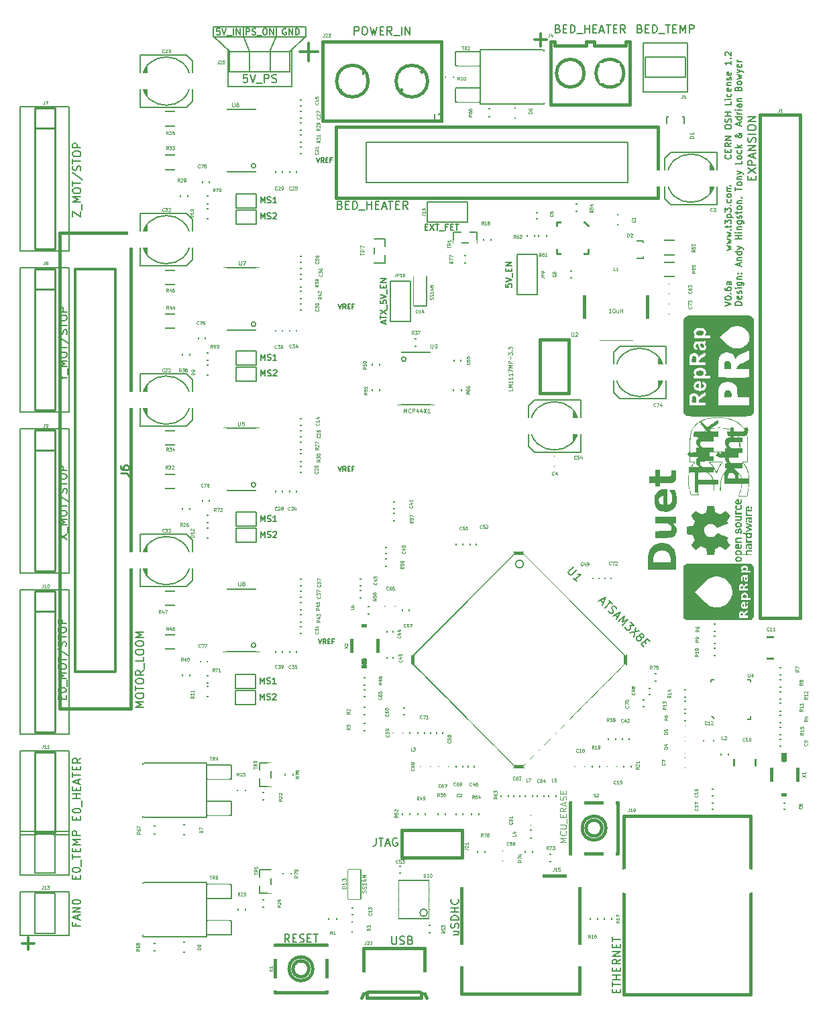
<source format=gto>
G04 (created by PCBNEW (2013-05-18 BZR 4017)-stable) date Fri 12 Dec 2014 16:28:56 GMT*
%MOIN*%
G04 Gerber Fmt 3.4, Leading zero omitted, Abs format*
%FSLAX34Y34*%
G01*
G70*
G90*
G04 APERTURE LIST*
%ADD10C,0.00590551*%
%ADD11C,0.012*%
%ADD12C,0.0069*%
%ADD13C,0.0067*%
%ADD14C,0.0059*%
%ADD15C,0.006*%
%ADD16C,0.005*%
%ADD17C,0.015*%
%ADD18C,0.0079*%
%ADD19C,0.0039*%
%ADD20C,0.01*%
%ADD21C,0.0098*%
%ADD22C,0.008*%
%ADD23C,0.0001*%
%ADD24C,0.0047*%
%ADD25C,0.0049*%
%ADD26C,0.002*%
%ADD27C,0.0016*%
%ADD28C,0.0035*%
%ADD29C,0.2169*%
%ADD30R,0.08X0.08*%
%ADD31C,0.08*%
%ADD32R,0.0779X0.0365*%
%ADD33R,0.1381X0.1901*%
%ADD34R,0.0594X0.146*%
%ADD35R,0.146X0.0594*%
%ADD36R,0.0594X0.0436*%
%ADD37R,0.0436X0.0594*%
%ADD38R,0.1X0.164*%
%ADD39R,0.1X0.06*%
%ADD40R,0.1617X0.083*%
%ADD41R,0.0574X0.0594*%
%ADD42R,0.0594X0.0574*%
%ADD43R,0.0653X0.0909*%
%ADD44R,0.0653X0.0771*%
%ADD45R,0.0771X0.0653*%
%ADD46R,0.1106X0.0712*%
%ADD47R,0.2759X0.2523*%
%ADD48R,0.0987X0.0987*%
%ADD49C,0.1184*%
%ADD50R,0.1342X0.0791*%
%ADD51R,0.0791X0.1342*%
%ADD52R,0.0594X0.0594*%
%ADD53C,0.0594*%
%ADD54R,0.0633X0.0987*%
%ADD55R,0.0633X0.0515*%
%ADD56R,0.0672X0.1066*%
%ADD57R,0.0672X0.0751*%
%ADD58R,0.083X0.0751*%
%ADD59R,0.0476X0.083*%
%ADD60R,0.07X0.045*%
%ADD61R,0.0298X0.0436*%
%ADD62R,0.0436X0.0298*%
%ADD63R,0.1499X0.1499*%
%ADD64R,0.1263X0.1263*%
%ADD65R,0.0338X0.0574*%
%ADD66R,0.0574X0.0338*%
%ADD67R,0.12X0.1251*%
%ADD68R,0.07X0.05*%
%ADD69R,0.1251X0.12*%
%ADD70R,0.05X0.07*%
%ADD71R,0.335X0.1066*%
%ADD72R,0.1342X0.0948*%
%ADD73O,0.0594X0.0692*%
%ADD74R,0.0357X0.0731*%
%ADD75O,0.0948X0.1027*%
%ADD76C,0.0535*%
%ADD77C,0.1499*%
%ADD78C,0.12*%
%ADD79R,0.0672X0.0909*%
%ADD80C,0.0515*%
%ADD81C,0.1576*%
%ADD82R,0.029X0.054*%
G04 APERTURE END LIST*
G54D10*
G54D11*
X120Y2630D02*
X729Y2630D01*
X425Y2326D02*
X425Y2935D01*
X25581Y47519D02*
X26190Y47519D01*
X25886Y47215D02*
X25886Y47824D01*
X13914Y46920D02*
X14826Y46920D01*
X14370Y46464D02*
X14370Y47376D01*
G54D12*
X35047Y34305D02*
X35362Y34410D01*
X35047Y34515D01*
X35047Y34680D02*
X35047Y34710D01*
X35062Y34740D01*
X35077Y34755D01*
X35107Y34770D01*
X35167Y34785D01*
X35242Y34785D01*
X35302Y34770D01*
X35332Y34755D01*
X35347Y34740D01*
X35362Y34710D01*
X35362Y34680D01*
X35347Y34650D01*
X35332Y34635D01*
X35302Y34620D01*
X35242Y34605D01*
X35167Y34605D01*
X35107Y34620D01*
X35077Y34635D01*
X35062Y34650D01*
X35047Y34680D01*
X35332Y34920D02*
X35347Y34935D01*
X35362Y34920D01*
X35347Y34905D01*
X35332Y34920D01*
X35362Y34920D01*
X35047Y35205D02*
X35047Y35145D01*
X35062Y35115D01*
X35077Y35100D01*
X35122Y35070D01*
X35182Y35055D01*
X35302Y35055D01*
X35332Y35070D01*
X35347Y35085D01*
X35362Y35115D01*
X35362Y35175D01*
X35347Y35205D01*
X35332Y35220D01*
X35302Y35235D01*
X35227Y35235D01*
X35197Y35220D01*
X35182Y35205D01*
X35167Y35175D01*
X35167Y35115D01*
X35182Y35085D01*
X35197Y35070D01*
X35227Y35055D01*
X35362Y35505D02*
X35197Y35505D01*
X35167Y35490D01*
X35152Y35460D01*
X35152Y35400D01*
X35167Y35370D01*
X35347Y35505D02*
X35362Y35475D01*
X35362Y35400D01*
X35347Y35370D01*
X35317Y35355D01*
X35287Y35355D01*
X35257Y35370D01*
X35242Y35400D01*
X35242Y35475D01*
X35227Y35505D01*
X35152Y37065D02*
X35362Y37125D01*
X35212Y37185D01*
X35362Y37245D01*
X35152Y37305D01*
X35152Y37395D02*
X35362Y37455D01*
X35212Y37515D01*
X35362Y37575D01*
X35152Y37635D01*
X35152Y37725D02*
X35362Y37785D01*
X35212Y37845D01*
X35362Y37905D01*
X35152Y37965D01*
X35332Y38085D02*
X35347Y38100D01*
X35362Y38085D01*
X35347Y38070D01*
X35332Y38085D01*
X35362Y38085D01*
X35152Y38190D02*
X35152Y38310D01*
X35047Y38235D02*
X35317Y38235D01*
X35347Y38250D01*
X35362Y38280D01*
X35362Y38310D01*
X35047Y38385D02*
X35047Y38580D01*
X35167Y38475D01*
X35167Y38520D01*
X35182Y38550D01*
X35197Y38565D01*
X35227Y38580D01*
X35302Y38580D01*
X35332Y38565D01*
X35347Y38550D01*
X35362Y38520D01*
X35362Y38430D01*
X35347Y38400D01*
X35332Y38385D01*
X35152Y38715D02*
X35467Y38715D01*
X35167Y38715D02*
X35152Y38745D01*
X35152Y38805D01*
X35167Y38835D01*
X35182Y38850D01*
X35212Y38865D01*
X35302Y38865D01*
X35332Y38850D01*
X35347Y38835D01*
X35362Y38805D01*
X35362Y38745D01*
X35347Y38715D01*
X35047Y38970D02*
X35047Y39165D01*
X35167Y39060D01*
X35167Y39105D01*
X35182Y39135D01*
X35197Y39150D01*
X35227Y39165D01*
X35302Y39165D01*
X35332Y39150D01*
X35347Y39135D01*
X35362Y39105D01*
X35362Y39015D01*
X35347Y38985D01*
X35332Y38970D01*
X35332Y39300D02*
X35347Y39315D01*
X35362Y39300D01*
X35347Y39285D01*
X35332Y39300D01*
X35362Y39300D01*
X35347Y39585D02*
X35362Y39555D01*
X35362Y39495D01*
X35347Y39465D01*
X35332Y39450D01*
X35302Y39435D01*
X35212Y39435D01*
X35182Y39450D01*
X35167Y39465D01*
X35152Y39495D01*
X35152Y39555D01*
X35167Y39585D01*
X35362Y39765D02*
X35347Y39735D01*
X35332Y39720D01*
X35302Y39705D01*
X35212Y39705D01*
X35182Y39720D01*
X35167Y39735D01*
X35152Y39765D01*
X35152Y39810D01*
X35167Y39840D01*
X35182Y39855D01*
X35212Y39870D01*
X35302Y39870D01*
X35332Y39855D01*
X35347Y39840D01*
X35362Y39810D01*
X35362Y39765D01*
X35362Y40005D02*
X35152Y40005D01*
X35182Y40005D02*
X35167Y40020D01*
X35152Y40050D01*
X35152Y40095D01*
X35167Y40125D01*
X35197Y40140D01*
X35362Y40140D01*
X35197Y40140D02*
X35167Y40155D01*
X35152Y40185D01*
X35152Y40230D01*
X35167Y40260D01*
X35197Y40275D01*
X35362Y40275D01*
X35332Y41805D02*
X35347Y41790D01*
X35362Y41745D01*
X35362Y41715D01*
X35347Y41670D01*
X35317Y41640D01*
X35287Y41625D01*
X35227Y41610D01*
X35182Y41610D01*
X35122Y41625D01*
X35092Y41640D01*
X35062Y41670D01*
X35047Y41715D01*
X35047Y41745D01*
X35062Y41790D01*
X35077Y41805D01*
X35197Y41940D02*
X35197Y42045D01*
X35362Y42090D02*
X35362Y41940D01*
X35047Y41940D01*
X35047Y42090D01*
X35362Y42405D02*
X35212Y42300D01*
X35362Y42225D02*
X35047Y42225D01*
X35047Y42345D01*
X35062Y42375D01*
X35077Y42390D01*
X35107Y42405D01*
X35152Y42405D01*
X35182Y42390D01*
X35197Y42375D01*
X35212Y42345D01*
X35212Y42225D01*
X35362Y42540D02*
X35047Y42540D01*
X35362Y42720D01*
X35047Y42720D01*
X35047Y43170D02*
X35047Y43230D01*
X35062Y43260D01*
X35092Y43290D01*
X35152Y43305D01*
X35257Y43305D01*
X35317Y43290D01*
X35347Y43260D01*
X35362Y43230D01*
X35362Y43170D01*
X35347Y43140D01*
X35317Y43110D01*
X35257Y43095D01*
X35152Y43095D01*
X35092Y43110D01*
X35062Y43140D01*
X35047Y43170D01*
X35347Y43425D02*
X35362Y43470D01*
X35362Y43545D01*
X35347Y43575D01*
X35332Y43590D01*
X35302Y43605D01*
X35272Y43605D01*
X35242Y43590D01*
X35227Y43575D01*
X35212Y43545D01*
X35197Y43485D01*
X35182Y43455D01*
X35167Y43440D01*
X35137Y43425D01*
X35107Y43425D01*
X35077Y43440D01*
X35062Y43455D01*
X35047Y43485D01*
X35047Y43560D01*
X35062Y43605D01*
X35362Y43740D02*
X35047Y43740D01*
X35197Y43740D02*
X35197Y43920D01*
X35362Y43920D02*
X35047Y43920D01*
X35362Y44460D02*
X35362Y44310D01*
X35047Y44310D01*
X35362Y44565D02*
X35152Y44565D01*
X35047Y44565D02*
X35062Y44550D01*
X35077Y44565D01*
X35062Y44580D01*
X35047Y44565D01*
X35077Y44565D01*
X35347Y44850D02*
X35362Y44820D01*
X35362Y44760D01*
X35347Y44730D01*
X35332Y44715D01*
X35302Y44700D01*
X35212Y44700D01*
X35182Y44715D01*
X35167Y44730D01*
X35152Y44760D01*
X35152Y44820D01*
X35167Y44850D01*
X35347Y45105D02*
X35362Y45075D01*
X35362Y45015D01*
X35347Y44985D01*
X35317Y44970D01*
X35197Y44970D01*
X35167Y44985D01*
X35152Y45015D01*
X35152Y45075D01*
X35167Y45105D01*
X35197Y45120D01*
X35227Y45120D01*
X35257Y44970D01*
X35152Y45255D02*
X35362Y45255D01*
X35182Y45255D02*
X35167Y45270D01*
X35152Y45300D01*
X35152Y45345D01*
X35167Y45375D01*
X35197Y45390D01*
X35362Y45390D01*
X35347Y45525D02*
X35362Y45555D01*
X35362Y45615D01*
X35347Y45645D01*
X35317Y45660D01*
X35302Y45660D01*
X35272Y45645D01*
X35257Y45615D01*
X35257Y45570D01*
X35242Y45540D01*
X35212Y45525D01*
X35197Y45525D01*
X35167Y45540D01*
X35152Y45570D01*
X35152Y45615D01*
X35167Y45645D01*
X35347Y45915D02*
X35362Y45885D01*
X35362Y45825D01*
X35347Y45795D01*
X35317Y45780D01*
X35197Y45780D01*
X35167Y45795D01*
X35152Y45825D01*
X35152Y45885D01*
X35167Y45915D01*
X35197Y45930D01*
X35227Y45930D01*
X35257Y45780D01*
X35362Y46470D02*
X35362Y46290D01*
X35362Y46380D02*
X35047Y46380D01*
X35092Y46350D01*
X35122Y46320D01*
X35137Y46290D01*
X35332Y46605D02*
X35347Y46620D01*
X35362Y46605D01*
X35347Y46590D01*
X35332Y46605D01*
X35362Y46605D01*
X35077Y46740D02*
X35062Y46755D01*
X35047Y46785D01*
X35047Y46860D01*
X35062Y46890D01*
X35077Y46905D01*
X35107Y46920D01*
X35137Y46920D01*
X35182Y46905D01*
X35362Y46725D01*
X35362Y46920D01*
X35872Y34350D02*
X35557Y34350D01*
X35557Y34425D01*
X35572Y34470D01*
X35602Y34500D01*
X35632Y34515D01*
X35692Y34530D01*
X35737Y34530D01*
X35797Y34515D01*
X35827Y34500D01*
X35857Y34470D01*
X35872Y34425D01*
X35872Y34350D01*
X35857Y34785D02*
X35872Y34755D01*
X35872Y34695D01*
X35857Y34665D01*
X35827Y34650D01*
X35707Y34650D01*
X35677Y34665D01*
X35662Y34695D01*
X35662Y34755D01*
X35677Y34785D01*
X35707Y34800D01*
X35737Y34800D01*
X35767Y34650D01*
X35857Y34920D02*
X35872Y34950D01*
X35872Y35010D01*
X35857Y35040D01*
X35827Y35055D01*
X35812Y35055D01*
X35782Y35040D01*
X35767Y35010D01*
X35767Y34965D01*
X35752Y34935D01*
X35722Y34920D01*
X35707Y34920D01*
X35677Y34935D01*
X35662Y34965D01*
X35662Y35010D01*
X35677Y35040D01*
X35872Y35190D02*
X35662Y35190D01*
X35557Y35190D02*
X35572Y35175D01*
X35587Y35190D01*
X35572Y35205D01*
X35557Y35190D01*
X35587Y35190D01*
X35662Y35475D02*
X35917Y35475D01*
X35947Y35460D01*
X35962Y35445D01*
X35977Y35415D01*
X35977Y35370D01*
X35962Y35340D01*
X35857Y35475D02*
X35872Y35445D01*
X35872Y35385D01*
X35857Y35355D01*
X35842Y35340D01*
X35812Y35325D01*
X35722Y35325D01*
X35692Y35340D01*
X35677Y35355D01*
X35662Y35385D01*
X35662Y35445D01*
X35677Y35475D01*
X35662Y35625D02*
X35872Y35625D01*
X35692Y35625D02*
X35677Y35640D01*
X35662Y35670D01*
X35662Y35715D01*
X35677Y35745D01*
X35707Y35760D01*
X35872Y35760D01*
X35842Y35910D02*
X35857Y35925D01*
X35872Y35910D01*
X35857Y35895D01*
X35842Y35910D01*
X35872Y35910D01*
X35677Y35910D02*
X35692Y35925D01*
X35707Y35910D01*
X35692Y35895D01*
X35677Y35910D01*
X35707Y35910D01*
X35782Y36285D02*
X35782Y36435D01*
X35872Y36255D02*
X35557Y36360D01*
X35872Y36465D01*
X35662Y36570D02*
X35872Y36570D01*
X35692Y36570D02*
X35677Y36585D01*
X35662Y36615D01*
X35662Y36660D01*
X35677Y36690D01*
X35707Y36705D01*
X35872Y36705D01*
X35872Y36990D02*
X35557Y36990D01*
X35857Y36990D02*
X35872Y36960D01*
X35872Y36900D01*
X35857Y36870D01*
X35842Y36855D01*
X35812Y36840D01*
X35722Y36840D01*
X35692Y36855D01*
X35677Y36870D01*
X35662Y36900D01*
X35662Y36960D01*
X35677Y36990D01*
X35662Y37110D02*
X35872Y37185D01*
X35662Y37260D02*
X35872Y37185D01*
X35947Y37155D01*
X35962Y37140D01*
X35977Y37110D01*
X35872Y37620D02*
X35557Y37620D01*
X35707Y37620D02*
X35707Y37800D01*
X35872Y37800D02*
X35557Y37800D01*
X35872Y37950D02*
X35662Y37950D01*
X35557Y37950D02*
X35572Y37935D01*
X35587Y37950D01*
X35572Y37965D01*
X35557Y37950D01*
X35587Y37950D01*
X35662Y38100D02*
X35872Y38100D01*
X35692Y38100D02*
X35677Y38115D01*
X35662Y38145D01*
X35662Y38190D01*
X35677Y38220D01*
X35707Y38235D01*
X35872Y38235D01*
X35662Y38520D02*
X35917Y38520D01*
X35947Y38505D01*
X35962Y38490D01*
X35977Y38460D01*
X35977Y38415D01*
X35962Y38385D01*
X35857Y38520D02*
X35872Y38490D01*
X35872Y38430D01*
X35857Y38400D01*
X35842Y38385D01*
X35812Y38370D01*
X35722Y38370D01*
X35692Y38385D01*
X35677Y38400D01*
X35662Y38430D01*
X35662Y38490D01*
X35677Y38520D01*
X35857Y38655D02*
X35872Y38685D01*
X35872Y38745D01*
X35857Y38775D01*
X35827Y38790D01*
X35812Y38790D01*
X35782Y38775D01*
X35767Y38745D01*
X35767Y38700D01*
X35752Y38670D01*
X35722Y38655D01*
X35707Y38655D01*
X35677Y38670D01*
X35662Y38700D01*
X35662Y38745D01*
X35677Y38775D01*
X35662Y38880D02*
X35662Y39000D01*
X35557Y38925D02*
X35827Y38925D01*
X35857Y38940D01*
X35872Y38970D01*
X35872Y39000D01*
X35872Y39150D02*
X35857Y39120D01*
X35842Y39105D01*
X35812Y39090D01*
X35722Y39090D01*
X35692Y39105D01*
X35677Y39120D01*
X35662Y39150D01*
X35662Y39195D01*
X35677Y39225D01*
X35692Y39240D01*
X35722Y39255D01*
X35812Y39255D01*
X35842Y39240D01*
X35857Y39225D01*
X35872Y39195D01*
X35872Y39150D01*
X35662Y39390D02*
X35872Y39390D01*
X35692Y39390D02*
X35677Y39405D01*
X35662Y39435D01*
X35662Y39480D01*
X35677Y39510D01*
X35707Y39525D01*
X35872Y39525D01*
X35857Y39690D02*
X35872Y39690D01*
X35902Y39675D01*
X35917Y39660D01*
X35557Y40020D02*
X35557Y40200D01*
X35872Y40110D02*
X35557Y40110D01*
X35872Y40350D02*
X35857Y40320D01*
X35842Y40305D01*
X35812Y40290D01*
X35722Y40290D01*
X35692Y40305D01*
X35677Y40320D01*
X35662Y40350D01*
X35662Y40395D01*
X35677Y40425D01*
X35692Y40440D01*
X35722Y40455D01*
X35812Y40455D01*
X35842Y40440D01*
X35857Y40425D01*
X35872Y40395D01*
X35872Y40350D01*
X35662Y40590D02*
X35872Y40590D01*
X35692Y40590D02*
X35677Y40605D01*
X35662Y40635D01*
X35662Y40680D01*
X35677Y40710D01*
X35707Y40725D01*
X35872Y40725D01*
X35662Y40845D02*
X35872Y40920D01*
X35662Y40995D02*
X35872Y40920D01*
X35947Y40890D01*
X35962Y40875D01*
X35977Y40845D01*
X35872Y41505D02*
X35872Y41355D01*
X35557Y41355D01*
X35872Y41655D02*
X35857Y41625D01*
X35842Y41610D01*
X35812Y41595D01*
X35722Y41595D01*
X35692Y41610D01*
X35677Y41625D01*
X35662Y41655D01*
X35662Y41700D01*
X35677Y41730D01*
X35692Y41745D01*
X35722Y41760D01*
X35812Y41760D01*
X35842Y41745D01*
X35857Y41730D01*
X35872Y41700D01*
X35872Y41655D01*
X35857Y42030D02*
X35872Y42000D01*
X35872Y41940D01*
X35857Y41910D01*
X35842Y41895D01*
X35812Y41880D01*
X35722Y41880D01*
X35692Y41895D01*
X35677Y41910D01*
X35662Y41940D01*
X35662Y42000D01*
X35677Y42030D01*
X35872Y42165D02*
X35557Y42165D01*
X35752Y42195D02*
X35872Y42285D01*
X35662Y42285D02*
X35782Y42165D01*
X35872Y42915D02*
X35872Y42900D01*
X35857Y42870D01*
X35812Y42825D01*
X35722Y42750D01*
X35677Y42720D01*
X35632Y42705D01*
X35602Y42705D01*
X35572Y42720D01*
X35557Y42750D01*
X35557Y42765D01*
X35572Y42795D01*
X35602Y42810D01*
X35617Y42810D01*
X35647Y42795D01*
X35662Y42780D01*
X35722Y42690D01*
X35737Y42675D01*
X35767Y42660D01*
X35812Y42660D01*
X35842Y42675D01*
X35857Y42690D01*
X35872Y42720D01*
X35872Y42765D01*
X35857Y42795D01*
X35842Y42810D01*
X35782Y42855D01*
X35737Y42870D01*
X35707Y42870D01*
X35782Y43275D02*
X35782Y43425D01*
X35872Y43245D02*
X35557Y43350D01*
X35872Y43455D01*
X35872Y43695D02*
X35557Y43695D01*
X35857Y43695D02*
X35872Y43665D01*
X35872Y43605D01*
X35857Y43575D01*
X35842Y43560D01*
X35812Y43545D01*
X35722Y43545D01*
X35692Y43560D01*
X35677Y43575D01*
X35662Y43605D01*
X35662Y43665D01*
X35677Y43695D01*
X35872Y43845D02*
X35662Y43845D01*
X35722Y43845D02*
X35692Y43860D01*
X35677Y43875D01*
X35662Y43905D01*
X35662Y43935D01*
X35872Y44040D02*
X35662Y44040D01*
X35557Y44040D02*
X35572Y44025D01*
X35587Y44040D01*
X35572Y44055D01*
X35557Y44040D01*
X35587Y44040D01*
X35872Y44325D02*
X35707Y44325D01*
X35677Y44310D01*
X35662Y44280D01*
X35662Y44220D01*
X35677Y44190D01*
X35857Y44325D02*
X35872Y44295D01*
X35872Y44220D01*
X35857Y44190D01*
X35827Y44175D01*
X35797Y44175D01*
X35767Y44190D01*
X35752Y44220D01*
X35752Y44295D01*
X35737Y44325D01*
X35662Y44475D02*
X35872Y44475D01*
X35692Y44475D02*
X35677Y44490D01*
X35662Y44520D01*
X35662Y44565D01*
X35677Y44595D01*
X35707Y44610D01*
X35872Y44610D01*
X35707Y45105D02*
X35722Y45150D01*
X35737Y45165D01*
X35767Y45180D01*
X35812Y45180D01*
X35842Y45165D01*
X35857Y45150D01*
X35872Y45120D01*
X35872Y45000D01*
X35557Y45000D01*
X35557Y45105D01*
X35572Y45135D01*
X35587Y45150D01*
X35617Y45165D01*
X35647Y45165D01*
X35677Y45150D01*
X35692Y45135D01*
X35707Y45105D01*
X35707Y45000D01*
X35872Y45360D02*
X35857Y45330D01*
X35842Y45315D01*
X35812Y45300D01*
X35722Y45300D01*
X35692Y45315D01*
X35677Y45330D01*
X35662Y45360D01*
X35662Y45405D01*
X35677Y45435D01*
X35692Y45450D01*
X35722Y45465D01*
X35812Y45465D01*
X35842Y45450D01*
X35857Y45435D01*
X35872Y45405D01*
X35872Y45360D01*
X35662Y45570D02*
X35872Y45630D01*
X35722Y45690D01*
X35872Y45750D01*
X35662Y45810D01*
X35662Y45900D02*
X35872Y45975D01*
X35662Y46050D02*
X35872Y45975D01*
X35947Y45945D01*
X35962Y45930D01*
X35977Y45900D01*
X35857Y46290D02*
X35872Y46260D01*
X35872Y46200D01*
X35857Y46170D01*
X35827Y46155D01*
X35707Y46155D01*
X35677Y46170D01*
X35662Y46200D01*
X35662Y46260D01*
X35677Y46290D01*
X35707Y46305D01*
X35737Y46305D01*
X35767Y46155D01*
X35872Y46440D02*
X35662Y46440D01*
X35722Y46440D02*
X35692Y46455D01*
X35677Y46470D01*
X35662Y46500D01*
X35662Y46530D01*
G54D13*
X13523Y45218D02*
X13523Y46990D01*
X10351Y45204D02*
X10351Y47026D01*
X9641Y47682D02*
X14231Y47684D01*
X12437Y46924D02*
X12751Y47692D01*
X12751Y47692D02*
X12749Y48166D01*
X11431Y46930D02*
X11121Y47692D01*
X11121Y47692D02*
X11121Y48156D01*
X9635Y48090D02*
X9635Y48170D01*
X9635Y48170D02*
X14231Y48174D01*
X14231Y48174D02*
X14231Y47688D01*
X13433Y46924D02*
X14235Y47692D01*
X10443Y46920D02*
X9635Y47692D01*
X9635Y47692D02*
X9635Y48118D01*
X12439Y45944D02*
X12439Y46906D01*
X12439Y46906D02*
X12439Y46916D01*
G54D14*
X13526Y45210D02*
X10344Y45210D01*
G54D15*
X10435Y45930D02*
X10435Y46930D01*
X10435Y46930D02*
X13435Y46930D01*
X13435Y46930D02*
X13435Y45930D01*
X13435Y45930D02*
X10435Y45930D01*
X11435Y46930D02*
X11435Y45930D01*
G54D16*
X10122Y36193D02*
X10122Y33093D01*
X10122Y33093D02*
X11922Y33093D01*
X11922Y33093D02*
X11922Y36193D01*
X11922Y36193D02*
X10122Y36193D01*
X11733Y33393D02*
G75*
G03X11733Y33393I-111J0D01*
G74*
G01*
X10121Y28220D02*
X10121Y25120D01*
X10121Y25120D02*
X11921Y25120D01*
X11921Y25120D02*
X11921Y28220D01*
X11921Y28220D02*
X10121Y28220D01*
X11732Y25420D02*
G75*
G03X11732Y25420I-111J0D01*
G74*
G01*
X10121Y20249D02*
X10121Y17149D01*
X10121Y17149D02*
X11921Y17149D01*
X11921Y17149D02*
X11921Y20249D01*
X11921Y20249D02*
X10121Y20249D01*
X11732Y17449D02*
G75*
G03X11732Y17449I-111J0D01*
G74*
G01*
X10123Y44069D02*
X10123Y40969D01*
X10123Y40969D02*
X11923Y40969D01*
X11923Y40969D02*
X11923Y44069D01*
X11923Y44069D02*
X10123Y44069D01*
X11734Y41269D02*
G75*
G03X11734Y41269I-111J0D01*
G74*
G01*
X20585Y29409D02*
X20585Y32009D01*
X20585Y32009D02*
X18785Y32009D01*
X18785Y32009D02*
X18785Y29409D01*
X18785Y29409D02*
X20585Y29409D01*
X19196Y31659D02*
G75*
G03X19196Y31659I-111J0D01*
G74*
G01*
G54D17*
X28937Y8366D02*
G75*
G03X28937Y8366I-394J0D01*
G74*
G01*
X29134Y8366D02*
G75*
G03X29134Y8366I-591J0D01*
G74*
G01*
X27362Y7086D02*
X27362Y9646D01*
X27362Y9646D02*
X29724Y9646D01*
X29724Y9646D02*
X29724Y7086D01*
X29724Y7086D02*
X27362Y7086D01*
X14370Y1378D02*
G75*
G03X14370Y1378I-394J0D01*
G74*
G01*
X14567Y1378D02*
G75*
G03X14567Y1378I-591J0D01*
G74*
G01*
X12696Y2559D02*
X15256Y2559D01*
X15256Y2559D02*
X15256Y197D01*
X15256Y197D02*
X12696Y197D01*
X12696Y197D02*
X12696Y2559D01*
G54D16*
X12480Y6084D02*
X12740Y6084D01*
X12480Y5334D02*
X12740Y5334D01*
X11930Y5709D02*
X11670Y5709D01*
X11930Y5119D02*
X11930Y6299D01*
X11930Y6299D02*
X12480Y6299D01*
X12480Y6299D02*
X12480Y5119D01*
X12480Y5119D02*
X11930Y5119D01*
X12480Y11399D02*
X12740Y11399D01*
X12480Y10649D02*
X12740Y10649D01*
X11930Y11024D02*
X11670Y11024D01*
X11930Y10434D02*
X11930Y11614D01*
X11930Y11614D02*
X12480Y11614D01*
X12480Y11614D02*
X12480Y10434D01*
X12480Y10434D02*
X11930Y10434D01*
X22521Y37422D02*
X22521Y37162D01*
X21771Y37422D02*
X21771Y37162D01*
X22146Y37972D02*
X22146Y38232D01*
X21556Y37972D02*
X22736Y37972D01*
X22736Y37972D02*
X22736Y37422D01*
X22736Y37422D02*
X21556Y37422D01*
X21556Y37422D02*
X21556Y37972D01*
G54D17*
X25848Y30709D02*
X25119Y30709D01*
X25119Y30709D02*
X25119Y31891D01*
X25119Y31891D02*
X25848Y31891D01*
X27304Y32206D02*
X28033Y32206D01*
X27304Y31300D02*
X28033Y31300D01*
X27304Y30394D02*
X28033Y30394D01*
X25848Y29981D02*
X25848Y32619D01*
X25848Y32619D02*
X27304Y32619D01*
X27304Y32619D02*
X27304Y29981D01*
X27304Y29981D02*
X25848Y29981D01*
G54D16*
X27725Y28047D02*
X27725Y28647D01*
X27675Y28797D02*
X27675Y27897D01*
X27625Y27797D02*
X27625Y28897D01*
X27575Y28997D02*
X27575Y27697D01*
X27525Y27647D02*
X27525Y29047D01*
X27775Y28347D02*
G75*
G03X27775Y28347I-1200J0D01*
G74*
G01*
X27875Y27047D02*
X27875Y29647D01*
X27875Y29647D02*
X25575Y29647D01*
X25575Y29647D02*
X25275Y29347D01*
X25275Y29347D02*
X25275Y27347D01*
X25275Y27347D02*
X25575Y27047D01*
X25575Y27047D02*
X27875Y27047D01*
X25725Y28347D02*
X26025Y28347D01*
X25875Y28197D02*
X25875Y28497D01*
X6134Y45772D02*
X6134Y45172D01*
X6184Y45022D02*
X6184Y45922D01*
X6234Y46022D02*
X6234Y44922D01*
X6284Y44822D02*
X6284Y46122D01*
X6334Y46172D02*
X6334Y44772D01*
X8484Y45472D02*
G75*
G03X8484Y45472I-1200J0D01*
G74*
G01*
X5984Y46772D02*
X5984Y44172D01*
X5984Y44172D02*
X8284Y44172D01*
X8284Y44172D02*
X8584Y44472D01*
X8584Y44472D02*
X8584Y46472D01*
X8584Y46472D02*
X8284Y46772D01*
X8284Y46772D02*
X5984Y46772D01*
X8134Y45472D02*
X7834Y45472D01*
X7984Y45622D02*
X7984Y45322D01*
X6134Y21954D02*
X6134Y21354D01*
X6184Y21204D02*
X6184Y22104D01*
X6234Y22204D02*
X6234Y21104D01*
X6284Y21004D02*
X6284Y22304D01*
X6334Y22354D02*
X6334Y20954D01*
X8484Y21654D02*
G75*
G03X8484Y21654I-1200J0D01*
G74*
G01*
X5984Y22954D02*
X5984Y20354D01*
X5984Y20354D02*
X8284Y20354D01*
X8284Y20354D02*
X8584Y20654D01*
X8584Y20654D02*
X8584Y22654D01*
X8584Y22654D02*
X8284Y22954D01*
X8284Y22954D02*
X5984Y22954D01*
X8134Y21654D02*
X7834Y21654D01*
X7984Y21804D02*
X7984Y21504D01*
X6134Y37898D02*
X6134Y37298D01*
X6184Y37148D02*
X6184Y38048D01*
X6234Y38148D02*
X6234Y37048D01*
X6284Y36948D02*
X6284Y38248D01*
X6334Y38298D02*
X6334Y36898D01*
X8484Y37598D02*
G75*
G03X8484Y37598I-1200J0D01*
G74*
G01*
X5984Y38898D02*
X5984Y36298D01*
X5984Y36298D02*
X8284Y36298D01*
X8284Y36298D02*
X8584Y36598D01*
X8584Y36598D02*
X8584Y38598D01*
X8584Y38598D02*
X8284Y38898D01*
X8284Y38898D02*
X5984Y38898D01*
X8134Y37598D02*
X7834Y37598D01*
X7984Y37748D02*
X7984Y37448D01*
X6134Y29926D02*
X6134Y29326D01*
X6184Y29176D02*
X6184Y30076D01*
X6234Y30176D02*
X6234Y29076D01*
X6284Y28976D02*
X6284Y30276D01*
X6334Y30326D02*
X6334Y28926D01*
X8484Y29626D02*
G75*
G03X8484Y29626I-1200J0D01*
G74*
G01*
X5984Y30926D02*
X5984Y28326D01*
X5984Y28326D02*
X8284Y28326D01*
X8284Y28326D02*
X8584Y28626D01*
X8584Y28626D02*
X8584Y30626D01*
X8584Y30626D02*
X8284Y30926D01*
X8284Y30926D02*
X5984Y30926D01*
X8134Y29626D02*
X7834Y29626D01*
X7984Y29776D02*
X7984Y29476D01*
X34516Y40350D02*
X34516Y40950D01*
X34466Y41100D02*
X34466Y40200D01*
X34416Y40100D02*
X34416Y41200D01*
X34366Y41300D02*
X34366Y40000D01*
X34316Y39950D02*
X34316Y41350D01*
X34566Y40650D02*
G75*
G03X34566Y40650I-1200J0D01*
G74*
G01*
X34666Y39350D02*
X34666Y41950D01*
X34666Y41950D02*
X32366Y41950D01*
X32366Y41950D02*
X32066Y41650D01*
X32066Y41650D02*
X32066Y39650D01*
X32066Y39650D02*
X32366Y39350D01*
X32366Y39350D02*
X34666Y39350D01*
X32516Y40650D02*
X32816Y40650D01*
X32666Y40500D02*
X32666Y40800D01*
G54D18*
X34203Y18494D02*
X34891Y18494D01*
X34891Y18494D02*
X34891Y18120D01*
X34891Y18120D02*
X34203Y18120D01*
X34203Y18120D02*
X34203Y18494D01*
X38138Y15955D02*
X37450Y15955D01*
X37450Y15955D02*
X37450Y16329D01*
X37450Y16329D02*
X38138Y16329D01*
X38138Y16329D02*
X38138Y15955D01*
X38138Y15364D02*
X37450Y15364D01*
X37450Y15364D02*
X37450Y15738D01*
X37450Y15738D02*
X38138Y15738D01*
X38138Y15738D02*
X38138Y15364D01*
X34203Y17904D02*
X34891Y17904D01*
X34891Y17904D02*
X34891Y17530D01*
X34891Y17530D02*
X34203Y17530D01*
X34203Y17530D02*
X34203Y17904D01*
X34203Y17313D02*
X34891Y17313D01*
X34891Y17313D02*
X34891Y16939D01*
X34891Y16939D02*
X34203Y16939D01*
X34203Y16939D02*
X34203Y17313D01*
X38138Y14183D02*
X37450Y14183D01*
X37450Y14183D02*
X37450Y14557D01*
X37450Y14557D02*
X38138Y14557D01*
X38138Y14557D02*
X38138Y14183D01*
X38138Y14774D02*
X37450Y14774D01*
X37450Y14774D02*
X37450Y15148D01*
X37450Y15148D02*
X38138Y15148D01*
X38138Y15148D02*
X38138Y14774D01*
X32726Y14656D02*
X33414Y14656D01*
X33414Y14656D02*
X33414Y14282D01*
X33414Y14282D02*
X32726Y14282D01*
X32726Y14282D02*
X32726Y14656D01*
X32726Y15246D02*
X33414Y15246D01*
X33414Y15246D02*
X33414Y14872D01*
X33414Y14872D02*
X32726Y14872D01*
X32726Y14872D02*
X32726Y15246D01*
X37450Y13376D02*
X38138Y13376D01*
X38138Y13376D02*
X38138Y13002D01*
X38138Y13002D02*
X37450Y13002D01*
X37450Y13002D02*
X37450Y13376D01*
X23041Y37254D02*
X23041Y37942D01*
X23041Y37942D02*
X23415Y37942D01*
X23415Y37942D02*
X23415Y37254D01*
X23415Y37254D02*
X23041Y37254D01*
X21545Y46013D02*
X21545Y45325D01*
X21545Y45325D02*
X21171Y45325D01*
X21171Y45325D02*
X21171Y46013D01*
X21171Y46013D02*
X21545Y46013D01*
X10836Y9892D02*
X10836Y10580D01*
X10836Y10580D02*
X11210Y10580D01*
X11210Y10580D02*
X11210Y9892D01*
X11210Y9892D02*
X10836Y9892D01*
X17530Y29774D02*
X17530Y30462D01*
X17530Y30462D02*
X17904Y30462D01*
X17904Y30462D02*
X17904Y29774D01*
X17904Y29774D02*
X17530Y29774D01*
X19380Y9399D02*
X19380Y8711D01*
X19380Y8711D02*
X19006Y8711D01*
X19006Y8711D02*
X19006Y9399D01*
X19006Y9399D02*
X19380Y9399D01*
X18946Y23632D02*
X18258Y23632D01*
X18258Y23632D02*
X18258Y24006D01*
X18258Y24006D02*
X18946Y24006D01*
X18946Y24006D02*
X18946Y23632D01*
X15365Y3495D02*
X15365Y4183D01*
X15365Y4183D02*
X15739Y4183D01*
X15739Y4183D02*
X15739Y3495D01*
X15739Y3495D02*
X15365Y3495D01*
X16782Y14360D02*
X17470Y14360D01*
X17470Y14360D02*
X17470Y13986D01*
X17470Y13986D02*
X16782Y13986D01*
X16782Y13986D02*
X16782Y14360D01*
X16782Y13573D02*
X17470Y13573D01*
X17470Y13573D02*
X17470Y13199D01*
X17470Y13199D02*
X16782Y13199D01*
X16782Y13199D02*
X16782Y13573D01*
X38139Y13593D02*
X37451Y13593D01*
X37451Y13593D02*
X37451Y13967D01*
X37451Y13967D02*
X38139Y13967D01*
X38139Y13967D02*
X38139Y13593D01*
X32726Y14065D02*
X33414Y14065D01*
X33414Y14065D02*
X33414Y13691D01*
X33414Y13691D02*
X32726Y13691D01*
X32726Y13691D02*
X32726Y14065D01*
X28730Y4183D02*
X28730Y3495D01*
X28730Y3495D02*
X28356Y3495D01*
X28356Y3495D02*
X28356Y4183D01*
X28356Y4183D02*
X28730Y4183D01*
X29045Y3495D02*
X29045Y4183D01*
X29045Y4183D02*
X29419Y4183D01*
X29419Y4183D02*
X29419Y3495D01*
X29419Y3495D02*
X29045Y3495D01*
X12451Y9755D02*
X11763Y9755D01*
X11763Y9755D02*
X11763Y10129D01*
X11763Y10129D02*
X12451Y10129D01*
X12451Y10129D02*
X12451Y9755D01*
X12450Y4439D02*
X11762Y4439D01*
X11762Y4439D02*
X11762Y4813D01*
X11762Y4813D02*
X12450Y4813D01*
X12450Y4813D02*
X12450Y4439D01*
X10839Y3988D02*
X10839Y4676D01*
X10839Y4676D02*
X11213Y4676D01*
X11213Y4676D02*
X11213Y3988D01*
X11213Y3988D02*
X10839Y3988D01*
X17904Y31742D02*
X17904Y31054D01*
X17904Y31054D02*
X17530Y31054D01*
X17530Y31054D02*
X17530Y31742D01*
X17530Y31742D02*
X17904Y31742D01*
X18553Y21368D02*
X17865Y21368D01*
X17865Y21368D02*
X17865Y21742D01*
X17865Y21742D02*
X18553Y21742D01*
X18553Y21742D02*
X18553Y21368D01*
X29242Y12451D02*
X29242Y13139D01*
X29242Y13139D02*
X29616Y13139D01*
X29616Y13139D02*
X29616Y12451D01*
X29616Y12451D02*
X29242Y12451D01*
X17273Y19793D02*
X16585Y19793D01*
X16585Y19793D02*
X16585Y20167D01*
X16585Y20167D02*
X17273Y20167D01*
X17273Y20167D02*
X17273Y19793D01*
G54D16*
X37772Y9609D02*
X37772Y9289D01*
X38212Y9299D02*
X38212Y9609D01*
X38312Y9289D02*
X37672Y9289D01*
X37672Y9289D02*
X37672Y9609D01*
X37672Y9609D02*
X38312Y9609D01*
X38312Y9609D02*
X38312Y9289D01*
X38015Y12438D02*
X38015Y12758D01*
X37575Y12748D02*
X37575Y12438D01*
X37475Y12758D02*
X38115Y12758D01*
X38115Y12758D02*
X38115Y12438D01*
X38115Y12438D02*
X37475Y12438D01*
X37475Y12438D02*
X37475Y12758D01*
X34229Y10298D02*
X34229Y9978D01*
X34669Y9988D02*
X34669Y10298D01*
X34769Y9978D02*
X34129Y9978D01*
X34129Y9978D02*
X34129Y10298D01*
X34129Y10298D02*
X34769Y10298D01*
X34769Y10298D02*
X34769Y9978D01*
X34229Y9609D02*
X34229Y9289D01*
X34669Y9299D02*
X34669Y9609D01*
X34769Y9289D02*
X34129Y9289D01*
X34129Y9289D02*
X34129Y9609D01*
X34129Y9609D02*
X34769Y9609D01*
X34769Y9609D02*
X34769Y9289D01*
X18429Y21986D02*
X18429Y22306D01*
X17989Y22296D02*
X17989Y21986D01*
X17889Y22306D02*
X18529Y22306D01*
X18529Y22306D02*
X18529Y21986D01*
X18529Y21986D02*
X17889Y21986D01*
X17889Y21986D02*
X17889Y22306D01*
X18822Y24249D02*
X18822Y24569D01*
X18382Y24559D02*
X18382Y24249D01*
X18282Y24569D02*
X18922Y24569D01*
X18922Y24569D02*
X18922Y24249D01*
X18922Y24249D02*
X18282Y24249D01*
X18282Y24249D02*
X18282Y24569D01*
X29958Y12575D02*
X30278Y12575D01*
X30268Y13015D02*
X29958Y13015D01*
X30278Y13115D02*
X30278Y12475D01*
X30278Y12475D02*
X29958Y12475D01*
X29958Y12475D02*
X29958Y13115D01*
X29958Y13115D02*
X30278Y13115D01*
X17149Y20411D02*
X17149Y20731D01*
X16709Y20721D02*
X16709Y20411D01*
X16609Y20731D02*
X17249Y20731D01*
X17249Y20731D02*
X17249Y20411D01*
X17249Y20411D02*
X16609Y20411D01*
X16609Y20411D02*
X16609Y20731D01*
G54D18*
X8081Y31546D02*
X8081Y32234D01*
X8081Y32234D02*
X8455Y32234D01*
X8455Y32234D02*
X8455Y31546D01*
X8455Y31546D02*
X8081Y31546D01*
X14320Y35246D02*
X13632Y35246D01*
X13632Y35246D02*
X13632Y35620D01*
X13632Y35620D02*
X14320Y35620D01*
X14320Y35620D02*
X14320Y35246D01*
X13633Y35026D02*
X14321Y35026D01*
X14321Y35026D02*
X14321Y34652D01*
X14321Y34652D02*
X13633Y34652D01*
X13633Y34652D02*
X13633Y35026D01*
X17470Y15463D02*
X16782Y15463D01*
X16782Y15463D02*
X16782Y15837D01*
X16782Y15837D02*
X17470Y15837D01*
X17470Y15837D02*
X17470Y15463D01*
G54D16*
X13756Y34412D02*
X13756Y34092D01*
X14196Y34102D02*
X14196Y34412D01*
X14296Y34092D02*
X13656Y34092D01*
X13656Y34092D02*
X13656Y34412D01*
X13656Y34412D02*
X14296Y34412D01*
X14296Y34412D02*
X14296Y34092D01*
X13743Y33287D02*
X13423Y33287D01*
X13433Y32847D02*
X13743Y32847D01*
X13423Y32747D02*
X13423Y33387D01*
X13423Y33387D02*
X13743Y33387D01*
X13743Y33387D02*
X13743Y32747D01*
X13743Y32747D02*
X13423Y32747D01*
X13756Y36184D02*
X13756Y35864D01*
X14196Y35874D02*
X14196Y36184D01*
X14296Y35864D02*
X13656Y35864D01*
X13656Y35864D02*
X13656Y36184D01*
X13656Y36184D02*
X14296Y36184D01*
X14296Y36184D02*
X14296Y35864D01*
X12734Y32847D02*
X13054Y32847D01*
X13044Y33287D02*
X12734Y33287D01*
X13054Y33387D02*
X13054Y32747D01*
X13054Y32747D02*
X12734Y32747D01*
X12734Y32747D02*
X12734Y33387D01*
X12734Y33387D02*
X13054Y33387D01*
G54D18*
X8081Y15601D02*
X8081Y16289D01*
X8081Y16289D02*
X8455Y16289D01*
X8455Y16289D02*
X8455Y15601D01*
X8455Y15601D02*
X8081Y15601D01*
X14320Y19203D02*
X13632Y19203D01*
X13632Y19203D02*
X13632Y19577D01*
X13632Y19577D02*
X14320Y19577D01*
X14320Y19577D02*
X14320Y19203D01*
X13631Y18983D02*
X14319Y18983D01*
X14319Y18983D02*
X14319Y18609D01*
X14319Y18609D02*
X13631Y18609D01*
X13631Y18609D02*
X13631Y18983D01*
X20167Y9399D02*
X20167Y8711D01*
X20167Y8711D02*
X19793Y8711D01*
X19793Y8711D02*
X19793Y9399D01*
X19793Y9399D02*
X20167Y9399D01*
G54D16*
X13756Y18369D02*
X13756Y18049D01*
X14196Y18059D02*
X14196Y18369D01*
X14296Y18049D02*
X13656Y18049D01*
X13656Y18049D02*
X13656Y18369D01*
X13656Y18369D02*
X14296Y18369D01*
X14296Y18369D02*
X14296Y18049D01*
X13741Y17343D02*
X13421Y17343D01*
X13431Y16903D02*
X13741Y16903D01*
X13421Y16803D02*
X13421Y17443D01*
X13421Y17443D02*
X13741Y17443D01*
X13741Y17443D02*
X13741Y16803D01*
X13741Y16803D02*
X13421Y16803D01*
X13756Y20140D02*
X13756Y19820D01*
X14196Y19830D02*
X14196Y20140D01*
X14296Y19820D02*
X13656Y19820D01*
X13656Y19820D02*
X13656Y20140D01*
X13656Y20140D02*
X14296Y20140D01*
X14296Y20140D02*
X14296Y19820D01*
X12732Y16903D02*
X13052Y16903D01*
X13042Y17343D02*
X12732Y17343D01*
X13052Y17443D02*
X13052Y16803D01*
X13052Y16803D02*
X12732Y16803D01*
X12732Y16803D02*
X12732Y17443D01*
X12732Y17443D02*
X13052Y17443D01*
G54D18*
X7982Y39420D02*
X7982Y40108D01*
X7982Y40108D02*
X8356Y40108D01*
X8356Y40108D02*
X8356Y39420D01*
X8356Y39420D02*
X7982Y39420D01*
X14320Y43022D02*
X13632Y43022D01*
X13632Y43022D02*
X13632Y43396D01*
X13632Y43396D02*
X14320Y43396D01*
X14320Y43396D02*
X14320Y43022D01*
X13634Y42804D02*
X14322Y42804D01*
X14322Y42804D02*
X14322Y42430D01*
X14322Y42430D02*
X13634Y42430D01*
X13634Y42430D02*
X13634Y42804D01*
G54D16*
X13756Y42188D02*
X13756Y41868D01*
X14196Y41878D02*
X14196Y42188D01*
X14296Y41868D02*
X13656Y41868D01*
X13656Y41868D02*
X13656Y42188D01*
X13656Y42188D02*
X14296Y42188D01*
X14296Y42188D02*
X14296Y41868D01*
X13744Y41163D02*
X13424Y41163D01*
X13434Y40723D02*
X13744Y40723D01*
X13424Y40623D02*
X13424Y41263D01*
X13424Y41263D02*
X13744Y41263D01*
X13744Y41263D02*
X13744Y40623D01*
X13744Y40623D02*
X13424Y40623D01*
X13756Y43959D02*
X13756Y43639D01*
X14196Y43649D02*
X14196Y43959D01*
X14296Y43639D02*
X13656Y43639D01*
X13656Y43639D02*
X13656Y43959D01*
X13656Y43959D02*
X14296Y43959D01*
X14296Y43959D02*
X14296Y43639D01*
X12735Y40723D02*
X13055Y40723D01*
X13045Y41163D02*
X12735Y41163D01*
X13055Y41263D02*
X13055Y40623D01*
X13055Y40623D02*
X12735Y40623D01*
X12735Y40623D02*
X12735Y41263D01*
X12735Y41263D02*
X13055Y41263D01*
G54D18*
X8081Y23869D02*
X8081Y24557D01*
X8081Y24557D02*
X8455Y24557D01*
X8455Y24557D02*
X8455Y23869D01*
X8455Y23869D02*
X8081Y23869D01*
X14320Y27175D02*
X13632Y27175D01*
X13632Y27175D02*
X13632Y27549D01*
X13632Y27549D02*
X14320Y27549D01*
X14320Y27549D02*
X14320Y27175D01*
X13632Y26955D02*
X14320Y26955D01*
X14320Y26955D02*
X14320Y26581D01*
X14320Y26581D02*
X13632Y26581D01*
X13632Y26581D02*
X13632Y26955D01*
G54D16*
X13756Y26341D02*
X13756Y26021D01*
X14196Y26031D02*
X14196Y26341D01*
X14296Y26021D02*
X13656Y26021D01*
X13656Y26021D02*
X13656Y26341D01*
X13656Y26341D02*
X14296Y26341D01*
X14296Y26341D02*
X14296Y26021D01*
X13742Y25315D02*
X13422Y25315D01*
X13432Y24875D02*
X13742Y24875D01*
X13422Y24775D02*
X13422Y25415D01*
X13422Y25415D02*
X13742Y25415D01*
X13742Y25415D02*
X13742Y24775D01*
X13742Y24775D02*
X13422Y24775D01*
X13756Y28113D02*
X13756Y27793D01*
X14196Y27803D02*
X14196Y28113D01*
X14296Y27793D02*
X13656Y27793D01*
X13656Y27793D02*
X13656Y28113D01*
X13656Y28113D02*
X14296Y28113D01*
X14296Y28113D02*
X14296Y27793D01*
X12733Y24875D02*
X13053Y24875D01*
X13043Y25315D02*
X12733Y25315D01*
X13053Y25415D02*
X13053Y24775D01*
X13053Y24775D02*
X12733Y24775D01*
X12733Y24775D02*
X12733Y25415D01*
X12733Y25415D02*
X13053Y25415D01*
G54D18*
X21152Y9399D02*
X21152Y8711D01*
X21152Y8711D02*
X20778Y8711D01*
X20778Y8711D02*
X20778Y9399D01*
X20778Y9399D02*
X21152Y9399D01*
X8149Y41083D02*
X6811Y41083D01*
X6811Y41083D02*
X6811Y41791D01*
X6811Y41791D02*
X8149Y41791D01*
X8149Y41791D02*
X8149Y41083D01*
G54D19*
X32775Y12697D02*
X32775Y12107D01*
X33267Y12107D02*
X32873Y12107D01*
X32873Y12697D02*
X33267Y12697D01*
G54D16*
X32870Y12102D02*
X32470Y12102D01*
X32470Y12102D02*
X32470Y12702D01*
X32470Y12702D02*
X32870Y12702D01*
X33270Y12702D02*
X33670Y12702D01*
X33670Y12702D02*
X33670Y12102D01*
X33670Y12102D02*
X33270Y12102D01*
G54D19*
X32775Y13484D02*
X32775Y12894D01*
X33267Y12894D02*
X32873Y12894D01*
X32873Y13484D02*
X33267Y13484D01*
G54D16*
X32870Y12889D02*
X32470Y12889D01*
X32470Y12889D02*
X32470Y13489D01*
X32470Y13489D02*
X32870Y13489D01*
X33270Y13489D02*
X33670Y13489D01*
X33670Y13489D02*
X33670Y12889D01*
X33670Y12889D02*
X33270Y12889D01*
G54D19*
X16339Y3681D02*
X16339Y3209D01*
G54D16*
X16086Y3695D02*
X16986Y3695D01*
X16986Y3695D02*
X16986Y3195D01*
X16986Y3195D02*
X16086Y3195D01*
X16086Y3195D02*
X16086Y3695D01*
X34002Y12948D02*
X34502Y12948D01*
X34002Y12448D02*
X34492Y12448D01*
X34002Y12298D02*
X34002Y13098D01*
X34002Y13098D02*
X34502Y13098D01*
X34502Y13098D02*
X34502Y12298D01*
X34502Y12298D02*
X34002Y12298D01*
X26325Y26325D02*
X26325Y26825D01*
X26825Y26325D02*
X26825Y26815D01*
X26975Y26325D02*
X26175Y26325D01*
X26175Y26325D02*
X26175Y26825D01*
X26175Y26825D02*
X26975Y26825D01*
X26975Y26825D02*
X26975Y26325D01*
G54D18*
X8149Y25237D02*
X6811Y25237D01*
X6811Y25237D02*
X6811Y25945D01*
X6811Y25945D02*
X8149Y25945D01*
X8149Y25945D02*
X8149Y25237D01*
X8149Y27402D02*
X6811Y27402D01*
X6811Y27402D02*
X6811Y28110D01*
X6811Y28110D02*
X8149Y28110D01*
X8149Y28110D02*
X8149Y27402D01*
X8149Y43248D02*
X6811Y43248D01*
X6811Y43248D02*
X6811Y43956D01*
X6811Y43956D02*
X8149Y43956D01*
X8149Y43956D02*
X8149Y43248D01*
X8149Y33209D02*
X6811Y33209D01*
X6811Y33209D02*
X6811Y33917D01*
X6811Y33917D02*
X8149Y33917D01*
X8149Y33917D02*
X8149Y33209D01*
X8149Y17264D02*
X6811Y17264D01*
X6811Y17264D02*
X6811Y17972D01*
X6811Y17972D02*
X8149Y17972D01*
X8149Y17972D02*
X8149Y17264D01*
X8149Y35374D02*
X6811Y35374D01*
X6811Y35374D02*
X6811Y36082D01*
X6811Y36082D02*
X8149Y36082D01*
X8149Y36082D02*
X8149Y35374D01*
X8149Y19429D02*
X6811Y19429D01*
X6811Y19429D02*
X6811Y20137D01*
X6811Y20137D02*
X8149Y20137D01*
X8149Y20137D02*
X8149Y19429D01*
G54D16*
X21593Y31374D02*
X21913Y31374D01*
X21903Y31814D02*
X21593Y31814D01*
X21913Y31914D02*
X21913Y31274D01*
X21913Y31274D02*
X21593Y31274D01*
X21593Y31274D02*
X21593Y31914D01*
X21593Y31914D02*
X21913Y31914D01*
X9284Y4881D02*
X10534Y4881D01*
X10534Y4881D02*
X10534Y5581D01*
X10534Y5581D02*
X9284Y5581D01*
X9284Y3081D02*
X10534Y3081D01*
X10534Y3081D02*
X10534Y3781D01*
X10534Y3781D02*
X9284Y3781D01*
X6884Y5681D02*
X9284Y5681D01*
X9284Y5681D02*
X9284Y2981D01*
X9284Y2981D02*
X6184Y2981D01*
X6134Y2981D02*
X6134Y5681D01*
X6184Y5681D02*
X6884Y5681D01*
X9282Y10786D02*
X10532Y10786D01*
X10532Y10786D02*
X10532Y11486D01*
X10532Y11486D02*
X9282Y11486D01*
X9282Y8986D02*
X10532Y8986D01*
X10532Y8986D02*
X10532Y9686D01*
X10532Y9686D02*
X9282Y9686D01*
X6882Y11586D02*
X9282Y11586D01*
X9282Y11586D02*
X9282Y8886D01*
X9282Y8886D02*
X6182Y8886D01*
X6132Y8886D02*
X6132Y11586D01*
X6182Y11586D02*
X6882Y11586D01*
X22903Y45119D02*
X21653Y45119D01*
X21653Y45119D02*
X21653Y44419D01*
X21653Y44419D02*
X22903Y44419D01*
X22903Y46919D02*
X21653Y46919D01*
X21653Y46919D02*
X21653Y46219D01*
X21653Y46219D02*
X22903Y46219D01*
X25303Y44319D02*
X22903Y44319D01*
X22903Y44319D02*
X22903Y47019D01*
X22903Y47019D02*
X26003Y47019D01*
X26053Y47019D02*
X26053Y44319D01*
X26003Y44319D02*
X25303Y44319D01*
G54D17*
X18898Y44980D02*
X19981Y45964D01*
X15945Y44980D02*
X17126Y45964D01*
X20275Y45472D02*
G75*
G03X20275Y45472I-787J0D01*
G74*
G01*
X17323Y45472D02*
G75*
G03X17323Y45472I-787J0D01*
G74*
G01*
X15059Y47441D02*
X20965Y47441D01*
X20965Y47441D02*
X20965Y43503D01*
X20965Y43503D02*
X15059Y43503D01*
X15059Y43503D02*
X15059Y47441D01*
X29822Y46358D02*
X28937Y45374D01*
X27854Y46358D02*
X26968Y45374D01*
X28051Y45866D02*
G75*
G03X28051Y45866I-689J0D01*
G74*
G01*
X30025Y45866D02*
G75*
G03X30025Y45866I-695J0D01*
G74*
G01*
X26377Y44291D02*
X30315Y44291D01*
X30315Y44291D02*
X30315Y47441D01*
X30315Y47441D02*
X30118Y47441D01*
X30118Y47441D02*
X30118Y47244D01*
X30118Y47244D02*
X28543Y47244D01*
X28543Y47244D02*
X28543Y47441D01*
X28543Y47441D02*
X28149Y47441D01*
X28149Y47441D02*
X28149Y47244D01*
X28149Y47244D02*
X26574Y47244D01*
X26574Y47244D02*
X26574Y47441D01*
X26574Y47441D02*
X26377Y47441D01*
X26377Y47441D02*
X26377Y44291D01*
G54D18*
X7037Y8081D02*
X6349Y8081D01*
X6349Y8081D02*
X6349Y8455D01*
X6349Y8455D02*
X7037Y8455D01*
X7037Y8455D02*
X7037Y8081D01*
X7037Y2274D02*
X6349Y2274D01*
X6349Y2274D02*
X6349Y2648D01*
X6349Y2648D02*
X7037Y2648D01*
X7037Y2648D02*
X7037Y2274D01*
X23671Y43711D02*
X22983Y43711D01*
X22983Y43711D02*
X22983Y44085D01*
X22983Y44085D02*
X23671Y44085D01*
X23671Y44085D02*
X23671Y43711D01*
G54D19*
X8367Y2225D02*
X8367Y2697D01*
G54D16*
X8620Y2211D02*
X7720Y2211D01*
X7720Y2211D02*
X7720Y2711D01*
X7720Y2711D02*
X8620Y2711D01*
X8620Y2711D02*
X8620Y2211D01*
G54D19*
X8366Y8032D02*
X8366Y8504D01*
G54D16*
X8619Y8018D02*
X7719Y8018D01*
X7719Y8018D02*
X7719Y8518D01*
X7719Y8518D02*
X8619Y8518D01*
X8619Y8518D02*
X8619Y8018D01*
G54D19*
X24803Y43662D02*
X24803Y44134D01*
G54D16*
X25056Y43648D02*
X24156Y43648D01*
X24156Y43648D02*
X24156Y44148D01*
X24156Y44148D02*
X25056Y44148D01*
X25056Y44148D02*
X25056Y43648D01*
G54D14*
X2470Y44216D02*
X2470Y37034D01*
X2470Y37034D02*
X30Y37034D01*
X30Y37034D02*
X30Y44216D01*
X30Y44216D02*
X2470Y44216D01*
G54D20*
X1750Y43125D02*
X750Y43125D01*
X1750Y44125D02*
X1750Y37125D01*
X1750Y37125D02*
X750Y37125D01*
X750Y37125D02*
X750Y44125D01*
X750Y44125D02*
X1750Y44125D01*
G54D14*
X2470Y36216D02*
X2470Y29034D01*
X2470Y29034D02*
X30Y29034D01*
X30Y29034D02*
X30Y36216D01*
X30Y36216D02*
X2470Y36216D01*
G54D20*
X1750Y35125D02*
X750Y35125D01*
X1750Y36125D02*
X1750Y29125D01*
X1750Y29125D02*
X750Y29125D01*
X750Y29125D02*
X750Y36125D01*
X750Y36125D02*
X1750Y36125D01*
G54D14*
X2470Y28216D02*
X2470Y21034D01*
X2470Y21034D02*
X30Y21034D01*
X30Y21034D02*
X30Y28216D01*
X30Y28216D02*
X2470Y28216D01*
G54D20*
X1750Y27125D02*
X750Y27125D01*
X1750Y28125D02*
X1750Y21125D01*
X1750Y21125D02*
X750Y21125D01*
X750Y21125D02*
X750Y28125D01*
X750Y28125D02*
X1750Y28125D01*
G54D14*
X2470Y20216D02*
X2470Y13034D01*
X2470Y13034D02*
X30Y13034D01*
X30Y13034D02*
X30Y20216D01*
X30Y20216D02*
X2470Y20216D01*
G54D20*
X1750Y19125D02*
X750Y19125D01*
X1750Y20125D02*
X1750Y13125D01*
X1750Y13125D02*
X750Y13125D01*
X750Y13125D02*
X750Y20125D01*
X750Y20125D02*
X1750Y20125D01*
G54D14*
X2470Y12216D02*
X2470Y8034D01*
X2470Y8034D02*
X30Y8034D01*
X30Y8034D02*
X30Y12216D01*
X30Y12216D02*
X2470Y12216D01*
G54D20*
X750Y8125D02*
X750Y12125D01*
X1750Y8125D02*
X1750Y12125D01*
X1750Y12125D02*
X750Y12125D01*
X750Y8125D02*
X1750Y8125D01*
G54D14*
X33178Y44941D02*
X30996Y44941D01*
X30996Y44941D02*
X30996Y47381D01*
X30996Y47381D02*
X33178Y47381D01*
X33178Y47381D02*
X33178Y44941D01*
G54D15*
X33087Y46661D02*
X33087Y45661D01*
X33087Y45661D02*
X31087Y45661D01*
X31087Y45661D02*
X31087Y46661D01*
X31087Y46661D02*
X33087Y46661D01*
G54D14*
X2470Y8216D02*
X2470Y6034D01*
X2470Y6034D02*
X30Y6034D01*
X30Y6034D02*
X30Y8216D01*
X30Y8216D02*
X2470Y8216D01*
G54D15*
X750Y8125D02*
X1750Y8125D01*
X1750Y8125D02*
X1750Y6125D01*
X1750Y6125D02*
X750Y6125D01*
X750Y6125D02*
X750Y8125D01*
G54D14*
X2470Y5216D02*
X2470Y3034D01*
X2470Y3034D02*
X30Y3034D01*
X30Y3034D02*
X30Y5216D01*
X30Y5216D02*
X2470Y5216D01*
G54D15*
X750Y5125D02*
X1750Y5125D01*
X1750Y5125D02*
X1750Y3125D01*
X1750Y3125D02*
X750Y3125D01*
X750Y3125D02*
X750Y5125D01*
G54D18*
X21940Y30461D02*
X21940Y29773D01*
X21940Y29773D02*
X21566Y29773D01*
X21566Y29773D02*
X21566Y30461D01*
X21566Y30461D02*
X21940Y30461D01*
X35226Y12352D02*
X35226Y11664D01*
X35226Y11664D02*
X34852Y11664D01*
X34852Y11664D02*
X34852Y12352D01*
X34852Y12352D02*
X35226Y12352D01*
G54D21*
X35493Y11220D02*
X36555Y11220D01*
X35493Y12008D02*
X36555Y12008D01*
X35493Y12283D02*
X36555Y12283D01*
X36555Y12283D02*
X36555Y10945D01*
X36555Y10945D02*
X35493Y10945D01*
X35493Y10945D02*
X35493Y12283D01*
X37697Y16792D02*
X37697Y17854D01*
X36909Y16792D02*
X36909Y17854D01*
X36634Y16792D02*
X36634Y17854D01*
X36634Y17854D02*
X37972Y17854D01*
X37972Y17854D02*
X37972Y16792D01*
X37972Y16792D02*
X36634Y16792D01*
G54D16*
X33321Y11864D02*
X33321Y11364D01*
X32821Y11864D02*
X32821Y11374D01*
X32671Y11864D02*
X33471Y11864D01*
X33471Y11864D02*
X33471Y11364D01*
X33471Y11364D02*
X32671Y11364D01*
X32671Y11364D02*
X32671Y11864D01*
G54D18*
X9694Y31604D02*
X9006Y31604D01*
X9006Y31604D02*
X9006Y31978D01*
X9006Y31978D02*
X9694Y31978D01*
X9694Y31978D02*
X9694Y31604D01*
X9694Y39380D02*
X9006Y39380D01*
X9006Y39380D02*
X9006Y39754D01*
X9006Y39754D02*
X9694Y39754D01*
X9694Y39754D02*
X9694Y39380D01*
X9694Y15561D02*
X9006Y15561D01*
X9006Y15561D02*
X9006Y15935D01*
X9006Y15935D02*
X9694Y15935D01*
X9694Y15935D02*
X9694Y15561D01*
X9694Y23533D02*
X9006Y23533D01*
X9006Y23533D02*
X9006Y23907D01*
X9006Y23907D02*
X9694Y23907D01*
X9694Y23907D02*
X9694Y23533D01*
G54D19*
X9153Y31338D02*
X9153Y30866D01*
G54D16*
X8900Y31352D02*
X9800Y31352D01*
X9800Y31352D02*
X9800Y30852D01*
X9800Y30852D02*
X8900Y30852D01*
X8900Y30852D02*
X8900Y31352D01*
G54D19*
X9153Y39114D02*
X9153Y38642D01*
G54D16*
X8900Y39128D02*
X9800Y39128D01*
X9800Y39128D02*
X9800Y38628D01*
X9800Y38628D02*
X8900Y38628D01*
X8900Y38628D02*
X8900Y39128D01*
G54D19*
X9153Y15393D02*
X9153Y14921D01*
G54D16*
X8900Y15407D02*
X9800Y15407D01*
X9800Y15407D02*
X9800Y14907D01*
X9800Y14907D02*
X8900Y14907D01*
X8900Y14907D02*
X8900Y15407D01*
G54D19*
X9153Y23267D02*
X9153Y22795D01*
G54D16*
X8900Y23281D02*
X9800Y23281D01*
X9800Y23281D02*
X9800Y22781D01*
X9800Y22781D02*
X8900Y22781D01*
X8900Y22781D02*
X8900Y23281D01*
X13756Y28703D02*
X13756Y28383D01*
X14196Y28393D02*
X14196Y28703D01*
X14296Y28383D02*
X13656Y28383D01*
X13656Y28383D02*
X13656Y28703D01*
X13656Y28703D02*
X14296Y28703D01*
X14296Y28703D02*
X14296Y28383D01*
X13756Y44550D02*
X13756Y44230D01*
X14196Y44240D02*
X14196Y44550D01*
X14296Y44230D02*
X13656Y44230D01*
X13656Y44230D02*
X13656Y44550D01*
X13656Y44550D02*
X14296Y44550D01*
X14296Y44550D02*
X14296Y44230D01*
X13756Y36774D02*
X13756Y36454D01*
X14196Y36464D02*
X14196Y36774D01*
X14296Y36454D02*
X13656Y36454D01*
X13656Y36454D02*
X13656Y36774D01*
X13656Y36774D02*
X14296Y36774D01*
X14296Y36774D02*
X14296Y36454D01*
X13756Y20731D02*
X13756Y20411D01*
X14196Y20421D02*
X14196Y20731D01*
X14296Y20411D02*
X13656Y20411D01*
X13656Y20411D02*
X13656Y20731D01*
X13656Y20731D02*
X14296Y20731D01*
X14296Y20731D02*
X14296Y20411D01*
X24266Y7238D02*
X24266Y6738D01*
X23766Y7238D02*
X23766Y6748D01*
X23616Y7238D02*
X24416Y7238D01*
X24416Y7238D02*
X24416Y6738D01*
X24416Y6738D02*
X23616Y6738D01*
X23616Y6738D02*
X23616Y7238D01*
G54D17*
X18972Y8254D02*
X21972Y8254D01*
X21972Y8254D02*
X21972Y6904D01*
X21972Y6904D02*
X18972Y6904D01*
X18972Y6904D02*
X18972Y8254D01*
G54D15*
X22260Y39476D02*
X22260Y38476D01*
X22260Y38476D02*
X20260Y38476D01*
X20260Y38476D02*
X20260Y39476D01*
X20260Y39476D02*
X22260Y39476D01*
G54D17*
X16900Y5886D02*
X16368Y5886D01*
X16900Y4901D02*
X16368Y4901D01*
X16368Y4901D02*
X16368Y6260D01*
X16368Y6260D02*
X16900Y6260D01*
X16900Y6260D02*
X16900Y4901D01*
X27835Y1870D02*
X27835Y138D01*
X21969Y1870D02*
X21969Y138D01*
X21969Y138D02*
X27835Y138D01*
X21969Y6004D02*
X21969Y1870D01*
X21969Y6004D02*
X27835Y6004D01*
X27835Y6004D02*
X27835Y1870D01*
G54D18*
X30030Y11073D02*
X30030Y11761D01*
X30030Y11761D02*
X30404Y11761D01*
X30404Y11761D02*
X30404Y11073D01*
X30404Y11073D02*
X30030Y11073D01*
X28455Y11073D02*
X28455Y11761D01*
X28455Y11761D02*
X28829Y11761D01*
X28829Y11761D02*
X28829Y11073D01*
X28829Y11073D02*
X28455Y11073D01*
X16979Y19380D02*
X17667Y19380D01*
X17667Y19380D02*
X17667Y19006D01*
X17667Y19006D02*
X16979Y19006D01*
X16979Y19006D02*
X16979Y19380D01*
X26663Y10285D02*
X26663Y9597D01*
X26663Y9597D02*
X26289Y9597D01*
X26289Y9597D02*
X26289Y10285D01*
X26289Y10285D02*
X26663Y10285D01*
X25050Y8258D02*
X25738Y8258D01*
X25738Y8258D02*
X25738Y7884D01*
X25738Y7884D02*
X25050Y7884D01*
X25050Y7884D02*
X25050Y8258D01*
X19774Y13435D02*
X19774Y12747D01*
X19774Y12747D02*
X19400Y12747D01*
X19400Y12747D02*
X19400Y13435D01*
X19400Y13435D02*
X19774Y13435D01*
G54D17*
X30092Y17010D02*
X25081Y22021D01*
X25081Y11442D02*
X30092Y16453D01*
X19513Y16453D02*
X24524Y11442D01*
X24524Y22021D02*
X19513Y17010D01*
X25081Y11442D02*
X24524Y11442D01*
X30092Y17010D02*
X30092Y16453D01*
X24524Y22021D02*
X25081Y22021D01*
X19513Y16453D02*
X19513Y17010D01*
G54D22*
X25035Y21485D02*
G75*
G03X25035Y21485I-200J0D01*
G74*
G01*
G54D16*
X19927Y11667D02*
X20427Y11667D01*
X19927Y11167D02*
X20417Y11167D01*
X19927Y11017D02*
X19927Y11817D01*
X19927Y11817D02*
X20427Y11817D01*
X20427Y11817D02*
X20427Y11017D01*
X20427Y11017D02*
X19927Y11017D01*
X18656Y19140D02*
X18156Y19140D01*
X18656Y19640D02*
X18166Y19640D01*
X18656Y19790D02*
X18656Y18990D01*
X18656Y18990D02*
X18156Y18990D01*
X18156Y18990D02*
X18156Y19790D01*
X18156Y19790D02*
X18656Y19790D01*
X25144Y8510D02*
X25144Y9010D01*
X25644Y8510D02*
X25644Y9000D01*
X25794Y8510D02*
X24994Y8510D01*
X24994Y8510D02*
X24994Y9010D01*
X24994Y9010D02*
X25794Y9010D01*
X25794Y9010D02*
X25794Y8510D01*
X18549Y13341D02*
X19049Y13341D01*
X18549Y12841D02*
X19039Y12841D01*
X18549Y12691D02*
X18549Y13491D01*
X18549Y13491D02*
X19049Y13491D01*
X19049Y13491D02*
X19049Y12691D01*
X19049Y12691D02*
X18549Y12691D01*
X27604Y11667D02*
X28104Y11667D01*
X27604Y11167D02*
X28094Y11167D01*
X27604Y11017D02*
X27604Y11817D01*
X27604Y11817D02*
X28104Y11817D01*
X28104Y11817D02*
X28104Y11017D01*
X28104Y11017D02*
X27604Y11017D01*
X29179Y11667D02*
X29679Y11667D01*
X29179Y11167D02*
X29669Y11167D01*
X29179Y11017D02*
X29179Y11817D01*
X29179Y11817D02*
X29679Y11817D01*
X29679Y11817D02*
X29679Y11017D01*
X29679Y11017D02*
X29179Y11017D01*
X30784Y14727D02*
X30784Y14407D01*
X31224Y14417D02*
X31224Y14727D01*
X31324Y14407D02*
X30684Y14407D01*
X30684Y14407D02*
X30684Y14727D01*
X30684Y14727D02*
X31324Y14727D01*
X31324Y14727D02*
X31324Y14407D01*
X16756Y4072D02*
X16756Y4392D01*
X16316Y4382D02*
X16316Y4072D01*
X16216Y4392D02*
X16856Y4392D01*
X16856Y4392D02*
X16856Y4072D01*
X16856Y4072D02*
X16216Y4072D01*
X16216Y4072D02*
X16216Y4392D01*
X18246Y17890D02*
X18566Y17890D01*
X18556Y18330D02*
X18246Y18330D01*
X18566Y18430D02*
X18566Y17790D01*
X18566Y17790D02*
X18246Y17790D01*
X18246Y17790D02*
X18246Y18430D01*
X18246Y18430D02*
X18566Y18430D01*
X18566Y17051D02*
X18246Y17051D01*
X18256Y16611D02*
X18566Y16611D01*
X18246Y16511D02*
X18246Y17151D01*
X18246Y17151D02*
X18566Y17151D01*
X18566Y17151D02*
X18566Y16511D01*
X18566Y16511D02*
X18246Y16511D01*
X22601Y11637D02*
X22281Y11637D01*
X22291Y11197D02*
X22601Y11197D01*
X22281Y11097D02*
X22281Y11737D01*
X22281Y11737D02*
X22601Y11737D01*
X22601Y11737D02*
X22601Y11097D01*
X22601Y11097D02*
X22281Y11097D01*
X31079Y15317D02*
X31079Y14997D01*
X31519Y15007D02*
X31519Y15317D01*
X31619Y14997D02*
X30979Y14997D01*
X30979Y14997D02*
X30979Y15317D01*
X30979Y15317D02*
X31619Y15317D01*
X31619Y15317D02*
X31619Y14997D01*
X28482Y20548D02*
X28802Y20548D01*
X28792Y20988D02*
X28482Y20988D01*
X28802Y21088D02*
X28802Y20448D01*
X28802Y20448D02*
X28482Y20448D01*
X28482Y20448D02*
X28482Y21088D01*
X28482Y21088D02*
X28802Y21088D01*
X29072Y20548D02*
X29392Y20548D01*
X29382Y20988D02*
X29072Y20988D01*
X29392Y21088D02*
X29392Y20448D01*
X29392Y20448D02*
X29072Y20448D01*
X29072Y20448D02*
X29072Y21088D01*
X29072Y21088D02*
X29392Y21088D01*
X20436Y13311D02*
X20116Y13311D01*
X20126Y12871D02*
X20436Y12871D01*
X20116Y12771D02*
X20116Y13411D01*
X20116Y13411D02*
X20436Y13411D01*
X20436Y13411D02*
X20436Y12771D01*
X20436Y12771D02*
X20116Y12771D01*
X22010Y11637D02*
X21690Y11637D01*
X21700Y11197D02*
X22010Y11197D01*
X21690Y11097D02*
X21690Y11737D01*
X21690Y11737D02*
X22010Y11737D01*
X22010Y11737D02*
X22010Y11097D01*
X22010Y11097D02*
X21690Y11097D01*
X21026Y13311D02*
X20706Y13311D01*
X20716Y12871D02*
X21026Y12871D01*
X20706Y12771D02*
X20706Y13411D01*
X20706Y13411D02*
X21026Y13411D01*
X21026Y13411D02*
X21026Y12771D01*
X21026Y12771D02*
X20706Y12771D01*
X19033Y18973D02*
X19353Y18973D01*
X19343Y19413D02*
X19033Y19413D01*
X19353Y19513D02*
X19353Y18873D01*
X19353Y18873D02*
X19033Y18873D01*
X19033Y18873D02*
X19033Y19513D01*
X19033Y19513D02*
X19353Y19513D01*
X21690Y22221D02*
X22010Y22221D01*
X22000Y22661D02*
X21690Y22661D01*
X22010Y22761D02*
X22010Y22121D01*
X22010Y22121D02*
X21690Y22121D01*
X21690Y22121D02*
X21690Y22761D01*
X21690Y22761D02*
X22010Y22761D01*
X17346Y14899D02*
X17346Y15219D01*
X16906Y15209D02*
X16906Y14899D01*
X16806Y15219D02*
X17446Y15219D01*
X17446Y15219D02*
X17446Y14899D01*
X17446Y14899D02*
X16806Y14899D01*
X16806Y14899D02*
X16806Y15219D01*
X26046Y10161D02*
X25726Y10161D01*
X25736Y9721D02*
X26046Y9721D01*
X25726Y9621D02*
X25726Y10261D01*
X25726Y10261D02*
X26046Y10261D01*
X26046Y10261D02*
X26046Y9621D01*
X26046Y9621D02*
X25726Y9621D01*
X22010Y9275D02*
X21690Y9275D01*
X21700Y8835D02*
X22010Y8835D01*
X21690Y8735D02*
X21690Y9375D01*
X21690Y9375D02*
X22010Y9375D01*
X22010Y9375D02*
X22010Y8735D01*
X22010Y8735D02*
X21690Y8735D01*
X24865Y10161D02*
X24545Y10161D01*
X24555Y9721D02*
X24865Y9721D01*
X24545Y9621D02*
X24545Y10261D01*
X24545Y10261D02*
X24865Y10261D01*
X24865Y10261D02*
X24865Y9621D01*
X24865Y9621D02*
X24545Y9621D01*
X22379Y22221D02*
X22699Y22221D01*
X22689Y22661D02*
X22379Y22661D01*
X22699Y22761D02*
X22699Y22121D01*
X22699Y22121D02*
X22379Y22121D01*
X22379Y22121D02*
X22379Y22761D01*
X22379Y22761D02*
X22699Y22761D01*
X19314Y14013D02*
X19314Y14333D01*
X18874Y14323D02*
X18874Y14013D01*
X18774Y14333D02*
X19414Y14333D01*
X19414Y14333D02*
X19414Y14013D01*
X19414Y14013D02*
X18774Y14013D01*
X18774Y14013D02*
X18774Y14333D01*
G54D18*
X25108Y9597D02*
X25108Y10285D01*
X25108Y10285D02*
X25482Y10285D01*
X25482Y10285D02*
X25482Y9597D01*
X25482Y9597D02*
X25108Y9597D01*
G54D16*
X20813Y11667D02*
X21313Y11667D01*
X20813Y11167D02*
X21303Y11167D01*
X20813Y11017D02*
X20813Y11817D01*
X20813Y11817D02*
X21313Y11817D01*
X21313Y11817D02*
X21313Y11017D01*
X21313Y11017D02*
X20813Y11017D01*
G54D18*
X19342Y32667D02*
X20030Y32667D01*
X20030Y32667D02*
X20030Y32293D01*
X20030Y32293D02*
X19342Y32293D01*
X19342Y32293D02*
X19342Y32667D01*
G54D17*
X36795Y43799D02*
X38795Y43799D01*
X38795Y43799D02*
X38795Y18799D01*
X38795Y18799D02*
X36795Y18799D01*
X36795Y18799D02*
X36795Y43799D01*
G54D16*
X18807Y3873D02*
X20367Y3873D01*
X20367Y3873D02*
X20367Y5773D01*
X20367Y5773D02*
X18807Y5773D01*
X18807Y5773D02*
X18807Y3873D01*
X18807Y4073D02*
X18377Y4073D01*
X18807Y4573D02*
X18377Y4573D01*
X18807Y5073D02*
X18377Y5073D01*
X18377Y5573D02*
X18807Y5573D01*
X20367Y5573D02*
X20797Y5573D01*
X20797Y5073D02*
X20367Y5073D01*
X20797Y4573D02*
X20367Y4573D01*
X20797Y4073D02*
X20367Y4073D01*
X20263Y4163D02*
G75*
G03X20263Y4163I-186J0D01*
G74*
G01*
G54D18*
X20030Y3533D02*
X20718Y3533D01*
X20718Y3533D02*
X20718Y3159D01*
X20718Y3159D02*
X20030Y3159D01*
X20030Y3159D02*
X20030Y3533D01*
G54D16*
X18678Y6459D02*
X18678Y6139D01*
X19118Y6149D02*
X19118Y6459D01*
X19218Y6139D02*
X18578Y6139D01*
X18578Y6139D02*
X18578Y6459D01*
X18578Y6459D02*
X19218Y6459D01*
X19218Y6459D02*
X19218Y6139D01*
G54D18*
X32952Y35768D02*
X31614Y35768D01*
X31614Y35768D02*
X31614Y36476D01*
X31614Y36476D02*
X32952Y36476D01*
X32952Y36476D02*
X32952Y35768D01*
X32952Y36851D02*
X31614Y36851D01*
X31614Y36851D02*
X31614Y37559D01*
X31614Y37559D02*
X32952Y37559D01*
X32952Y37559D02*
X32952Y36851D01*
X28002Y38987D02*
X27314Y38987D01*
X27314Y38987D02*
X27314Y39361D01*
X27314Y39361D02*
X28002Y39361D01*
X28002Y39361D02*
X28002Y38987D01*
X25581Y38140D02*
X25581Y37452D01*
X25581Y37452D02*
X25207Y37452D01*
X25207Y37452D02*
X25207Y38140D01*
X25207Y38140D02*
X25581Y38140D01*
X25798Y37452D02*
X25798Y38140D01*
X25798Y38140D02*
X26172Y38140D01*
X26172Y38140D02*
X26172Y37452D01*
X26172Y37452D02*
X25798Y37452D01*
X34351Y15748D02*
X34351Y13977D01*
X34351Y13977D02*
X34548Y13780D01*
X34548Y13780D02*
X36319Y13780D01*
X34351Y15748D02*
X36319Y15748D01*
X36319Y15748D02*
X36319Y13780D01*
G54D15*
X34743Y14073D02*
G75*
G03X34743Y14073I-99J0D01*
G74*
G01*
G54D21*
X28248Y36908D02*
X28248Y38286D01*
X28248Y38286D02*
X28052Y38482D01*
X28052Y38482D02*
X26674Y38482D01*
X28248Y36908D02*
X26674Y36908D01*
X26674Y36908D02*
X26674Y38482D01*
G54D15*
X28054Y38188D02*
G75*
G03X28054Y38188I-99J0D01*
G74*
G01*
G54D16*
X31957Y30704D02*
X31957Y31304D01*
X31907Y31454D02*
X31907Y30554D01*
X31857Y30454D02*
X31857Y31554D01*
X31807Y31654D02*
X31807Y30354D01*
X31757Y30304D02*
X31757Y31704D01*
X32007Y31004D02*
G75*
G03X32007Y31004I-1200J0D01*
G74*
G01*
X32107Y29704D02*
X32107Y32304D01*
X32107Y32304D02*
X29807Y32304D01*
X29807Y32304D02*
X29507Y32004D01*
X29507Y32004D02*
X29507Y30004D01*
X29507Y30004D02*
X29807Y29704D01*
X29807Y29704D02*
X32107Y29704D01*
X29957Y31004D02*
X30257Y31004D01*
X30107Y30854D02*
X30107Y31154D01*
X32033Y34888D02*
X32033Y35388D01*
X32533Y34888D02*
X32533Y35378D01*
X32683Y34888D02*
X31883Y34888D01*
X31883Y34888D02*
X31883Y35388D01*
X31883Y35388D02*
X32683Y35388D01*
X32683Y35388D02*
X32683Y34888D01*
X32033Y33904D02*
X32033Y34404D01*
X32533Y33904D02*
X32533Y34394D01*
X32683Y33904D02*
X31883Y33904D01*
X31883Y33904D02*
X31883Y34404D01*
X31883Y34404D02*
X32683Y34404D01*
X32683Y34404D02*
X32683Y33904D01*
X25910Y38620D02*
X25910Y38940D01*
X25470Y38930D02*
X25470Y38620D01*
X25370Y38940D02*
X26010Y38940D01*
X26010Y38940D02*
X26010Y38620D01*
X26010Y38620D02*
X25370Y38620D01*
X25370Y38620D02*
X25370Y38940D01*
X27175Y36030D02*
X27175Y35710D01*
X27615Y35720D02*
X27615Y36030D01*
X27715Y35710D02*
X27075Y35710D01*
X27075Y35710D02*
X27075Y36030D01*
X27075Y36030D02*
X27715Y36030D01*
X27715Y36030D02*
X27715Y35710D01*
G54D18*
X32185Y42560D02*
X33012Y42560D01*
X32161Y42283D02*
X32161Y43701D01*
X32161Y43701D02*
X33020Y43701D01*
X33020Y43701D02*
X33020Y42283D01*
X33020Y42283D02*
X32161Y42283D01*
X29863Y37500D02*
X29863Y36673D01*
X29586Y37524D02*
X31004Y37524D01*
X31004Y37524D02*
X31004Y36665D01*
X31004Y36665D02*
X29586Y36665D01*
X29586Y36665D02*
X29586Y37524D01*
G54D16*
X29474Y38333D02*
X29474Y38833D01*
X29974Y38333D02*
X29974Y38823D01*
X30124Y38333D02*
X29324Y38333D01*
X29324Y38333D02*
X29324Y38833D01*
X29324Y38833D02*
X30124Y38833D01*
X30124Y38833D02*
X30124Y38333D01*
G54D17*
X31201Y35039D02*
X31201Y33465D01*
X31201Y33465D02*
X30413Y32677D01*
X30413Y32677D02*
X28839Y32677D01*
X28839Y32677D02*
X28051Y33465D01*
X28051Y33465D02*
X28051Y35039D01*
X28051Y35039D02*
X28839Y35827D01*
X28839Y35827D02*
X30413Y35827D01*
X30413Y35827D02*
X31201Y35039D01*
G54D16*
X8895Y32457D02*
X9215Y32457D01*
X9205Y32897D02*
X8895Y32897D01*
X9215Y32997D02*
X9215Y32357D01*
X9215Y32357D02*
X8895Y32357D01*
X8895Y32357D02*
X8895Y32997D01*
X8895Y32997D02*
X9215Y32997D01*
X9092Y40233D02*
X9412Y40233D01*
X9402Y40673D02*
X9092Y40673D01*
X9412Y40773D02*
X9412Y40133D01*
X9412Y40133D02*
X9092Y40133D01*
X9092Y40133D02*
X9092Y40773D01*
X9092Y40773D02*
X9412Y40773D01*
X8994Y16414D02*
X9314Y16414D01*
X9304Y16854D02*
X8994Y16854D01*
X9314Y16954D02*
X9314Y16314D01*
X9314Y16314D02*
X8994Y16314D01*
X8994Y16314D02*
X8994Y16954D01*
X8994Y16954D02*
X9314Y16954D01*
X9092Y24386D02*
X9412Y24386D01*
X9402Y24826D02*
X9092Y24826D01*
X9412Y24926D02*
X9412Y24286D01*
X9412Y24286D02*
X9092Y24286D01*
X9092Y24286D02*
X9092Y24926D01*
X9092Y24926D02*
X9412Y24926D01*
G54D17*
X20098Y196D02*
X20216Y-79D01*
X17106Y196D02*
X16988Y-79D01*
X17096Y236D02*
X17096Y2401D01*
X20108Y236D02*
X20108Y2401D01*
X19960Y-59D02*
X19960Y196D01*
X17244Y-59D02*
X17244Y196D01*
X19960Y-63D02*
X17244Y-63D01*
X17096Y2409D02*
X20108Y2409D01*
X20108Y228D02*
X17096Y228D01*
X36319Y4528D02*
X36319Y8965D01*
X36319Y8965D02*
X30019Y8965D01*
X30019Y8965D02*
X30019Y4528D01*
X36319Y4528D02*
X36319Y91D01*
X36319Y91D02*
X30019Y91D01*
X30019Y91D02*
X30019Y4528D01*
X38090Y11811D02*
G75*
G03X38090Y11811I-98J0D01*
G74*
G01*
X38642Y12028D02*
X38642Y10020D01*
X38642Y10020D02*
X37342Y10020D01*
X37342Y10020D02*
X37342Y12028D01*
X37342Y12028D02*
X38642Y12028D01*
X17224Y16634D02*
G75*
G03X17224Y16634I-98J0D01*
G74*
G01*
X16476Y16417D02*
X16476Y18425D01*
X16476Y18425D02*
X17776Y18425D01*
X17776Y18425D02*
X17776Y16417D01*
X17776Y16417D02*
X16476Y16417D01*
G54D18*
X24301Y10285D02*
X24301Y9597D01*
X24301Y9597D02*
X23927Y9597D01*
X23927Y9597D02*
X23927Y10285D01*
X23927Y10285D02*
X24301Y10285D01*
X22825Y9399D02*
X22825Y8711D01*
X22825Y8711D02*
X22451Y8711D01*
X22451Y8711D02*
X22451Y9399D01*
X22451Y9399D02*
X22825Y9399D01*
X26034Y7077D02*
X26722Y7077D01*
X26722Y7077D02*
X26722Y6703D01*
X26722Y6703D02*
X26034Y6703D01*
X26034Y6703D02*
X26034Y7077D01*
X25108Y6841D02*
X25108Y7529D01*
X25108Y7529D02*
X25482Y7529D01*
X25482Y7529D02*
X25482Y6841D01*
X25482Y6841D02*
X25108Y6841D01*
X31250Y16033D02*
X31938Y16033D01*
X31938Y16033D02*
X31938Y15659D01*
X31938Y15659D02*
X31250Y15659D01*
X31250Y15659D02*
X31250Y16033D01*
X22746Y6841D02*
X22746Y7529D01*
X22746Y7529D02*
X23120Y7529D01*
X23120Y7529D02*
X23120Y6841D01*
X23120Y6841D02*
X22746Y6841D01*
G54D17*
X15720Y43209D02*
X31720Y43209D01*
X31720Y43209D02*
X31720Y39665D01*
X31720Y39665D02*
X15720Y39665D01*
X15720Y39665D02*
X15720Y43209D01*
G54D22*
X17220Y40437D02*
X30220Y40437D01*
X30220Y42437D02*
X17220Y42437D01*
X17220Y42437D02*
X17220Y40437D01*
X30220Y40437D02*
X30220Y42437D01*
G54D17*
X5522Y37936D02*
X5522Y14314D01*
X5522Y14314D02*
X1978Y14314D01*
X1978Y14314D02*
X1978Y37936D01*
X1978Y37936D02*
X5522Y37936D01*
G54D11*
X2750Y16125D02*
X2750Y36125D01*
X4750Y16125D02*
X4750Y36125D01*
X4750Y16125D02*
X2750Y16125D01*
X4750Y36125D02*
X2750Y36125D01*
G54D16*
X17605Y36665D02*
X17345Y36665D01*
X17605Y37415D02*
X17345Y37415D01*
X18155Y37040D02*
X18415Y37040D01*
X18155Y37630D02*
X18155Y36450D01*
X18155Y36450D02*
X17605Y36450D01*
X17605Y36450D02*
X17605Y37630D01*
X17605Y37630D02*
X18155Y37630D01*
G54D15*
X24720Y36855D02*
X25720Y36855D01*
X25720Y36855D02*
X25720Y34855D01*
X25720Y34855D02*
X24720Y34855D01*
X24720Y34855D02*
X24720Y36855D01*
X19410Y33550D02*
X18410Y33550D01*
X18410Y33550D02*
X18410Y35550D01*
X18410Y35550D02*
X19410Y35550D01*
X19410Y35550D02*
X19410Y33550D01*
G54D17*
X19634Y34751D02*
X20166Y34751D01*
X19634Y35736D02*
X20166Y35736D01*
X20166Y35736D02*
X20166Y34377D01*
X20166Y34377D02*
X19634Y34377D01*
X19634Y34377D02*
X19634Y35736D01*
G54D18*
X21802Y36801D02*
X22490Y36801D01*
X22490Y36801D02*
X22490Y36427D01*
X22490Y36427D02*
X21802Y36427D01*
X21802Y36427D02*
X21802Y36801D01*
X13199Y10680D02*
X13199Y11368D01*
X13199Y11368D02*
X13573Y11368D01*
X13573Y11368D02*
X13573Y10680D01*
X13573Y10680D02*
X13199Y10680D01*
X13100Y5758D02*
X13100Y6446D01*
X13100Y6446D02*
X13474Y6446D01*
X13474Y6446D02*
X13474Y5758D01*
X13474Y5758D02*
X13100Y5758D01*
G54D16*
X10748Y22568D02*
X11748Y22568D01*
X11748Y23268D02*
X10748Y23268D01*
X11748Y23268D02*
X11748Y22568D01*
X10748Y22568D02*
X10748Y23268D01*
X10750Y23356D02*
X11750Y23356D01*
X11750Y24056D02*
X10750Y24056D01*
X11750Y24056D02*
X11750Y23356D01*
X10750Y23356D02*
X10750Y24056D01*
X10752Y31366D02*
X11752Y31366D01*
X11752Y32066D02*
X10752Y32066D01*
X11752Y32066D02*
X11752Y31366D01*
X10752Y31366D02*
X10752Y32066D01*
X10744Y39182D02*
X11744Y39182D01*
X11744Y39882D02*
X10744Y39882D01*
X11744Y39882D02*
X11744Y39182D01*
X10744Y39182D02*
X10744Y39882D01*
X10722Y15302D02*
X11722Y15302D01*
X11722Y16002D02*
X10722Y16002D01*
X11722Y16002D02*
X11722Y15302D01*
X10722Y15302D02*
X10722Y16002D01*
X10722Y14506D02*
X11722Y14506D01*
X11722Y15206D02*
X10722Y15206D01*
X11722Y15206D02*
X11722Y14506D01*
X10722Y14506D02*
X10722Y15206D01*
X10758Y30584D02*
X11758Y30584D01*
X11758Y31284D02*
X10758Y31284D01*
X11758Y31284D02*
X11758Y30584D01*
X10758Y30584D02*
X10758Y31284D01*
X10744Y38382D02*
X11744Y38382D01*
X11744Y39082D02*
X10744Y39082D01*
X11744Y39082D02*
X11744Y38382D01*
X10744Y38382D02*
X10744Y39082D01*
G54D23*
G36*
X36338Y21488D02*
X36384Y21459D01*
X36416Y21434D01*
X36438Y21406D01*
X36066Y21406D01*
X36010Y21406D01*
X35955Y21396D01*
X35908Y21375D01*
X35890Y21361D01*
X35868Y21329D01*
X35858Y21287D01*
X35861Y21243D01*
X35875Y21204D01*
X35892Y21183D01*
X35909Y21163D01*
X35908Y21152D01*
X35888Y21148D01*
X35887Y21148D01*
X35872Y21146D01*
X35864Y21137D01*
X35862Y21115D01*
X35862Y21103D01*
X35862Y21058D01*
X36092Y21058D01*
X36322Y21058D01*
X36322Y21103D01*
X36322Y21148D01*
X36237Y21148D01*
X36199Y21149D01*
X36169Y21150D01*
X36153Y21153D01*
X36152Y21154D01*
X36158Y21165D01*
X36172Y21184D01*
X36177Y21190D01*
X36198Y21229D01*
X36203Y21273D01*
X36193Y21317D01*
X36168Y21356D01*
X36131Y21387D01*
X36115Y21394D01*
X36066Y21406D01*
X36438Y21406D01*
X36441Y21402D01*
X36461Y21367D01*
X36492Y21305D01*
X36492Y20938D01*
X36203Y20938D01*
X36074Y20938D01*
X36020Y20938D01*
X35982Y20936D01*
X35955Y20934D01*
X35936Y20929D01*
X35920Y20921D01*
X35911Y20915D01*
X35881Y20883D01*
X35870Y20857D01*
X34698Y20857D01*
X34581Y20856D01*
X34466Y20839D01*
X34355Y20805D01*
X34250Y20753D01*
X34221Y20734D01*
X34202Y20720D01*
X34173Y20694D01*
X34134Y20658D01*
X34087Y20615D01*
X34035Y20565D01*
X33978Y20511D01*
X33918Y20454D01*
X33858Y20396D01*
X33799Y20338D01*
X33743Y20282D01*
X33691Y20231D01*
X33646Y20185D01*
X33608Y20147D01*
X33581Y20118D01*
X33565Y20099D01*
X33562Y20094D01*
X33569Y20084D01*
X33589Y20062D01*
X33620Y20030D01*
X33662Y19987D01*
X33711Y19937D01*
X33768Y19881D01*
X33831Y19819D01*
X33875Y19776D01*
X33958Y19695D01*
X34030Y19626D01*
X34091Y19569D01*
X34142Y19522D01*
X34187Y19484D01*
X34226Y19453D01*
X34262Y19428D01*
X34295Y19409D01*
X34328Y19392D01*
X34362Y19378D01*
X34399Y19365D01*
X34407Y19362D01*
X34489Y19341D01*
X34581Y19330D01*
X34677Y19328D01*
X34769Y19336D01*
X34822Y19347D01*
X34940Y19386D01*
X35049Y19442D01*
X35146Y19514D01*
X35231Y19599D01*
X35301Y19697D01*
X35357Y19805D01*
X35395Y19923D01*
X35397Y19933D01*
X35405Y19980D01*
X35408Y20041D01*
X35408Y20109D01*
X35405Y20178D01*
X35398Y20240D01*
X35389Y20289D01*
X35388Y20293D01*
X35351Y20393D01*
X35298Y20492D01*
X35232Y20584D01*
X35157Y20664D01*
X35129Y20688D01*
X35031Y20756D01*
X34925Y20806D01*
X34813Y20840D01*
X34698Y20857D01*
X35870Y20857D01*
X35862Y20836D01*
X35855Y20776D01*
X35858Y20733D01*
X35862Y20689D01*
X35867Y20661D01*
X35875Y20646D01*
X35887Y20639D01*
X35905Y20638D01*
X35907Y20638D01*
X35930Y20639D01*
X35937Y20646D01*
X35932Y20662D01*
X35932Y20664D01*
X35925Y20692D01*
X35922Y20729D01*
X35923Y20767D01*
X35927Y20799D01*
X35934Y20820D01*
X35935Y20820D01*
X35954Y20836D01*
X35965Y20841D01*
X35975Y20842D01*
X35981Y20832D01*
X35982Y20807D01*
X35982Y20803D01*
X35985Y20752D01*
X35995Y20704D01*
X36008Y20664D01*
X36023Y20640D01*
X36053Y20619D01*
X36093Y20611D01*
X36134Y20615D01*
X36143Y20618D01*
X36175Y20641D01*
X36195Y20676D01*
X36202Y20719D01*
X36196Y20763D01*
X36177Y20802D01*
X36160Y20828D01*
X36154Y20842D01*
X36159Y20846D01*
X36175Y20845D01*
X36188Y20846D01*
X36196Y20855D01*
X36199Y20878D01*
X36200Y20890D01*
X36203Y20938D01*
X36492Y20938D01*
X36492Y20548D01*
X36192Y20548D01*
X36174Y20543D01*
X36144Y20529D01*
X36107Y20510D01*
X36071Y20489D01*
X36038Y20468D01*
X36015Y20450D01*
X36011Y20446D01*
X35983Y20417D01*
X35968Y20445D01*
X35942Y20476D01*
X35907Y20493D01*
X35868Y20498D01*
X35828Y20489D01*
X35794Y20469D01*
X35769Y20438D01*
X35763Y20421D01*
X35758Y20395D01*
X35755Y20355D01*
X35753Y20308D01*
X35752Y20271D01*
X35752Y20158D01*
X35977Y20158D01*
X36202Y20158D01*
X36202Y20208D01*
X36202Y20257D01*
X36115Y20260D01*
X36072Y20262D01*
X36046Y20264D01*
X36032Y20269D01*
X36026Y20276D01*
X36024Y20286D01*
X36024Y20319D01*
X36038Y20348D01*
X36067Y20375D01*
X36113Y20402D01*
X36121Y20406D01*
X36197Y20444D01*
X36200Y20496D01*
X36200Y20529D01*
X36196Y20546D01*
X36192Y20548D01*
X36492Y20548D01*
X36492Y20093D01*
X36492Y20058D01*
X36023Y20058D01*
X35966Y20049D01*
X35936Y20037D01*
X35895Y20011D01*
X35869Y19977D01*
X35858Y19941D01*
X35858Y19904D01*
X35870Y19865D01*
X35891Y19833D01*
X35895Y19829D01*
X35910Y19812D01*
X35906Y19801D01*
X35887Y19798D01*
X35872Y19796D01*
X35864Y19787D01*
X35862Y19765D01*
X35862Y19753D01*
X35862Y19708D01*
X36092Y19708D01*
X36322Y19708D01*
X36322Y19753D01*
X36322Y19798D01*
X36237Y19798D01*
X36199Y19799D01*
X36169Y19800D01*
X36153Y19803D01*
X36152Y19803D01*
X36158Y19814D01*
X36171Y19834D01*
X36177Y19842D01*
X36199Y19886D01*
X36203Y19933D01*
X36188Y19978D01*
X36171Y20002D01*
X36131Y20034D01*
X36080Y20053D01*
X36023Y20058D01*
X36492Y20058D01*
X36492Y19611D01*
X36052Y19611D01*
X36001Y19605D01*
X35946Y19592D01*
X35903Y19563D01*
X35874Y19521D01*
X35859Y19465D01*
X35858Y19432D01*
X35866Y19371D01*
X35889Y19323D01*
X35927Y19287D01*
X35946Y19277D01*
X36003Y19260D01*
X36059Y19260D01*
X36111Y19275D01*
X36154Y19305D01*
X36185Y19348D01*
X36188Y19353D01*
X36197Y19386D01*
X36201Y19431D01*
X36200Y19482D01*
X36195Y19530D01*
X36191Y19554D01*
X36183Y19581D01*
X36173Y19594D01*
X36157Y19598D01*
X36145Y19598D01*
X36122Y19596D01*
X36114Y19590D01*
X36116Y19575D01*
X36130Y19524D01*
X36138Y19486D01*
X36140Y19457D01*
X36137Y19431D01*
X36133Y19418D01*
X36119Y19388D01*
X36097Y19368D01*
X36075Y19360D01*
X36061Y19363D01*
X36058Y19375D01*
X36055Y19403D01*
X36053Y19442D01*
X36052Y19489D01*
X36052Y19490D01*
X36052Y19611D01*
X36492Y19611D01*
X36492Y19198D01*
X36192Y19198D01*
X36173Y19193D01*
X36143Y19179D01*
X36108Y19161D01*
X36071Y19139D01*
X36038Y19118D01*
X36015Y19101D01*
X36011Y19096D01*
X35983Y19067D01*
X35968Y19095D01*
X35941Y19127D01*
X35900Y19144D01*
X35863Y19148D01*
X35825Y19143D01*
X35797Y19127D01*
X35776Y19098D01*
X35762Y19054D01*
X35754Y18995D01*
X35752Y18919D01*
X35752Y18808D01*
X35977Y18808D01*
X36202Y18808D01*
X36202Y18863D01*
X36202Y18918D01*
X36112Y18918D01*
X36022Y18918D01*
X36022Y18947D01*
X36028Y18977D01*
X36048Y19005D01*
X36083Y19032D01*
X36131Y19057D01*
X36202Y19092D01*
X36202Y19145D01*
X36200Y19175D01*
X36196Y19194D01*
X36192Y19198D01*
X36492Y19198D01*
X36492Y18881D01*
X36461Y18819D01*
X36433Y18772D01*
X36402Y18740D01*
X36389Y18730D01*
X36364Y18713D01*
X36347Y18699D01*
X36344Y18696D01*
X36333Y18695D01*
X36304Y18694D01*
X36257Y18693D01*
X36194Y18692D01*
X36114Y18692D01*
X36020Y18691D01*
X35912Y18690D01*
X35791Y18690D01*
X35659Y18689D01*
X35516Y18689D01*
X35365Y18689D01*
X35204Y18688D01*
X35037Y18688D01*
X34863Y18688D01*
X34736Y18688D01*
X33132Y18688D01*
X33082Y18719D01*
X33032Y18760D01*
X33001Y18801D01*
X32972Y18853D01*
X32972Y20093D01*
X32972Y21333D01*
X33002Y21385D01*
X33041Y21436D01*
X33075Y21462D01*
X33119Y21488D01*
X34728Y21488D01*
X36338Y21488D01*
X36338Y21488D01*
X36338Y21488D01*
G37*
G36*
X34748Y33838D02*
X34899Y33838D01*
X35049Y33838D01*
X35196Y33838D01*
X35339Y33838D01*
X35477Y33837D01*
X35608Y33837D01*
X35731Y33836D01*
X35845Y33835D01*
X35948Y33835D01*
X36040Y33834D01*
X36118Y33833D01*
X36182Y33832D01*
X36229Y33831D01*
X36260Y33829D01*
X36272Y33828D01*
X36272Y33828D01*
X36280Y33819D01*
X36287Y33818D01*
X36316Y33810D01*
X36353Y33789D01*
X36396Y33756D01*
X36440Y33715D01*
X36475Y33678D01*
X36476Y33675D01*
X36478Y33670D01*
X36480Y33663D01*
X36481Y33653D01*
X36483Y33638D01*
X36484Y33619D01*
X36485Y33593D01*
X36486Y33562D01*
X36487Y33523D01*
X36488Y33477D01*
X36488Y33422D01*
X36489Y33358D01*
X36489Y33301D01*
X35643Y33301D01*
X35547Y33294D01*
X35456Y33277D01*
X35387Y33253D01*
X35361Y33242D01*
X35342Y33234D01*
X35313Y33218D01*
X33812Y33218D01*
X33759Y33217D01*
X33721Y33216D01*
X33693Y33212D01*
X33669Y33205D01*
X33644Y33195D01*
X33637Y33192D01*
X33594Y33166D01*
X33553Y33132D01*
X33542Y33120D01*
X33519Y33093D01*
X33508Y33072D01*
X33503Y33046D01*
X33502Y33014D01*
X33505Y32981D01*
X33511Y32947D01*
X33520Y32916D01*
X33530Y32893D01*
X33540Y32882D01*
X33544Y32884D01*
X33554Y32883D01*
X33563Y32870D01*
X33569Y32853D01*
X33569Y32844D01*
X33556Y32832D01*
X33535Y32826D01*
X33519Y32823D01*
X33511Y32815D01*
X33507Y32797D01*
X33507Y32768D01*
X33507Y32713D01*
X33920Y32710D01*
X34332Y32708D01*
X34332Y32773D01*
X34332Y32838D01*
X34187Y32838D01*
X34125Y32839D01*
X34082Y32840D01*
X34055Y32844D01*
X34042Y32851D01*
X34042Y32861D01*
X34053Y32875D01*
X34061Y32882D01*
X34082Y32908D01*
X34100Y32941D01*
X34114Y32976D01*
X34120Y33009D01*
X34119Y33033D01*
X34112Y33043D01*
X34104Y33057D01*
X34102Y33069D01*
X34094Y33088D01*
X34075Y33114D01*
X34048Y33142D01*
X34018Y33167D01*
X33990Y33186D01*
X33972Y33193D01*
X33949Y33200D01*
X33937Y33209D01*
X33925Y33212D01*
X33897Y33215D01*
X33858Y33217D01*
X33812Y33218D01*
X35313Y33218D01*
X35306Y33214D01*
X35268Y33183D01*
X35251Y33168D01*
X35224Y33143D01*
X35191Y33114D01*
X35173Y33098D01*
X35140Y33069D01*
X35112Y33044D01*
X35093Y33028D01*
X35088Y33022D01*
X35077Y33013D01*
X35054Y32992D01*
X35021Y32964D01*
X34980Y32929D01*
X34935Y32890D01*
X34890Y32851D01*
X34850Y32816D01*
X34818Y32788D01*
X34796Y32767D01*
X34787Y32758D01*
X34791Y32747D01*
X34807Y32727D01*
X34833Y32700D01*
X34848Y32685D01*
X34876Y32660D01*
X34915Y32624D01*
X34962Y32580D01*
X34971Y32571D01*
X34083Y32571D01*
X34062Y32563D01*
X34061Y32563D01*
X34046Y32557D01*
X34022Y32553D01*
X33988Y32550D01*
X33939Y32548D01*
X33875Y32548D01*
X33835Y32547D01*
X33752Y32546D01*
X33686Y32544D01*
X33635Y32539D01*
X33597Y32530D01*
X33568Y32518D01*
X33546Y32502D01*
X33529Y32480D01*
X33518Y32461D01*
X33509Y32430D01*
X33503Y32386D01*
X33501Y32335D01*
X33503Y32284D01*
X33508Y32239D01*
X33517Y32207D01*
X33518Y32206D01*
X33542Y32172D01*
X33574Y32141D01*
X33608Y32119D01*
X33623Y32113D01*
X33639Y32112D01*
X33651Y32121D01*
X33663Y32144D01*
X33665Y32148D01*
X33675Y32174D01*
X33681Y32191D01*
X33682Y32195D01*
X33675Y32204D01*
X33658Y32223D01*
X33642Y32238D01*
X33618Y32262D01*
X33606Y32282D01*
X33602Y32307D01*
X33602Y32322D01*
X33605Y32356D01*
X33614Y32385D01*
X33618Y32393D01*
X33641Y32414D01*
X33673Y32425D01*
X33704Y32422D01*
X33709Y32419D01*
X33722Y32404D01*
X33736Y32376D01*
X33749Y32339D01*
X33758Y32302D01*
X33762Y32269D01*
X33762Y32268D01*
X33765Y32245D01*
X33771Y32233D01*
X33780Y32221D01*
X33787Y32198D01*
X33798Y32172D01*
X33818Y32143D01*
X33826Y32134D01*
X33866Y32105D01*
X33917Y32090D01*
X33975Y32090D01*
X33988Y32092D01*
X34016Y32103D01*
X34046Y32122D01*
X34075Y32146D01*
X34095Y32170D01*
X34102Y32188D01*
X34107Y32207D01*
X34112Y32213D01*
X34121Y32229D01*
X34121Y32257D01*
X34114Y32293D01*
X34106Y32314D01*
X34091Y32347D01*
X34073Y32376D01*
X34071Y32380D01*
X34055Y32410D01*
X34056Y32432D01*
X34075Y32447D01*
X34077Y32448D01*
X34092Y32456D01*
X34099Y32469D01*
X34102Y32492D01*
X34102Y32511D01*
X34101Y32542D01*
X34098Y32564D01*
X34096Y32571D01*
X34083Y32571D01*
X34971Y32571D01*
X35014Y32531D01*
X35067Y32482D01*
X35087Y32463D01*
X35143Y32412D01*
X35195Y32366D01*
X35241Y32327D01*
X35279Y32297D01*
X35306Y32278D01*
X35310Y32275D01*
X35358Y32252D01*
X35406Y32232D01*
X35448Y32217D01*
X35480Y32209D01*
X35489Y32208D01*
X35509Y32204D01*
X35517Y32198D01*
X35529Y32194D01*
X35558Y32191D01*
X35600Y32189D01*
X35647Y32188D01*
X35698Y32189D01*
X35739Y32191D01*
X35767Y32194D01*
X35777Y32198D01*
X35791Y32206D01*
X35806Y32208D01*
X35831Y32212D01*
X35869Y32225D01*
X35915Y32243D01*
X35962Y32265D01*
X36000Y32285D01*
X36070Y32334D01*
X36134Y32397D01*
X36188Y32471D01*
X36224Y32539D01*
X36239Y32573D01*
X36255Y32608D01*
X36255Y32608D01*
X36263Y32636D01*
X36269Y32677D01*
X36271Y32724D01*
X36272Y32772D01*
X36269Y32817D01*
X36264Y32852D01*
X36257Y32872D01*
X36245Y32895D01*
X36242Y32910D01*
X36237Y32929D01*
X36226Y32956D01*
X36221Y32965D01*
X36157Y33062D01*
X36081Y33143D01*
X35993Y33208D01*
X35894Y33257D01*
X35828Y33279D01*
X35738Y33295D01*
X35643Y33301D01*
X36489Y33301D01*
X36490Y33283D01*
X36490Y33198D01*
X36491Y33101D01*
X36491Y32991D01*
X36491Y32868D01*
X36491Y32732D01*
X36491Y32580D01*
X36491Y32413D01*
X36491Y32230D01*
X36491Y32083D01*
X36242Y32083D01*
X36229Y32082D01*
X36203Y32074D01*
X36175Y32062D01*
X36112Y32034D01*
X36063Y32011D01*
X36044Y32003D01*
X34093Y32003D01*
X34092Y32003D01*
X34079Y32001D01*
X34056Y31991D01*
X34042Y31983D01*
X34017Y31969D01*
X33998Y31962D01*
X33993Y31962D01*
X33982Y31959D01*
X33962Y31946D01*
X33956Y31940D01*
X33927Y31917D01*
X33893Y31896D01*
X33887Y31893D01*
X33862Y31879D01*
X33846Y31868D01*
X33844Y31866D01*
X33832Y31858D01*
X33830Y31858D01*
X33815Y31851D01*
X33795Y31834D01*
X33776Y31814D01*
X33764Y31796D01*
X33762Y31791D01*
X33758Y31779D01*
X33747Y31783D01*
X33732Y31801D01*
X33716Y31828D01*
X33679Y31887D01*
X33632Y31928D01*
X33575Y31952D01*
X33506Y31960D01*
X33505Y31960D01*
X33465Y31958D01*
X33433Y31951D01*
X33401Y31936D01*
X33385Y31927D01*
X33356Y31909D01*
X33333Y31892D01*
X33316Y31874D01*
X33304Y31851D01*
X33296Y31822D01*
X33291Y31782D01*
X33288Y31730D01*
X33287Y31664D01*
X33287Y31593D01*
X33287Y31363D01*
X33682Y31360D01*
X33769Y31360D01*
X33851Y31360D01*
X33923Y31360D01*
X33986Y31360D01*
X34036Y31360D01*
X34070Y31361D01*
X34088Y31362D01*
X34089Y31363D01*
X34097Y31375D01*
X34101Y31400D01*
X34102Y31430D01*
X34099Y31460D01*
X34093Y31482D01*
X34090Y31486D01*
X34076Y31491D01*
X34046Y31495D01*
X33998Y31497D01*
X33932Y31498D01*
X33921Y31498D01*
X33859Y31498D01*
X33815Y31499D01*
X33785Y31502D01*
X33766Y31508D01*
X33756Y31518D01*
X33753Y31533D01*
X33752Y31553D01*
X33752Y31558D01*
X33758Y31597D01*
X33776Y31633D01*
X33810Y31668D01*
X33860Y31706D01*
X33862Y31707D01*
X33897Y31729D01*
X33925Y31747D01*
X33943Y31756D01*
X33947Y31758D01*
X33959Y31764D01*
X33967Y31771D01*
X33981Y31782D01*
X34008Y31800D01*
X34040Y31820D01*
X34041Y31821D01*
X34102Y31858D01*
X34102Y31927D01*
X34101Y31963D01*
X34097Y31990D01*
X34093Y32003D01*
X36044Y32003D01*
X36022Y31992D01*
X35984Y31975D01*
X35945Y31956D01*
X35898Y31933D01*
X35892Y31930D01*
X35811Y31890D01*
X35747Y31854D01*
X35698Y31821D01*
X35660Y31789D01*
X35631Y31756D01*
X35610Y31721D01*
X35596Y31696D01*
X35585Y31680D01*
X35581Y31678D01*
X35576Y31682D01*
X35567Y31696D01*
X35554Y31722D01*
X35534Y31762D01*
X35518Y31798D01*
X35501Y31823D01*
X35473Y31855D01*
X35438Y31888D01*
X35403Y31918D01*
X35371Y31939D01*
X35366Y31942D01*
X35337Y31955D01*
X35314Y31967D01*
X35310Y31969D01*
X35286Y31976D01*
X35267Y31978D01*
X35241Y31981D01*
X35207Y31987D01*
X35195Y31990D01*
X35141Y31995D01*
X35077Y31989D01*
X35009Y31973D01*
X34943Y31949D01*
X34884Y31918D01*
X34840Y31885D01*
X34805Y31846D01*
X34780Y31805D01*
X34759Y31754D01*
X34747Y31711D01*
X34743Y31694D01*
X34740Y31672D01*
X34738Y31645D01*
X34736Y31609D01*
X34735Y31563D01*
X34734Y31506D01*
X34734Y31435D01*
X34734Y31348D01*
X34734Y31245D01*
X34734Y31230D01*
X33826Y31230D01*
X33749Y31228D01*
X33676Y31216D01*
X33613Y31192D01*
X33587Y31177D01*
X33562Y31155D01*
X33536Y31126D01*
X33530Y31117D01*
X33514Y31091D01*
X33505Y31065D01*
X33502Y31031D01*
X33502Y31012D01*
X33505Y30964D01*
X33517Y30926D01*
X33540Y30891D01*
X33554Y30874D01*
X33568Y30852D01*
X33563Y30838D01*
X33539Y30831D01*
X33533Y30830D01*
X33501Y30827D01*
X33504Y30770D01*
X33507Y30713D01*
X33920Y30710D01*
X34332Y30708D01*
X34332Y30773D01*
X34332Y30838D01*
X34192Y30838D01*
X34136Y30838D01*
X34098Y30839D01*
X34073Y30841D01*
X34059Y30844D01*
X34053Y30849D01*
X34052Y30857D01*
X34059Y30878D01*
X34068Y30889D01*
X34085Y30910D01*
X34101Y30942D01*
X34115Y30977D01*
X34122Y31007D01*
X34122Y31013D01*
X34115Y31044D01*
X34098Y31082D01*
X34073Y31121D01*
X34046Y31154D01*
X34029Y31169D01*
X33971Y31200D01*
X33902Y31221D01*
X33826Y31230D01*
X34734Y31230D01*
X34734Y31202D01*
X34737Y30753D01*
X35486Y30751D01*
X35632Y30750D01*
X35759Y30750D01*
X35869Y30750D01*
X35962Y30750D01*
X36039Y30751D01*
X36102Y30751D01*
X36152Y30752D01*
X36190Y30754D01*
X36217Y30755D01*
X36234Y30757D01*
X36242Y30759D01*
X36244Y30760D01*
X36246Y30775D01*
X36248Y30805D01*
X36250Y30847D01*
X36251Y30898D01*
X36251Y30953D01*
X36251Y31009D01*
X36251Y31062D01*
X36249Y31108D01*
X36247Y31143D01*
X36245Y31163D01*
X36244Y31165D01*
X36236Y31169D01*
X36217Y31172D01*
X36185Y31175D01*
X36139Y31177D01*
X36077Y31178D01*
X35998Y31180D01*
X35936Y31180D01*
X35637Y31183D01*
X35637Y31242D01*
X35639Y31276D01*
X35644Y31298D01*
X35657Y31317D01*
X35681Y31339D01*
X35716Y31365D01*
X35767Y31395D01*
X35831Y31429D01*
X35908Y31465D01*
X35947Y31482D01*
X35977Y31496D01*
X36002Y31508D01*
X36007Y31511D01*
X36024Y31519D01*
X36054Y31535D01*
X36093Y31555D01*
X36131Y31575D01*
X36173Y31597D01*
X36209Y31617D01*
X36233Y31632D01*
X36244Y31641D01*
X36247Y31655D01*
X36249Y31685D01*
X36251Y31727D01*
X36251Y31778D01*
X36252Y31834D01*
X36252Y31892D01*
X36251Y31948D01*
X36250Y31999D01*
X36248Y32041D01*
X36245Y32070D01*
X36242Y32083D01*
X36242Y32083D01*
X36491Y32083D01*
X36491Y32030D01*
X36491Y31813D01*
X36491Y31576D01*
X36491Y31330D01*
X36491Y30580D01*
X33803Y30580D01*
X33770Y30577D01*
X33764Y30577D01*
X33690Y30565D01*
X33632Y30547D01*
X33586Y30519D01*
X33549Y30480D01*
X33532Y30455D01*
X33516Y30429D01*
X33507Y30404D01*
X33503Y30376D01*
X33502Y30336D01*
X33502Y30327D01*
X33503Y30285D01*
X33506Y30257D01*
X33513Y30236D01*
X33525Y30216D01*
X33530Y30210D01*
X33561Y30172D01*
X33592Y30142D01*
X33619Y30123D01*
X33634Y30118D01*
X33651Y30114D01*
X33656Y30109D01*
X33668Y30104D01*
X33694Y30097D01*
X33730Y30089D01*
X33737Y30088D01*
X33785Y30081D01*
X33823Y30080D01*
X33860Y30085D01*
X33870Y30087D01*
X33949Y30110D01*
X34012Y30142D01*
X34058Y30182D01*
X34084Y30225D01*
X34097Y30256D01*
X34109Y30284D01*
X34110Y30288D01*
X34121Y30337D01*
X34113Y30394D01*
X34106Y30418D01*
X34091Y30454D01*
X34071Y30488D01*
X34066Y30496D01*
X34047Y30515D01*
X34021Y30535D01*
X33994Y30553D01*
X33970Y30564D01*
X33956Y30565D01*
X33955Y30565D01*
X33950Y30555D01*
X33943Y30531D01*
X33933Y30491D01*
X33925Y30461D01*
X33926Y30445D01*
X33938Y30432D01*
X33957Y30422D01*
X33989Y30398D01*
X34006Y30366D01*
X34008Y30330D01*
X33997Y30294D01*
X33972Y30262D01*
X33935Y30237D01*
X33911Y30228D01*
X33886Y30221D01*
X33868Y30217D01*
X33856Y30220D01*
X33848Y30232D01*
X33844Y30256D01*
X33842Y30293D01*
X33842Y30346D01*
X33842Y30381D01*
X33842Y30437D01*
X33841Y30487D01*
X33839Y30528D01*
X33837Y30555D01*
X33836Y30563D01*
X33832Y30574D01*
X33822Y30579D01*
X33803Y30580D01*
X36491Y30580D01*
X36491Y30524D01*
X35220Y30524D01*
X35155Y30524D01*
X35093Y30521D01*
X35038Y30514D01*
X34998Y30504D01*
X34997Y30503D01*
X34918Y30466D01*
X34856Y30423D01*
X34808Y30371D01*
X34771Y30307D01*
X34753Y30260D01*
X34748Y30244D01*
X34743Y30228D01*
X34740Y30209D01*
X34737Y30186D01*
X34736Y30157D01*
X34734Y30118D01*
X34733Y30070D01*
X34733Y30011D01*
X34095Y30011D01*
X34084Y30011D01*
X34061Y30001D01*
X34048Y29994D01*
X33959Y29943D01*
X33887Y29905D01*
X33859Y29887D01*
X33826Y29860D01*
X33795Y29831D01*
X33743Y29779D01*
X33719Y29831D01*
X33688Y29885D01*
X33650Y29923D01*
X33603Y29948D01*
X33584Y29954D01*
X33512Y29967D01*
X33445Y29961D01*
X33385Y29938D01*
X33334Y29900D01*
X33302Y29858D01*
X33297Y29840D01*
X33292Y29806D01*
X33288Y29759D01*
X33285Y29704D01*
X33283Y29644D01*
X33282Y29583D01*
X33282Y29524D01*
X33283Y29471D01*
X33285Y29427D01*
X33288Y29396D01*
X33292Y29383D01*
X33298Y29379D01*
X33309Y29376D01*
X33328Y29373D01*
X33357Y29371D01*
X33396Y29370D01*
X33448Y29369D01*
X33515Y29368D01*
X33599Y29368D01*
X33697Y29368D01*
X33801Y29368D01*
X33887Y29368D01*
X33955Y29369D01*
X34008Y29371D01*
X34047Y29372D01*
X34074Y29374D01*
X34089Y29377D01*
X34096Y29380D01*
X34098Y29397D01*
X34099Y29426D01*
X34099Y29448D01*
X34097Y29503D01*
X33936Y29504D01*
X33881Y29505D01*
X33832Y29506D01*
X33794Y29508D01*
X33770Y29510D01*
X33764Y29512D01*
X33755Y29527D01*
X33753Y29555D01*
X33756Y29588D01*
X33764Y29620D01*
X33770Y29634D01*
X33800Y29674D01*
X33848Y29713D01*
X33893Y29741D01*
X33932Y29762D01*
X33971Y29786D01*
X33983Y29794D01*
X34009Y29809D01*
X34027Y29819D01*
X34032Y29821D01*
X34042Y29827D01*
X34062Y29840D01*
X34070Y29845D01*
X34087Y29860D01*
X34097Y29875D01*
X34101Y29895D01*
X34102Y29927D01*
X34102Y29938D01*
X34101Y29972D01*
X34099Y29999D01*
X34095Y30011D01*
X34733Y30011D01*
X34733Y30008D01*
X34732Y29932D01*
X34732Y29839D01*
X34732Y29781D01*
X34732Y29363D01*
X35483Y29365D01*
X35604Y29366D01*
X35719Y29367D01*
X35827Y29367D01*
X35925Y29368D01*
X36014Y29369D01*
X36090Y29370D01*
X36153Y29371D01*
X36200Y29372D01*
X36231Y29373D01*
X36243Y29374D01*
X36243Y29374D01*
X36246Y29385D01*
X36248Y29414D01*
X36250Y29458D01*
X36250Y29513D01*
X36250Y29576D01*
X36247Y29773D01*
X35973Y29776D01*
X35888Y29777D01*
X35816Y29779D01*
X35759Y29781D01*
X35717Y29784D01*
X35692Y29787D01*
X35686Y29788D01*
X35681Y29800D01*
X35677Y29827D01*
X35674Y29870D01*
X35671Y29931D01*
X35669Y29996D01*
X35667Y30070D01*
X35665Y30127D01*
X35662Y30170D01*
X35657Y30203D01*
X35651Y30229D01*
X35647Y30243D01*
X35609Y30322D01*
X35559Y30388D01*
X35494Y30444D01*
X35412Y30489D01*
X35377Y30504D01*
X35337Y30514D01*
X35283Y30521D01*
X35220Y30524D01*
X36491Y30524D01*
X36491Y29003D01*
X36467Y28967D01*
X36440Y28933D01*
X36402Y28899D01*
X36361Y28869D01*
X36319Y28845D01*
X36283Y28830D01*
X36267Y28828D01*
X36254Y28824D01*
X36252Y28821D01*
X36242Y28820D01*
X36213Y28819D01*
X36167Y28818D01*
X36104Y28817D01*
X36025Y28816D01*
X35931Y28816D01*
X35824Y28815D01*
X35705Y28815D01*
X35574Y28814D01*
X35434Y28814D01*
X35284Y28813D01*
X35126Y28813D01*
X34961Y28813D01*
X34790Y28813D01*
X34742Y28813D01*
X34570Y28813D01*
X34403Y28813D01*
X34243Y28813D01*
X34091Y28814D01*
X33948Y28814D01*
X33814Y28815D01*
X33692Y28815D01*
X33581Y28816D01*
X33484Y28816D01*
X33401Y28817D01*
X33333Y28818D01*
X33282Y28819D01*
X33248Y28819D01*
X33233Y28820D01*
X33232Y28821D01*
X33224Y28827D01*
X33216Y28828D01*
X33194Y28834D01*
X33162Y28850D01*
X33125Y28872D01*
X33091Y28897D01*
X33069Y28916D01*
X33041Y28948D01*
X33016Y28983D01*
X32999Y29017D01*
X32992Y29043D01*
X32992Y29043D01*
X32986Y29056D01*
X32982Y29058D01*
X32981Y29068D01*
X32980Y29098D01*
X32978Y29148D01*
X32977Y29218D01*
X32976Y29307D01*
X32976Y29417D01*
X32975Y29546D01*
X32974Y29695D01*
X32974Y29864D01*
X32973Y30052D01*
X32973Y30260D01*
X32972Y30488D01*
X32972Y30735D01*
X32972Y31002D01*
X32972Y31288D01*
X32972Y31323D01*
X32972Y31534D01*
X32972Y31740D01*
X32972Y31940D01*
X32972Y32133D01*
X32973Y32317D01*
X32973Y32493D01*
X32973Y32659D01*
X32974Y32815D01*
X32974Y32959D01*
X32975Y33090D01*
X32975Y33208D01*
X32976Y33311D01*
X32977Y33400D01*
X32977Y33473D01*
X32978Y33529D01*
X32978Y33566D01*
X32979Y33586D01*
X32980Y33588D01*
X32987Y33597D01*
X32998Y33619D01*
X33004Y33636D01*
X33028Y33681D01*
X33065Y33727D01*
X33109Y33767D01*
X33156Y33796D01*
X33162Y33799D01*
X33192Y33813D01*
X33217Y33825D01*
X33224Y33828D01*
X33236Y33830D01*
X33267Y33831D01*
X33315Y33832D01*
X33379Y33833D01*
X33457Y33834D01*
X33548Y33835D01*
X33652Y33835D01*
X33766Y33836D01*
X33889Y33837D01*
X34020Y33837D01*
X34158Y33838D01*
X34301Y33838D01*
X34448Y33838D01*
X34598Y33838D01*
X34748Y33838D01*
X34748Y33838D01*
X34748Y33838D01*
G37*
G36*
X36402Y22179D02*
X36402Y22144D01*
X36402Y22108D01*
X36294Y22108D01*
X36245Y22107D01*
X36213Y22106D01*
X36191Y22103D01*
X36177Y22097D01*
X36166Y22087D01*
X36164Y22085D01*
X36145Y22053D01*
X36146Y22022D01*
X36156Y22002D01*
X36165Y21994D01*
X36178Y21988D01*
X36200Y21984D01*
X36234Y21981D01*
X36285Y21980D01*
X36286Y21980D01*
X36402Y21976D01*
X36402Y21947D01*
X36402Y21918D01*
X35982Y21918D01*
X35562Y21918D01*
X35562Y21947D01*
X35565Y21969D01*
X35573Y21980D01*
X35578Y21990D01*
X35570Y22012D01*
X35568Y22015D01*
X35555Y22047D01*
X35554Y22074D01*
X35564Y22106D01*
X35569Y22115D01*
X35594Y22149D01*
X35618Y22164D01*
X35653Y22173D01*
X35699Y22177D01*
X35749Y22177D01*
X35795Y22172D01*
X35827Y22164D01*
X35861Y22139D01*
X35880Y22108D01*
X35733Y22108D01*
X35694Y22105D01*
X35663Y22095D01*
X35652Y22088D01*
X35635Y22060D01*
X35635Y22031D01*
X35651Y22006D01*
X35682Y21988D01*
X35705Y21983D01*
X35744Y21982D01*
X35780Y21989D01*
X35807Y22003D01*
X35814Y22011D01*
X35822Y22039D01*
X35817Y22070D01*
X35800Y22092D01*
X35771Y22104D01*
X35733Y22108D01*
X35880Y22108D01*
X35883Y22103D01*
X35891Y22061D01*
X35883Y22017D01*
X35878Y22005D01*
X35863Y21978D01*
X35976Y21978D01*
X36022Y21978D01*
X36059Y21980D01*
X36086Y21982D01*
X36095Y21984D01*
X36095Y21996D01*
X36087Y22011D01*
X36073Y22048D01*
X36074Y22089D01*
X36092Y22128D01*
X36101Y22140D01*
X36130Y22173D01*
X36266Y22176D01*
X36402Y22179D01*
X36402Y22179D01*
X36402Y22179D01*
G37*
G36*
X36401Y22488D02*
X36401Y22409D01*
X36262Y22409D01*
X36262Y22368D01*
X36266Y22326D01*
X36279Y22299D01*
X36299Y22288D01*
X36300Y22288D01*
X36325Y22296D01*
X36338Y22319D01*
X36340Y22358D01*
X36337Y22386D01*
X36331Y22399D01*
X36315Y22404D01*
X36299Y22406D01*
X36262Y22409D01*
X36401Y22409D01*
X36401Y22390D01*
X36399Y22328D01*
X36393Y22286D01*
X36387Y22267D01*
X36361Y22237D01*
X36326Y22223D01*
X36288Y22224D01*
X36251Y22241D01*
X36236Y22253D01*
X36223Y22269D01*
X36215Y22289D01*
X36212Y22318D01*
X36212Y22342D01*
X36212Y22408D01*
X36182Y22408D01*
X36154Y22400D01*
X36139Y22378D01*
X36137Y22344D01*
X36143Y22314D01*
X36150Y22281D01*
X36146Y22260D01*
X36129Y22243D01*
X36113Y22245D01*
X36094Y22266D01*
X36092Y22270D01*
X36080Y22294D01*
X36074Y22321D01*
X36074Y22359D01*
X36074Y22367D01*
X36078Y22403D01*
X36084Y22427D01*
X36096Y22445D01*
X36110Y22459D01*
X36124Y22471D01*
X36137Y22479D01*
X36153Y22484D01*
X36176Y22487D01*
X36211Y22488D01*
X36261Y22488D01*
X36272Y22488D01*
X36401Y22488D01*
X36401Y22488D01*
X36401Y22488D01*
G37*
G36*
X36099Y22772D02*
X36116Y22762D01*
X36122Y22758D01*
X36142Y22741D01*
X36148Y22724D01*
X36146Y22699D01*
X36144Y22672D01*
X36149Y22653D01*
X36163Y22640D01*
X36190Y22632D01*
X36232Y22629D01*
X36288Y22628D01*
X36402Y22628D01*
X36402Y22588D01*
X36402Y22548D01*
X36237Y22548D01*
X36072Y22548D01*
X36072Y22588D01*
X36074Y22613D01*
X36080Y22627D01*
X36082Y22628D01*
X36088Y22634D01*
X36082Y22647D01*
X36074Y22677D01*
X36073Y22714D01*
X36078Y22748D01*
X36083Y22759D01*
X36090Y22771D01*
X36099Y22772D01*
X36099Y22772D01*
X36099Y22772D01*
G37*
G36*
X36400Y23038D02*
X36401Y22959D01*
X36225Y22959D01*
X36189Y22955D01*
X36162Y22946D01*
X36158Y22942D01*
X36143Y22915D01*
X36146Y22885D01*
X36158Y22866D01*
X36181Y22854D01*
X36215Y22847D01*
X36254Y22847D01*
X36291Y22853D01*
X36318Y22864D01*
X36322Y22868D01*
X36337Y22888D01*
X36342Y22903D01*
X36335Y22921D01*
X36322Y22938D01*
X36299Y22950D01*
X36264Y22957D01*
X36225Y22959D01*
X36401Y22959D01*
X36401Y22934D01*
X36401Y22887D01*
X36399Y22855D01*
X36396Y22834D01*
X36389Y22820D01*
X36379Y22808D01*
X36375Y22804D01*
X36351Y22786D01*
X36321Y22774D01*
X36280Y22769D01*
X36224Y22769D01*
X36206Y22770D01*
X36167Y22772D01*
X36141Y22776D01*
X36123Y22785D01*
X36108Y22798D01*
X36101Y22806D01*
X36080Y22836D01*
X36072Y22868D01*
X36072Y22881D01*
X36074Y22911D01*
X36080Y22934D01*
X36082Y22938D01*
X36084Y22946D01*
X36076Y22951D01*
X36054Y22955D01*
X36019Y22958D01*
X35947Y22963D01*
X35944Y23001D01*
X35941Y23038D01*
X36170Y23038D01*
X36400Y23038D01*
X36400Y23038D01*
X36400Y23038D01*
G37*
G36*
X36082Y23536D02*
X36085Y23536D01*
X36098Y23532D01*
X36127Y23522D01*
X36168Y23509D01*
X36217Y23493D01*
X36250Y23483D01*
X36402Y23434D01*
X36402Y23396D01*
X36399Y23369D01*
X36391Y23358D01*
X36389Y23358D01*
X36375Y23355D01*
X36346Y23347D01*
X36308Y23336D01*
X36287Y23330D01*
X36197Y23301D01*
X36299Y23269D01*
X36402Y23237D01*
X36402Y23204D01*
X36397Y23175D01*
X36385Y23163D01*
X36366Y23157D01*
X36334Y23146D01*
X36293Y23133D01*
X36247Y23118D01*
X36200Y23103D01*
X36155Y23090D01*
X36118Y23078D01*
X36092Y23071D01*
X36080Y23068D01*
X36075Y23077D01*
X36072Y23099D01*
X36072Y23107D01*
X36072Y23145D01*
X36178Y23173D01*
X36284Y23202D01*
X36181Y23237D01*
X36135Y23253D01*
X36106Y23265D01*
X36088Y23274D01*
X36080Y23283D01*
X36077Y23295D01*
X36077Y23303D01*
X36078Y23316D01*
X36083Y23327D01*
X36095Y23335D01*
X36118Y23345D01*
X36156Y23357D01*
X36175Y23363D01*
X36215Y23376D01*
X36248Y23387D01*
X36267Y23396D01*
X36272Y23399D01*
X36263Y23405D01*
X36242Y23411D01*
X36242Y23412D01*
X36217Y23418D01*
X36180Y23427D01*
X36142Y23439D01*
X36072Y23460D01*
X36072Y23500D01*
X36074Y23527D01*
X36082Y23536D01*
X36082Y23536D01*
X36082Y23536D01*
G37*
G36*
X36401Y23809D02*
X36401Y23728D01*
X36290Y23728D01*
X36272Y23726D01*
X36264Y23717D01*
X36262Y23695D01*
X36262Y23687D01*
X36266Y23646D01*
X36279Y23619D01*
X36299Y23608D01*
X36300Y23608D01*
X36325Y23616D01*
X36339Y23641D01*
X36342Y23668D01*
X36339Y23695D01*
X36331Y23715D01*
X36330Y23716D01*
X36311Y23725D01*
X36290Y23728D01*
X36401Y23728D01*
X36401Y23701D01*
X36401Y23650D01*
X36398Y23615D01*
X36394Y23591D01*
X36387Y23575D01*
X36384Y23571D01*
X36351Y23544D01*
X36311Y23533D01*
X36275Y23538D01*
X36245Y23553D01*
X36225Y23576D01*
X36215Y23610D01*
X36212Y23660D01*
X36212Y23660D01*
X36212Y23728D01*
X36182Y23728D01*
X36155Y23720D01*
X36139Y23698D01*
X36136Y23666D01*
X36141Y23642D01*
X36150Y23608D01*
X36149Y23585D01*
X36135Y23566D01*
X36133Y23563D01*
X36119Y23553D01*
X36110Y23555D01*
X36098Y23571D01*
X36092Y23579D01*
X36080Y23603D01*
X36074Y23629D01*
X36074Y23665D01*
X36074Y23681D01*
X36077Y23719D01*
X36083Y23745D01*
X36094Y23764D01*
X36105Y23775D01*
X36117Y23787D01*
X36129Y23794D01*
X36145Y23799D01*
X36169Y23802D01*
X36205Y23805D01*
X36256Y23806D01*
X36266Y23806D01*
X36401Y23809D01*
X36401Y23809D01*
X36401Y23809D01*
G37*
G36*
X36107Y24085D02*
X36126Y24074D01*
X36145Y24058D01*
X36149Y24039D01*
X36147Y24027D01*
X36144Y23995D01*
X36152Y23971D01*
X36173Y23954D01*
X36208Y23944D01*
X36260Y23939D01*
X36308Y23938D01*
X36402Y23938D01*
X36402Y23903D01*
X36402Y23868D01*
X36237Y23868D01*
X36072Y23868D01*
X36072Y23903D01*
X36075Y23928D01*
X36085Y23938D01*
X36088Y23938D01*
X36098Y23940D01*
X36095Y23949D01*
X36088Y23960D01*
X36075Y23991D01*
X36073Y24027D01*
X36080Y24061D01*
X36086Y24073D01*
X36097Y24085D01*
X36107Y24085D01*
X36107Y24085D01*
X36107Y24085D01*
G37*
G36*
X36261Y24358D02*
X36263Y24288D01*
X36194Y24288D01*
X36168Y24281D01*
X36148Y24259D01*
X36143Y24250D01*
X36138Y24222D01*
X36148Y24194D01*
X36169Y24170D01*
X36197Y24158D01*
X36203Y24158D01*
X36207Y24167D01*
X36211Y24191D01*
X36212Y24223D01*
X36211Y24258D01*
X36208Y24278D01*
X36202Y24287D01*
X36194Y24288D01*
X36263Y24288D01*
X36264Y24261D01*
X36266Y24215D01*
X36269Y24185D01*
X36273Y24169D01*
X36280Y24161D01*
X36284Y24160D01*
X36307Y24164D01*
X36326Y24183D01*
X36338Y24211D01*
X36341Y24243D01*
X36334Y24273D01*
X36328Y24283D01*
X36320Y24300D01*
X36324Y24317D01*
X36329Y24325D01*
X36345Y24343D01*
X36358Y24345D01*
X36374Y24328D01*
X36382Y24315D01*
X36398Y24272D01*
X36402Y24222D01*
X36393Y24175D01*
X36380Y24148D01*
X36345Y24115D01*
X36298Y24095D01*
X36238Y24090D01*
X36222Y24091D01*
X36168Y24099D01*
X36128Y24116D01*
X36100Y24141D01*
X36092Y24153D01*
X36073Y24200D01*
X36073Y24245D01*
X36088Y24287D01*
X36117Y24321D01*
X36158Y24346D01*
X36209Y24357D01*
X36221Y24358D01*
X36261Y24358D01*
X36261Y24358D01*
X36261Y24358D01*
G37*
G36*
X34696Y28784D02*
X34781Y28779D01*
X34828Y28774D01*
X34886Y28768D01*
X34947Y28762D01*
X34987Y28758D01*
X35054Y28749D01*
X35065Y28747D01*
X34706Y28747D01*
X34640Y28745D01*
X34565Y28741D01*
X34484Y28734D01*
X34402Y28726D01*
X34323Y28716D01*
X34253Y28705D01*
X34195Y28694D01*
X34162Y28686D01*
X34111Y28669D01*
X34059Y28651D01*
X34008Y28632D01*
X33964Y28614D01*
X33931Y28599D01*
X33914Y28589D01*
X33891Y28572D01*
X33914Y28548D01*
X33825Y28548D01*
X33817Y28538D01*
X33806Y28528D01*
X33782Y28513D01*
X33749Y28493D01*
X33739Y28488D01*
X33647Y28425D01*
X33564Y28346D01*
X33493Y28253D01*
X33433Y28146D01*
X33389Y28038D01*
X33382Y28015D01*
X33376Y27991D01*
X33370Y27964D01*
X33364Y27931D01*
X33359Y27890D01*
X33353Y27839D01*
X33346Y27775D01*
X33339Y27696D01*
X33331Y27618D01*
X33329Y27580D01*
X33327Y27526D01*
X33325Y27460D01*
X33323Y27389D01*
X33322Y27315D01*
X33322Y27288D01*
X33322Y27053D01*
X33367Y27025D01*
X33394Y27010D01*
X33412Y27000D01*
X33417Y26998D01*
X33421Y27007D01*
X33422Y27023D01*
X33422Y27048D01*
X33527Y27048D01*
X33631Y27048D01*
X33634Y27151D01*
X33637Y27253D01*
X33712Y27258D01*
X33787Y27263D01*
X33762Y27283D01*
X33707Y27336D01*
X33664Y27393D01*
X33651Y27417D01*
X33634Y27469D01*
X33625Y27530D01*
X33625Y27590D01*
X33631Y27625D01*
X33648Y27667D01*
X33675Y27709D01*
X33707Y27745D01*
X33737Y27768D01*
X33748Y27774D01*
X33751Y27778D01*
X33743Y27781D01*
X33723Y27783D01*
X33687Y27784D01*
X33634Y27786D01*
X33501Y27789D01*
X33504Y27931D01*
X33507Y28073D01*
X33759Y28076D01*
X33836Y28077D01*
X33896Y28078D01*
X33941Y28079D01*
X33974Y28080D01*
X33997Y28083D01*
X34013Y28086D01*
X34023Y28091D01*
X34032Y28097D01*
X34037Y28102D01*
X34065Y28122D01*
X34094Y28133D01*
X34125Y28140D01*
X33983Y28279D01*
X33842Y28418D01*
X33842Y28483D01*
X33840Y28522D01*
X33834Y28544D01*
X33825Y28548D01*
X33914Y28548D01*
X34030Y28428D01*
X34169Y28285D01*
X34253Y28341D01*
X34287Y28363D01*
X34334Y28395D01*
X34389Y28432D01*
X34449Y28472D01*
X34510Y28513D01*
X34524Y28522D01*
X34578Y28558D01*
X34626Y28591D01*
X34667Y28617D01*
X34697Y28636D01*
X34714Y28647D01*
X34716Y28648D01*
X34719Y28639D01*
X34721Y28614D01*
X34722Y28578D01*
X34722Y28555D01*
X34722Y28461D01*
X34615Y28394D01*
X34572Y28367D01*
X34534Y28343D01*
X34504Y28325D01*
X34487Y28315D01*
X34487Y28315D01*
X34469Y28303D01*
X34462Y28298D01*
X34451Y28290D01*
X34429Y28275D01*
X34404Y28259D01*
X34377Y28241D01*
X34359Y28228D01*
X34355Y28222D01*
X34365Y28223D01*
X34388Y28230D01*
X34402Y28235D01*
X34420Y28240D01*
X34441Y28244D01*
X34471Y28247D01*
X34509Y28249D01*
X34561Y28250D01*
X34627Y28251D01*
X34710Y28252D01*
X34717Y28252D01*
X34798Y28252D01*
X34862Y28251D01*
X34913Y28250D01*
X34954Y28249D01*
X34987Y28246D01*
X35016Y28242D01*
X35044Y28237D01*
X35069Y28231D01*
X34756Y28231D01*
X34690Y28231D01*
X34647Y28228D01*
X34600Y28223D01*
X34550Y28219D01*
X34517Y28218D01*
X34484Y28216D01*
X34441Y28210D01*
X34395Y28202D01*
X34351Y28192D01*
X34316Y28183D01*
X34294Y28174D01*
X34294Y28174D01*
X34295Y28165D01*
X34309Y28145D01*
X34325Y28127D01*
X34140Y28127D01*
X34091Y28102D01*
X34064Y28087D01*
X34046Y28076D01*
X34042Y28072D01*
X34051Y28070D01*
X34076Y28069D01*
X34110Y28068D01*
X34117Y28068D01*
X34192Y28068D01*
X34166Y28097D01*
X34140Y28127D01*
X34325Y28127D01*
X34331Y28120D01*
X34333Y28118D01*
X34382Y28068D01*
X34552Y28068D01*
X34722Y28068D01*
X34722Y27928D01*
X34722Y27788D01*
X34612Y27788D01*
X34502Y27788D01*
X34502Y27678D01*
X34502Y27569D01*
X34182Y27566D01*
X33863Y27563D01*
X33836Y27536D01*
X33818Y27514D01*
X33811Y27488D01*
X33810Y27464D01*
X33815Y27424D01*
X33827Y27390D01*
X33852Y27355D01*
X33890Y27316D01*
X33897Y27310D01*
X33954Y27258D01*
X34229Y27258D01*
X34504Y27258D01*
X34497Y27163D01*
X34490Y27068D01*
X34633Y27068D01*
X34703Y27067D01*
X34781Y27066D01*
X34860Y27064D01*
X34920Y27061D01*
X35063Y27055D01*
X35060Y27142D01*
X35057Y27228D01*
X35137Y27228D01*
X35217Y27229D01*
X35192Y27248D01*
X35150Y27283D01*
X35122Y27309D01*
X35109Y27325D01*
X35108Y27331D01*
X35105Y27340D01*
X35099Y27344D01*
X35087Y27357D01*
X35073Y27383D01*
X35060Y27418D01*
X35048Y27456D01*
X35041Y27491D01*
X35040Y27505D01*
X35045Y27556D01*
X35060Y27611D01*
X35082Y27660D01*
X35104Y27690D01*
X35149Y27729D01*
X35200Y27753D01*
X35263Y27765D01*
X35269Y27766D01*
X35332Y27771D01*
X35332Y27809D01*
X35332Y27848D01*
X35258Y27848D01*
X35185Y27848D01*
X35174Y27921D01*
X35168Y27964D01*
X35162Y28006D01*
X35158Y28036D01*
X35154Y28078D01*
X35243Y28078D01*
X35285Y28078D01*
X35312Y28080D01*
X35325Y28083D01*
X35331Y28090D01*
X35332Y28101D01*
X35332Y28102D01*
X35330Y28115D01*
X35320Y28126D01*
X35302Y28136D01*
X35272Y28147D01*
X35227Y28160D01*
X35166Y28176D01*
X35157Y28178D01*
X35083Y28195D01*
X35002Y28208D01*
X34917Y28219D01*
X34834Y28227D01*
X34756Y28231D01*
X35069Y28231D01*
X35074Y28230D01*
X35097Y28225D01*
X35164Y28208D01*
X35214Y28195D01*
X35250Y28186D01*
X35277Y28178D01*
X35295Y28172D01*
X35309Y28167D01*
X35323Y28163D01*
X35330Y28168D01*
X35332Y28186D01*
X35332Y28209D01*
X35332Y28259D01*
X35410Y28256D01*
X35487Y28253D01*
X35490Y28165D01*
X35493Y28078D01*
X35731Y28078D01*
X35811Y28078D01*
X35873Y28079D01*
X35920Y28081D01*
X35954Y28083D01*
X35978Y28086D01*
X35993Y28090D01*
X35998Y28093D01*
X36020Y28109D01*
X36034Y28128D01*
X36036Y28144D01*
X36032Y28148D01*
X36023Y28159D01*
X36008Y28181D01*
X35994Y28202D01*
X35954Y28258D01*
X35899Y28318D01*
X35835Y28378D01*
X35765Y28437D01*
X35693Y28489D01*
X35624Y28531D01*
X35607Y28540D01*
X35567Y28560D01*
X35524Y28582D01*
X35505Y28591D01*
X35468Y28608D01*
X35432Y28622D01*
X35415Y28627D01*
X35393Y28633D01*
X35365Y28640D01*
X35330Y28649D01*
X35285Y28661D01*
X35225Y28677D01*
X35172Y28691D01*
X35129Y28702D01*
X35081Y28711D01*
X35025Y28720D01*
X34958Y28727D01*
X34878Y28735D01*
X34781Y28743D01*
X34758Y28745D01*
X34706Y28747D01*
X35065Y28747D01*
X35134Y28733D01*
X35220Y28714D01*
X35309Y28690D01*
X35393Y28666D01*
X35469Y28640D01*
X35531Y28615D01*
X35540Y28611D01*
X35617Y28570D01*
X35696Y28521D01*
X35774Y28465D01*
X35848Y28405D01*
X35915Y28345D01*
X35970Y28286D01*
X36012Y28232D01*
X36019Y28221D01*
X36034Y28196D01*
X36046Y28181D01*
X36049Y28178D01*
X36051Y28187D01*
X36051Y28210D01*
X36050Y28228D01*
X36045Y28278D01*
X36113Y28278D01*
X36148Y28277D01*
X36174Y28274D01*
X36186Y28270D01*
X36186Y28270D01*
X36190Y28256D01*
X36196Y28229D01*
X36201Y28201D01*
X36205Y28150D01*
X36204Y28095D01*
X36198Y28040D01*
X36188Y27993D01*
X36174Y27959D01*
X36171Y27955D01*
X36161Y27940D01*
X36156Y27927D01*
X36155Y27910D01*
X36157Y27899D01*
X36126Y27899D01*
X36100Y27878D01*
X36069Y27863D01*
X36019Y27851D01*
X35982Y27847D01*
X35628Y27847D01*
X35588Y27846D01*
X35487Y27843D01*
X35484Y27805D01*
X35481Y27768D01*
X35601Y27768D01*
X35721Y27768D01*
X35711Y27790D01*
X35701Y27816D01*
X35696Y27831D01*
X35691Y27839D01*
X35680Y27844D01*
X35660Y27846D01*
X35628Y27847D01*
X35982Y27847D01*
X35953Y27843D01*
X35871Y27839D01*
X35825Y27838D01*
X35723Y27838D01*
X35740Y27803D01*
X35757Y27769D01*
X35840Y27768D01*
X35922Y27768D01*
X35922Y27653D01*
X35922Y27538D01*
X35861Y27538D01*
X35799Y27538D01*
X35800Y27533D01*
X35767Y27533D01*
X35530Y27533D01*
X35292Y27533D01*
X35267Y27508D01*
X35242Y27470D01*
X35235Y27427D01*
X35245Y27380D01*
X35271Y27333D01*
X35313Y27287D01*
X35331Y27272D01*
X35387Y27228D01*
X35580Y27228D01*
X35773Y27228D01*
X35770Y27381D01*
X35767Y27533D01*
X35800Y27533D01*
X35806Y27492D01*
X35808Y27462D01*
X35810Y27418D01*
X35812Y27369D01*
X35812Y27337D01*
X35812Y27228D01*
X35867Y27228D01*
X35922Y27228D01*
X35922Y27107D01*
X35922Y27028D01*
X34673Y27028D01*
X34480Y27028D01*
X34287Y27028D01*
X34290Y26928D01*
X34292Y26883D01*
X33417Y26883D01*
X33398Y26840D01*
X33379Y26809D01*
X33358Y26798D01*
X33337Y26807D01*
X33334Y26810D01*
X33329Y26811D01*
X33325Y26800D01*
X33323Y26775D01*
X33322Y26734D01*
X33322Y26700D01*
X33322Y26579D01*
X33445Y26576D01*
X33496Y26575D01*
X33530Y26573D01*
X33552Y26570D01*
X33563Y26566D01*
X33569Y26559D01*
X33570Y26550D01*
X33568Y26534D01*
X33555Y26513D01*
X33530Y26483D01*
X33503Y26455D01*
X33469Y26419D01*
X33438Y26383D01*
X33411Y26350D01*
X33392Y26323D01*
X33384Y26307D01*
X33384Y26303D01*
X33394Y26302D01*
X33422Y26301D01*
X33463Y26299D01*
X33515Y26296D01*
X33574Y26294D01*
X33581Y26294D01*
X33776Y26287D01*
X33716Y26347D01*
X33673Y26395D01*
X33645Y26440D01*
X33637Y26460D01*
X33624Y26513D01*
X33618Y26572D01*
X33621Y26629D01*
X33631Y26678D01*
X33637Y26691D01*
X33653Y26719D01*
X33676Y26748D01*
X33701Y26775D01*
X33724Y26794D01*
X33736Y26800D01*
X33730Y26801D01*
X33708Y26803D01*
X33671Y26804D01*
X33624Y26806D01*
X33587Y26808D01*
X33427Y26813D01*
X33422Y26848D01*
X33417Y26883D01*
X34292Y26883D01*
X34293Y26829D01*
X34390Y26826D01*
X34487Y26823D01*
X34490Y26706D01*
X34493Y26589D01*
X34173Y26586D01*
X34084Y26585D01*
X34013Y26584D01*
X33958Y26583D01*
X33916Y26581D01*
X33885Y26579D01*
X33864Y26577D01*
X33850Y26574D01*
X33840Y26569D01*
X33834Y26565D01*
X33812Y26533D01*
X33806Y26492D01*
X33814Y26448D01*
X33836Y26402D01*
X33870Y26358D01*
X33916Y26319D01*
X33917Y26318D01*
X33961Y26288D01*
X34222Y26288D01*
X34483Y26288D01*
X34427Y26355D01*
X34400Y26387D01*
X34376Y26416D01*
X34361Y26436D01*
X34358Y26440D01*
X34344Y26456D01*
X34318Y26476D01*
X34299Y26489D01*
X34264Y26513D01*
X34247Y26533D01*
X34246Y26552D01*
X34253Y26565D01*
X34259Y26569D01*
X34268Y26572D01*
X34283Y26575D01*
X34306Y26577D01*
X34339Y26578D01*
X34385Y26578D01*
X34444Y26578D01*
X34520Y26577D01*
X34589Y26576D01*
X34683Y26574D01*
X34758Y26572D01*
X34817Y26570D01*
X34862Y26568D01*
X34895Y26564D01*
X34918Y26560D01*
X34932Y26554D01*
X34939Y26547D01*
X34942Y26538D01*
X34942Y26537D01*
X34630Y26537D01*
X34600Y26537D01*
X34511Y26537D01*
X34442Y26536D01*
X34389Y26536D01*
X34352Y26534D01*
X34328Y26532D01*
X34316Y26529D01*
X34315Y26526D01*
X34317Y26525D01*
X34346Y26502D01*
X34382Y26466D01*
X34421Y26420D01*
X34461Y26370D01*
X34497Y26319D01*
X34527Y26272D01*
X34543Y26240D01*
X34562Y26199D01*
X34580Y26158D01*
X34594Y26128D01*
X34608Y26096D01*
X34620Y26067D01*
X34624Y26058D01*
X34628Y26049D01*
X34634Y26049D01*
X34640Y26061D01*
X34650Y26085D01*
X34665Y26126D01*
X34672Y26148D01*
X34706Y26237D01*
X34745Y26320D01*
X34787Y26393D01*
X34830Y26453D01*
X34853Y26478D01*
X34877Y26502D01*
X34895Y26521D01*
X34901Y26530D01*
X34892Y26532D01*
X34865Y26534D01*
X34823Y26535D01*
X34768Y26536D01*
X34703Y26537D01*
X34630Y26537D01*
X34942Y26537D01*
X34942Y26533D01*
X34935Y26520D01*
X34918Y26497D01*
X34898Y26476D01*
X34844Y26412D01*
X34795Y26336D01*
X34751Y26245D01*
X34710Y26138D01*
X34707Y26128D01*
X34689Y26077D01*
X34676Y26041D01*
X34666Y26019D01*
X34657Y26007D01*
X34647Y26001D01*
X34640Y26000D01*
X34627Y25999D01*
X34616Y26003D01*
X34605Y26013D01*
X34594Y26032D01*
X34579Y26063D01*
X34559Y26109D01*
X34546Y26141D01*
X34497Y26259D01*
X34494Y26156D01*
X34491Y26102D01*
X34487Y26065D01*
X34481Y26049D01*
X33542Y26049D01*
X33415Y26046D01*
X33288Y26043D01*
X33273Y25993D01*
X33268Y25971D01*
X33265Y25941D01*
X33262Y25900D01*
X33259Y25846D01*
X33258Y25777D01*
X33258Y25691D01*
X33258Y25688D01*
X33258Y25592D01*
X33259Y25512D01*
X33262Y25443D01*
X33266Y25381D01*
X33274Y25321D01*
X33285Y25260D01*
X33299Y25193D01*
X33318Y25115D01*
X33342Y25023D01*
X33344Y25016D01*
X33367Y24928D01*
X33536Y24928D01*
X33704Y24928D01*
X33697Y24951D01*
X33690Y24978D01*
X33685Y25000D01*
X33681Y25015D01*
X33674Y25023D01*
X33658Y25027D01*
X33629Y25028D01*
X33611Y25028D01*
X33542Y25028D01*
X33542Y25538D01*
X33542Y26049D01*
X34481Y26049D01*
X34481Y26048D01*
X33761Y26048D01*
X33752Y26048D01*
X33726Y26047D01*
X33715Y26040D01*
X33712Y26023D01*
X33712Y26012D01*
X33712Y25977D01*
X33752Y26010D01*
X33774Y26029D01*
X33789Y26042D01*
X33792Y26046D01*
X33783Y26047D01*
X33761Y26048D01*
X34481Y26048D01*
X34481Y26047D01*
X34479Y26046D01*
X34473Y26045D01*
X34031Y26045D01*
X33978Y26045D01*
X33923Y26041D01*
X33872Y26034D01*
X33831Y26025D01*
X33802Y26012D01*
X33798Y26009D01*
X33779Y25994D01*
X33766Y25988D01*
X33752Y25981D01*
X33734Y25968D01*
X33725Y25960D01*
X33719Y25949D01*
X33715Y25933D01*
X33713Y25908D01*
X33712Y25869D01*
X33712Y25815D01*
X33712Y25814D01*
X33712Y25678D01*
X34070Y25678D01*
X34153Y25678D01*
X34229Y25679D01*
X34297Y25680D01*
X34354Y25680D01*
X34397Y25682D01*
X34425Y25683D01*
X34436Y25685D01*
X34438Y25700D01*
X34430Y25731D01*
X34416Y25763D01*
X34368Y25847D01*
X34308Y25917D01*
X34238Y25972D01*
X34227Y25978D01*
X34198Y25994D01*
X34176Y26005D01*
X34167Y26008D01*
X34152Y26015D01*
X34142Y26023D01*
X34118Y26034D01*
X34080Y26041D01*
X34031Y26045D01*
X34473Y26045D01*
X34465Y26043D01*
X34435Y26040D01*
X34393Y26039D01*
X34344Y26038D01*
X34332Y26038D01*
X34278Y26037D01*
X34243Y26037D01*
X34222Y26035D01*
X34215Y26032D01*
X34219Y26028D01*
X34228Y26024D01*
X34253Y26009D01*
X34283Y25986D01*
X34299Y25971D01*
X34325Y25947D01*
X34349Y25926D01*
X34359Y25918D01*
X34375Y25901D01*
X34394Y25873D01*
X34407Y25850D01*
X34423Y25821D01*
X34436Y25800D01*
X34442Y25793D01*
X34449Y25781D01*
X34457Y25755D01*
X34463Y25733D01*
X34475Y25678D01*
X34594Y25678D01*
X34712Y25678D01*
X34712Y25559D01*
X34712Y25507D01*
X34710Y25472D01*
X34707Y25450D01*
X34702Y25438D01*
X34696Y25434D01*
X34679Y25431D01*
X34648Y25429D01*
X34609Y25428D01*
X34596Y25428D01*
X34512Y25428D01*
X34512Y25288D01*
X34512Y25148D01*
X34657Y25148D01*
X34802Y25148D01*
X34802Y25240D01*
X34804Y25293D01*
X34807Y25350D01*
X34811Y25400D01*
X34812Y25408D01*
X34818Y25455D01*
X34821Y25506D01*
X34823Y25543D01*
X34825Y25585D01*
X34832Y25628D01*
X34837Y25648D01*
X34847Y25683D01*
X34859Y25726D01*
X34868Y25758D01*
X34884Y25803D01*
X34908Y25854D01*
X34936Y25905D01*
X34966Y25950D01*
X34994Y25983D01*
X35001Y25991D01*
X35022Y26016D01*
X35035Y26045D01*
X35035Y26046D01*
X35049Y26093D01*
X35072Y26140D01*
X35098Y26181D01*
X35126Y26208D01*
X35127Y26209D01*
X35162Y26233D01*
X35114Y26238D01*
X35067Y26243D01*
X35067Y26363D01*
X35067Y26483D01*
X35135Y26486D01*
X35204Y26489D01*
X35178Y26509D01*
X35153Y26530D01*
X35126Y26555D01*
X35125Y26557D01*
X35098Y26589D01*
X35078Y26627D01*
X35062Y26678D01*
X35057Y26698D01*
X35050Y26736D01*
X35051Y26759D01*
X35054Y26765D01*
X35055Y26771D01*
X35045Y26775D01*
X35021Y26777D01*
X34981Y26778D01*
X34953Y26778D01*
X34905Y26778D01*
X34873Y26779D01*
X34854Y26782D01*
X34845Y26786D01*
X34842Y26794D01*
X34842Y26800D01*
X34841Y26815D01*
X34835Y26815D01*
X34823Y26800D01*
X34819Y26796D01*
X34801Y26777D01*
X34787Y26768D01*
X34786Y26768D01*
X34773Y26773D01*
X34749Y26786D01*
X34717Y26804D01*
X34681Y26825D01*
X34647Y26845D01*
X34618Y26863D01*
X34601Y26876D01*
X34598Y26878D01*
X34595Y26893D01*
X34599Y26900D01*
X34609Y26915D01*
X34625Y26942D01*
X34641Y26971D01*
X34673Y27028D01*
X35922Y27028D01*
X35922Y27028D01*
X34937Y27028D01*
X34900Y27028D01*
X34737Y27027D01*
X34774Y27008D01*
X34799Y26993D01*
X34815Y26981D01*
X34817Y26978D01*
X34829Y26968D01*
X34839Y26975D01*
X34842Y26993D01*
X34842Y27018D01*
X34952Y27018D01*
X34996Y27019D01*
X35032Y27019D01*
X35055Y27021D01*
X35062Y27023D01*
X35053Y27025D01*
X35027Y27026D01*
X34987Y27027D01*
X34937Y27028D01*
X35922Y27028D01*
X35922Y26987D01*
X35815Y26990D01*
X35707Y26993D01*
X35710Y26886D01*
X35713Y26778D01*
X35477Y26778D01*
X35395Y26778D01*
X35331Y26777D01*
X35286Y26775D01*
X35259Y26772D01*
X35248Y26769D01*
X35247Y26767D01*
X35251Y26752D01*
X35255Y26724D01*
X35257Y26693D01*
X35269Y26623D01*
X35299Y26562D01*
X35342Y26514D01*
X35374Y26488D01*
X35648Y26488D01*
X35922Y26488D01*
X35922Y26363D01*
X35922Y26238D01*
X35721Y26238D01*
X35519Y26238D01*
X35558Y26212D01*
X35601Y26179D01*
X35635Y26144D01*
X35662Y26107D01*
X35684Y26080D01*
X35714Y26050D01*
X35737Y26031D01*
X35753Y26016D01*
X35378Y26016D01*
X35343Y26015D01*
X35342Y26015D01*
X35292Y26005D01*
X35254Y25986D01*
X35226Y25955D01*
X35208Y25911D01*
X35198Y25851D01*
X35195Y25818D01*
X35189Y25728D01*
X35360Y25728D01*
X35417Y25728D01*
X35468Y25727D01*
X35509Y25725D01*
X35537Y25723D01*
X35546Y25722D01*
X35555Y25721D01*
X35560Y25732D01*
X35562Y25757D01*
X35562Y25769D01*
X35560Y25809D01*
X35555Y25847D01*
X35553Y25861D01*
X35530Y25918D01*
X35490Y25964D01*
X35445Y25994D01*
X35408Y26010D01*
X35378Y26016D01*
X35753Y26016D01*
X35759Y26011D01*
X35709Y26011D01*
X35717Y25977D01*
X35720Y25953D01*
X35723Y25915D01*
X35727Y25868D01*
X35729Y25830D01*
X35734Y25718D01*
X35802Y25718D01*
X35870Y25718D01*
X35860Y25760D01*
X35851Y25788D01*
X35835Y25827D01*
X35815Y25870D01*
X35805Y25888D01*
X35783Y25927D01*
X35760Y25962D01*
X35741Y25986D01*
X35735Y25992D01*
X35709Y26011D01*
X35759Y26011D01*
X35764Y26007D01*
X35788Y25979D01*
X35812Y25942D01*
X35839Y25891D01*
X35840Y25890D01*
X35863Y25844D01*
X35880Y25803D01*
X35890Y25771D01*
X35892Y25759D01*
X35892Y25728D01*
X36036Y25728D01*
X36088Y25728D01*
X36132Y25726D01*
X36165Y25724D01*
X36183Y25722D01*
X36185Y25720D01*
X36186Y25708D01*
X36187Y25680D01*
X36186Y25640D01*
X36184Y25596D01*
X36179Y25479D01*
X36044Y25476D01*
X35907Y25473D01*
X35900Y25423D01*
X35895Y25387D01*
X35888Y25341D01*
X35882Y25298D01*
X35867Y25215D01*
X35843Y25123D01*
X35811Y25018D01*
X35797Y24975D01*
X35764Y24878D01*
X35952Y24878D01*
X36141Y24878D01*
X36147Y24925D01*
X36152Y24954D01*
X36159Y24997D01*
X36169Y25047D01*
X36177Y25093D01*
X36195Y25187D01*
X36209Y25272D01*
X36219Y25347D01*
X36225Y25403D01*
X36228Y25459D01*
X36230Y25529D01*
X36230Y25606D01*
X36228Y25684D01*
X36226Y25756D01*
X36222Y25808D01*
X36209Y25916D01*
X36190Y26021D01*
X36165Y26119D01*
X36136Y26208D01*
X36103Y26283D01*
X36067Y26344D01*
X36053Y26362D01*
X36028Y26392D01*
X36004Y26425D01*
X36002Y26428D01*
X35978Y26458D01*
X35949Y26488D01*
X35945Y26492D01*
X35920Y26519D01*
X35914Y26542D01*
X35916Y26551D01*
X35923Y26557D01*
X35936Y26561D01*
X35961Y26563D01*
X35999Y26565D01*
X36040Y26566D01*
X36163Y26569D01*
X36159Y27176D01*
X36158Y27309D01*
X36157Y27423D01*
X36155Y27520D01*
X36154Y27601D01*
X36153Y27668D01*
X36151Y27723D01*
X36149Y27766D01*
X36146Y27798D01*
X36144Y27823D01*
X36141Y27840D01*
X36140Y27841D01*
X36126Y27899D01*
X36157Y27899D01*
X36160Y27884D01*
X36168Y27844D01*
X36172Y27826D01*
X36176Y27806D01*
X36178Y27783D01*
X36181Y27755D01*
X36183Y27720D01*
X36184Y27677D01*
X36185Y27625D01*
X36187Y27560D01*
X36188Y27483D01*
X36188Y27390D01*
X36189Y27281D01*
X36190Y27154D01*
X36190Y27151D01*
X36193Y26538D01*
X36070Y26538D01*
X35948Y26538D01*
X35984Y26500D01*
X36010Y26471D01*
X36040Y26435D01*
X36061Y26408D01*
X36082Y26379D01*
X36100Y26355D01*
X36109Y26343D01*
X36118Y26328D01*
X36130Y26302D01*
X36131Y26298D01*
X36144Y26268D01*
X36159Y26231D01*
X36168Y26211D01*
X36182Y26173D01*
X36197Y26127D01*
X36207Y26086D01*
X36217Y26044D01*
X36226Y26004D01*
X36233Y25975D01*
X36238Y25949D01*
X36242Y25908D01*
X36246Y25861D01*
X36248Y25830D01*
X36250Y25779D01*
X36252Y25730D01*
X36254Y25690D01*
X36255Y25673D01*
X36255Y25646D01*
X36255Y25604D01*
X36254Y25551D01*
X36253Y25491D01*
X36251Y25448D01*
X36246Y25339D01*
X36237Y25248D01*
X36224Y25173D01*
X36213Y25117D01*
X36201Y25055D01*
X36190Y24998D01*
X36187Y24983D01*
X36179Y24940D01*
X36173Y24903D01*
X36167Y24876D01*
X36166Y24870D01*
X36162Y24848D01*
X35942Y24848D01*
X35878Y24848D01*
X35821Y24849D01*
X35775Y24850D01*
X35741Y24851D01*
X35724Y24853D01*
X35722Y24853D01*
X35725Y24866D01*
X35734Y24894D01*
X35747Y24936D01*
X35763Y24987D01*
X35783Y25047D01*
X35804Y25110D01*
X35809Y25128D01*
X35827Y25185D01*
X35841Y25238D01*
X35852Y25293D01*
X35861Y25356D01*
X35869Y25420D01*
X35875Y25478D01*
X35451Y25480D01*
X35027Y25483D01*
X35022Y25723D01*
X35017Y25963D01*
X34971Y25893D01*
X34946Y25854D01*
X34928Y25821D01*
X34914Y25789D01*
X34901Y25751D01*
X34888Y25702D01*
X34883Y25683D01*
X34867Y25599D01*
X34854Y25499D01*
X34846Y25388D01*
X34842Y25271D01*
X34842Y25251D01*
X34842Y25118D01*
X34662Y25118D01*
X34482Y25118D01*
X34482Y25210D01*
X34481Y25262D01*
X34479Y25316D01*
X34476Y25362D01*
X34475Y25371D01*
X34469Y25438D01*
X34092Y25438D01*
X33715Y25438D01*
X33709Y25236D01*
X33707Y25167D01*
X33706Y25115D01*
X33706Y25075D01*
X33707Y25045D01*
X33710Y25021D01*
X33715Y25000D01*
X33722Y24978D01*
X33726Y24966D01*
X33750Y24897D01*
X33548Y24900D01*
X33347Y24903D01*
X33319Y25003D01*
X33305Y25051D01*
X33292Y25099D01*
X33281Y25138D01*
X33277Y25153D01*
X33261Y25227D01*
X33247Y25316D01*
X33237Y25416D01*
X33229Y25523D01*
X33226Y25632D01*
X33226Y25737D01*
X33231Y25836D01*
X33232Y25854D01*
X33238Y25924D01*
X33243Y26002D01*
X33247Y26079D01*
X33249Y26145D01*
X33253Y26288D01*
X33298Y26288D01*
X33328Y26290D01*
X33344Y26298D01*
X33352Y26311D01*
X33383Y26366D01*
X33426Y26423D01*
X33471Y26473D01*
X33534Y26538D01*
X33413Y26538D01*
X33292Y26538D01*
X33292Y26687D01*
X33292Y26836D01*
X33244Y26864D01*
X33206Y26886D01*
X33183Y26902D01*
X33174Y26916D01*
X33177Y26935D01*
X33192Y26962D01*
X33211Y26994D01*
X33238Y27035D01*
X33260Y27061D01*
X33274Y27072D01*
X33276Y27072D01*
X33281Y27073D01*
X33285Y27079D01*
X33288Y27093D01*
X33290Y27117D01*
X33291Y27153D01*
X33292Y27203D01*
X33292Y27271D01*
X33292Y27295D01*
X33301Y27583D01*
X33328Y27871D01*
X33333Y27913D01*
X33357Y28027D01*
X33396Y28138D01*
X33450Y28243D01*
X33507Y28325D01*
X33549Y28372D01*
X33596Y28420D01*
X33644Y28462D01*
X33687Y28495D01*
X33705Y28507D01*
X33764Y28541D01*
X33807Y28569D01*
X33833Y28590D01*
X33842Y28604D01*
X33849Y28613D01*
X33857Y28612D01*
X33874Y28613D01*
X33899Y28623D01*
X33905Y28627D01*
X33961Y28655D01*
X34033Y28683D01*
X34117Y28708D01*
X34208Y28730D01*
X34302Y28747D01*
X34382Y28757D01*
X34442Y28763D01*
X34507Y28770D01*
X34568Y28776D01*
X34596Y28779D01*
X34696Y28784D01*
X34696Y28784D01*
X34696Y28784D01*
G37*
G36*
X35708Y21858D02*
X35757Y21858D01*
X35801Y21850D01*
X35834Y21837D01*
X35834Y21837D01*
X35868Y21801D01*
X35872Y21791D01*
X35725Y21791D01*
X35690Y21789D01*
X35669Y21784D01*
X35653Y21772D01*
X35649Y21767D01*
X35636Y21738D01*
X35638Y21705D01*
X35652Y21677D01*
X35659Y21670D01*
X35685Y21660D01*
X35720Y21657D01*
X35758Y21660D01*
X35789Y21670D01*
X35802Y21678D01*
X35819Y21706D01*
X35820Y21739D01*
X35807Y21768D01*
X35802Y21773D01*
X35780Y21785D01*
X35745Y21790D01*
X35725Y21791D01*
X35872Y21791D01*
X35887Y21756D01*
X35889Y21707D01*
X35874Y21659D01*
X35874Y21659D01*
X35843Y21621D01*
X35799Y21598D01*
X35741Y21588D01*
X35727Y21588D01*
X35664Y21595D01*
X35615Y21616D01*
X35579Y21650D01*
X35559Y21696D01*
X35556Y21714D01*
X35559Y21761D01*
X35580Y21804D01*
X35615Y21836D01*
X35623Y21840D01*
X35661Y21853D01*
X35708Y21858D01*
X35708Y21858D01*
X35708Y21858D01*
G37*
G36*
X35685Y22486D02*
X35705Y22486D01*
X35757Y22483D01*
X35759Y22408D01*
X35674Y22408D01*
X35650Y22400D01*
X35636Y22379D01*
X35632Y22352D01*
X35640Y22323D01*
X35652Y22308D01*
X35671Y22292D01*
X35684Y22291D01*
X35690Y22308D01*
X35692Y22342D01*
X35692Y22348D01*
X35691Y22382D01*
X35688Y22400D01*
X35680Y22407D01*
X35674Y22408D01*
X35759Y22408D01*
X35760Y22386D01*
X35762Y22344D01*
X35765Y22311D01*
X35769Y22292D01*
X35771Y22288D01*
X35785Y22294D01*
X35802Y22306D01*
X35818Y22331D01*
X35824Y22365D01*
X35819Y22401D01*
X35813Y22416D01*
X35807Y22440D01*
X35814Y22458D01*
X35831Y22474D01*
X35849Y22470D01*
X35869Y22446D01*
X35873Y22438D01*
X35889Y22391D01*
X35890Y22338D01*
X35877Y22291D01*
X35856Y22258D01*
X35822Y22236D01*
X35775Y22224D01*
X35749Y22221D01*
X35687Y22222D01*
X35635Y22237D01*
X35594Y22263D01*
X35567Y22298D01*
X35555Y22340D01*
X35559Y22387D01*
X35571Y22416D01*
X35599Y22455D01*
X35636Y22478D01*
X35685Y22486D01*
X35685Y22486D01*
X35685Y22486D01*
G37*
G36*
X35699Y22806D02*
X35750Y22806D01*
X35762Y22806D01*
X35887Y22803D01*
X35887Y22768D01*
X35887Y22733D01*
X35769Y22728D01*
X35714Y22725D01*
X35676Y22721D01*
X35652Y22714D01*
X35639Y22704D01*
X35633Y22689D01*
X35632Y22672D01*
X35638Y22648D01*
X35646Y22632D01*
X35655Y22624D01*
X35668Y22618D01*
X35691Y22614D01*
X35726Y22611D01*
X35776Y22609D01*
X35892Y22606D01*
X35892Y22572D01*
X35892Y22537D01*
X35729Y22540D01*
X35567Y22543D01*
X35564Y22572D01*
X35565Y22595D01*
X35571Y22608D01*
X35576Y22620D01*
X35570Y22644D01*
X35566Y22653D01*
X35556Y22699D01*
X35564Y22741D01*
X35588Y22776D01*
X35605Y22788D01*
X35621Y22797D01*
X35639Y22802D01*
X35664Y22805D01*
X35699Y22806D01*
X35699Y22806D01*
X35699Y22806D01*
G37*
G36*
X35779Y23263D02*
X35807Y23261D01*
X35819Y23257D01*
X35851Y23237D01*
X35875Y23202D01*
X35888Y23157D01*
X35890Y23106D01*
X35880Y23052D01*
X35877Y23044D01*
X35864Y23015D01*
X35850Y22992D01*
X35848Y22989D01*
X35836Y22980D01*
X35824Y22983D01*
X35806Y22999D01*
X35806Y23000D01*
X35780Y23026D01*
X35802Y23055D01*
X35818Y23087D01*
X35824Y23121D01*
X35821Y23152D01*
X35809Y23176D01*
X35790Y23187D01*
X35786Y23188D01*
X35777Y23184D01*
X35770Y23171D01*
X35764Y23144D01*
X35759Y23101D01*
X35759Y23099D01*
X35745Y23052D01*
X35719Y23019D01*
X35681Y23001D01*
X35655Y22998D01*
X35621Y23001D01*
X35597Y23014D01*
X35587Y23024D01*
X35564Y23062D01*
X35555Y23111D01*
X35559Y23164D01*
X35577Y23217D01*
X35579Y23220D01*
X35596Y23243D01*
X35615Y23246D01*
X35636Y23229D01*
X35647Y23211D01*
X35644Y23188D01*
X35642Y23184D01*
X35635Y23155D01*
X35632Y23121D01*
X35632Y23117D01*
X35634Y23091D01*
X35641Y23080D01*
X35652Y23078D01*
X35672Y23087D01*
X35685Y23113D01*
X35692Y23152D01*
X35692Y23164D01*
X35698Y23206D01*
X35717Y23235D01*
X35749Y23254D01*
X35779Y23263D01*
X35779Y23263D01*
X35779Y23263D01*
G37*
G36*
X35747Y23568D02*
X35794Y23561D01*
X35830Y23548D01*
X35830Y23548D01*
X35864Y23516D01*
X35875Y23493D01*
X35705Y23493D01*
X35671Y23488D01*
X35648Y23476D01*
X35646Y23473D01*
X35633Y23441D01*
X35638Y23408D01*
X35652Y23388D01*
X35671Y23375D01*
X35699Y23369D01*
X35727Y23368D01*
X35765Y23370D01*
X35789Y23378D01*
X35802Y23388D01*
X35819Y23417D01*
X35819Y23448D01*
X35801Y23474D01*
X35777Y23486D01*
X35742Y23493D01*
X35705Y23493D01*
X35875Y23493D01*
X35885Y23474D01*
X35891Y23425D01*
X35882Y23375D01*
X35875Y23359D01*
X35847Y23324D01*
X35804Y23301D01*
X35749Y23290D01*
X35705Y23291D01*
X35667Y23296D01*
X35634Y23304D01*
X35617Y23312D01*
X35582Y23345D01*
X35561Y23388D01*
X35555Y23434D01*
X35562Y23480D01*
X35584Y23520D01*
X35616Y23549D01*
X35651Y23562D01*
X35697Y23568D01*
X35747Y23568D01*
X35747Y23568D01*
X35747Y23568D01*
G37*
G36*
X35887Y23883D02*
X35890Y23855D01*
X35889Y23829D01*
X35882Y23813D01*
X35876Y23795D01*
X35881Y23779D01*
X35890Y23746D01*
X35889Y23707D01*
X35882Y23682D01*
X35868Y23661D01*
X35847Y23640D01*
X35846Y23639D01*
X35833Y23630D01*
X35818Y23624D01*
X35797Y23621D01*
X35766Y23619D01*
X35720Y23618D01*
X35691Y23618D01*
X35562Y23618D01*
X35562Y23658D01*
X35562Y23698D01*
X35676Y23698D01*
X35734Y23699D01*
X35774Y23703D01*
X35801Y23710D01*
X35815Y23722D01*
X35821Y23740D01*
X35822Y23752D01*
X35819Y23774D01*
X35807Y23790D01*
X35785Y23800D01*
X35749Y23805D01*
X35696Y23808D01*
X35673Y23808D01*
X35561Y23808D01*
X35564Y23845D01*
X35567Y23883D01*
X35727Y23883D01*
X35887Y23883D01*
X35887Y23883D01*
X35887Y23883D01*
G37*
G36*
X35592Y24166D02*
X35613Y24152D01*
X35621Y24144D01*
X35637Y24119D01*
X35637Y24095D01*
X35636Y24068D01*
X35641Y24049D01*
X35648Y24040D01*
X35658Y24034D01*
X35676Y24030D01*
X35706Y24028D01*
X35750Y24026D01*
X35770Y24026D01*
X35887Y24023D01*
X35890Y23985D01*
X35893Y23948D01*
X35726Y23948D01*
X35559Y23948D01*
X35564Y23994D01*
X35565Y24030D01*
X35561Y24065D01*
X35559Y24073D01*
X35554Y24108D01*
X35562Y24137D01*
X35576Y24161D01*
X35592Y24166D01*
X35592Y24166D01*
X35592Y24166D01*
G37*
G36*
X35615Y24424D02*
X35633Y24419D01*
X35645Y24404D01*
X35655Y24385D01*
X35655Y24369D01*
X35646Y24349D01*
X35635Y24309D01*
X35642Y24274D01*
X35665Y24247D01*
X35675Y24242D01*
X35711Y24231D01*
X35751Y24232D01*
X35786Y24243D01*
X35804Y24258D01*
X35819Y24289D01*
X35820Y24324D01*
X35809Y24355D01*
X35805Y24360D01*
X35795Y24373D01*
X35797Y24385D01*
X35812Y24403D01*
X35832Y24421D01*
X35847Y24423D01*
X35862Y24407D01*
X35873Y24387D01*
X35889Y24340D01*
X35889Y24287D01*
X35876Y24240D01*
X35846Y24201D01*
X35802Y24175D01*
X35744Y24164D01*
X35720Y24163D01*
X35678Y24165D01*
X35649Y24171D01*
X35627Y24183D01*
X35626Y24183D01*
X35583Y24225D01*
X35560Y24271D01*
X35555Y24320D01*
X35571Y24371D01*
X35575Y24378D01*
X35596Y24411D01*
X35615Y24424D01*
X35615Y24424D01*
X35615Y24424D01*
G37*
G36*
X35762Y24708D02*
X35762Y24648D01*
X35692Y24648D01*
X35667Y24636D01*
X35646Y24619D01*
X35636Y24601D01*
X35634Y24564D01*
X35648Y24534D01*
X35667Y24520D01*
X35692Y24508D01*
X35692Y24578D01*
X35692Y24648D01*
X35762Y24648D01*
X35762Y24608D01*
X35762Y24508D01*
X35786Y24519D01*
X35812Y24541D01*
X35823Y24574D01*
X35819Y24616D01*
X35816Y24623D01*
X35808Y24651D01*
X35810Y24669D01*
X35818Y24686D01*
X35834Y24703D01*
X35850Y24702D01*
X35867Y24681D01*
X35874Y24667D01*
X35889Y24619D01*
X35889Y24566D01*
X35877Y24521D01*
X35852Y24484D01*
X35814Y24459D01*
X35769Y24445D01*
X35720Y24442D01*
X35671Y24449D01*
X35626Y24466D01*
X35588Y24493D01*
X35564Y24529D01*
X35556Y24553D01*
X35557Y24601D01*
X35574Y24647D01*
X35606Y24683D01*
X35630Y24698D01*
X35657Y24705D01*
X35693Y24708D01*
X35700Y24708D01*
X35762Y24708D01*
X35762Y24708D01*
X35762Y24708D01*
G37*
G36*
X34444Y24367D02*
X34477Y24364D01*
X34499Y24355D01*
X34513Y24337D01*
X34523Y24308D01*
X34531Y24265D01*
X34541Y24206D01*
X34543Y24196D01*
X34552Y24147D01*
X34560Y24106D01*
X34566Y24075D01*
X34571Y24060D01*
X34571Y24060D01*
X34582Y24053D01*
X34607Y24042D01*
X34641Y24026D01*
X34682Y24009D01*
X34724Y23992D01*
X34762Y23976D01*
X34793Y23965D01*
X34813Y23958D01*
X34817Y23958D01*
X34827Y23963D01*
X34850Y23978D01*
X34884Y24000D01*
X34925Y24027D01*
X34941Y24038D01*
X34985Y24067D01*
X35024Y24091D01*
X35055Y24108D01*
X35075Y24117D01*
X35078Y24118D01*
X35093Y24111D01*
X35119Y24090D01*
X35155Y24059D01*
X35198Y24017D01*
X35211Y24003D01*
X35324Y23889D01*
X35238Y23764D01*
X35208Y23720D01*
X35183Y23681D01*
X35164Y23650D01*
X35153Y23631D01*
X35152Y23626D01*
X35157Y23611D01*
X35169Y23584D01*
X35181Y23560D01*
X35210Y23507D01*
X35189Y23493D01*
X35172Y23485D01*
X35141Y23471D01*
X35098Y23452D01*
X35049Y23432D01*
X35029Y23424D01*
X34968Y23399D01*
X34901Y23371D01*
X34837Y23345D01*
X34782Y23322D01*
X34780Y23321D01*
X34668Y23274D01*
X34643Y23309D01*
X34595Y23366D01*
X34544Y23414D01*
X34494Y23449D01*
X34461Y23464D01*
X34383Y23482D01*
X34307Y23482D01*
X34237Y23466D01*
X34173Y23436D01*
X34117Y23394D01*
X34070Y23342D01*
X34036Y23282D01*
X34014Y23215D01*
X34008Y23144D01*
X34018Y23071D01*
X34044Y23001D01*
X34074Y22956D01*
X34116Y22911D01*
X34164Y22872D01*
X34210Y22845D01*
X34259Y22830D01*
X34318Y22822D01*
X34379Y22822D01*
X34436Y22831D01*
X34481Y22847D01*
X34482Y22847D01*
X34530Y22875D01*
X34566Y22902D01*
X34595Y22934D01*
X34617Y22965D01*
X34643Y23000D01*
X34665Y23016D01*
X34673Y23018D01*
X34690Y23014D01*
X34721Y23004D01*
X34762Y22989D01*
X34808Y22970D01*
X34811Y22969D01*
X34868Y22945D01*
X34935Y22917D01*
X35003Y22890D01*
X35057Y22867D01*
X35105Y22848D01*
X35147Y22830D01*
X35179Y22815D01*
X35198Y22806D01*
X35200Y22805D01*
X35205Y22795D01*
X35201Y22778D01*
X35186Y22749D01*
X35182Y22742D01*
X35166Y22711D01*
X35155Y22687D01*
X35152Y22676D01*
X35157Y22664D01*
X35172Y22638D01*
X35194Y22603D01*
X35221Y22562D01*
X35230Y22548D01*
X35259Y22506D01*
X35284Y22469D01*
X35303Y22440D01*
X35314Y22424D01*
X35315Y22422D01*
X35310Y22412D01*
X35293Y22390D01*
X35267Y22360D01*
X35232Y22323D01*
X35204Y22295D01*
X35164Y22256D01*
X35129Y22222D01*
X35102Y22197D01*
X35084Y22181D01*
X35079Y22178D01*
X35068Y22183D01*
X35044Y22198D01*
X35010Y22221D01*
X34969Y22248D01*
X34947Y22263D01*
X34903Y22293D01*
X34865Y22318D01*
X34835Y22337D01*
X34817Y22347D01*
X34813Y22348D01*
X34795Y22344D01*
X34764Y22334D01*
X34726Y22318D01*
X34684Y22301D01*
X34643Y22282D01*
X34607Y22265D01*
X34581Y22250D01*
X34568Y22240D01*
X34568Y22239D01*
X34565Y22225D01*
X34559Y22197D01*
X34551Y22157D01*
X34542Y22111D01*
X34533Y22064D01*
X34525Y22019D01*
X34518Y21981D01*
X34514Y21954D01*
X34512Y21942D01*
X34502Y21941D01*
X34476Y21940D01*
X34436Y21939D01*
X34386Y21938D01*
X34337Y21938D01*
X34162Y21938D01*
X34162Y21970D01*
X34160Y21993D01*
X34155Y22029D01*
X34147Y22073D01*
X34138Y22120D01*
X34129Y22166D01*
X34120Y22207D01*
X34112Y22239D01*
X34106Y22257D01*
X34105Y22259D01*
X34093Y22265D01*
X34067Y22278D01*
X34029Y22294D01*
X33986Y22313D01*
X33984Y22314D01*
X33871Y22361D01*
X33736Y22268D01*
X33600Y22176D01*
X33486Y22289D01*
X33447Y22328D01*
X33414Y22363D01*
X33389Y22392D01*
X33375Y22410D01*
X33372Y22416D01*
X33377Y22428D01*
X33392Y22454D01*
X33415Y22490D01*
X33443Y22532D01*
X33459Y22555D01*
X33489Y22599D01*
X33514Y22638D01*
X33533Y22669D01*
X33544Y22688D01*
X33545Y22692D01*
X33542Y22708D01*
X33531Y22737D01*
X33517Y22774D01*
X33501Y22814D01*
X33484Y22852D01*
X33470Y22884D01*
X33460Y22903D01*
X33457Y22906D01*
X33444Y22912D01*
X33414Y22920D01*
X33372Y22930D01*
X33322Y22941D01*
X33296Y22946D01*
X33147Y22973D01*
X33144Y23150D01*
X33142Y23326D01*
X33199Y23338D01*
X33235Y23346D01*
X33283Y23355D01*
X33334Y23364D01*
X33355Y23368D01*
X33397Y23376D01*
X33430Y23382D01*
X33451Y23388D01*
X33456Y23389D01*
X33461Y23399D01*
X33472Y23424D01*
X33488Y23460D01*
X33506Y23502D01*
X33552Y23612D01*
X33500Y23687D01*
X33471Y23730D01*
X33440Y23774D01*
X33414Y23811D01*
X33410Y23818D01*
X33390Y23849D01*
X33376Y23877D01*
X33372Y23893D01*
X33379Y23907D01*
X33397Y23932D01*
X33425Y23963D01*
X33458Y23998D01*
X33493Y24034D01*
X33527Y24067D01*
X33558Y24094D01*
X33581Y24112D01*
X33594Y24118D01*
X33610Y24113D01*
X33640Y24098D01*
X33680Y24075D01*
X33727Y24047D01*
X33778Y24014D01*
X33821Y23986D01*
X33842Y23971D01*
X33858Y23961D01*
X33874Y23957D01*
X33892Y23958D01*
X33916Y23965D01*
X33950Y23979D01*
X33997Y24000D01*
X34020Y24010D01*
X34067Y24032D01*
X34097Y24049D01*
X34113Y24064D01*
X34117Y24072D01*
X34124Y24109D01*
X34133Y24155D01*
X34142Y24204D01*
X34151Y24252D01*
X34158Y24293D01*
X34163Y24323D01*
X34164Y24333D01*
X34167Y24363D01*
X34335Y24366D01*
X34398Y24367D01*
X34444Y24367D01*
X34444Y24367D01*
X34444Y24367D01*
G37*
G36*
X32622Y23838D02*
X32622Y23668D01*
X32622Y23498D01*
X32554Y23498D01*
X32486Y23498D01*
X32534Y23447D01*
X32564Y23409D01*
X32595Y23365D01*
X32614Y23330D01*
X32630Y23296D01*
X32640Y23266D01*
X32645Y23235D01*
X32648Y23193D01*
X32649Y23169D01*
X32648Y23100D01*
X32642Y23047D01*
X32636Y23023D01*
X32603Y22950D01*
X32554Y22890D01*
X32489Y22841D01*
X32409Y22805D01*
X32408Y22804D01*
X32391Y22799D01*
X32374Y22795D01*
X32353Y22791D01*
X32328Y22788D01*
X32295Y22786D01*
X32252Y22785D01*
X32199Y22783D01*
X32131Y22782D01*
X32047Y22781D01*
X31960Y22780D01*
X31572Y22776D01*
X31572Y22946D01*
X31572Y23116D01*
X31924Y23120D01*
X32025Y23121D01*
X32107Y23122D01*
X32174Y23124D01*
X32227Y23127D01*
X32267Y23131D01*
X32298Y23136D01*
X32321Y23143D01*
X32339Y23152D01*
X32353Y23164D01*
X32365Y23178D01*
X32373Y23189D01*
X32391Y23230D01*
X32397Y23280D01*
X32391Y23333D01*
X32376Y23373D01*
X32346Y23412D01*
X32302Y23448D01*
X32251Y23475D01*
X32212Y23487D01*
X32186Y23490D01*
X32144Y23493D01*
X32086Y23495D01*
X32015Y23497D01*
X31934Y23498D01*
X31867Y23498D01*
X31572Y23498D01*
X31572Y23668D01*
X31572Y23838D01*
X32097Y23838D01*
X32622Y23838D01*
X32622Y23838D01*
X32622Y23838D01*
G37*
G36*
X32182Y25208D02*
X32182Y24858D01*
X31972Y24858D01*
X31947Y24858D01*
X31901Y24849D01*
X31854Y24826D01*
X31813Y24794D01*
X31787Y24758D01*
X31770Y24705D01*
X31766Y24645D01*
X31776Y24586D01*
X31798Y24534D01*
X31814Y24512D01*
X31861Y24471D01*
X31919Y24442D01*
X31945Y24434D01*
X31972Y24428D01*
X31972Y24643D01*
X31972Y24858D01*
X32182Y24858D01*
X32182Y24818D01*
X32182Y24717D01*
X32182Y24634D01*
X32182Y24568D01*
X32183Y24517D01*
X32185Y24479D01*
X32189Y24453D01*
X32195Y24437D01*
X32203Y24428D01*
X32213Y24427D01*
X32227Y24430D01*
X32243Y24436D01*
X32263Y24443D01*
X32323Y24473D01*
X32370Y24516D01*
X32401Y24567D01*
X32413Y24595D01*
X32420Y24620D01*
X32424Y24649D01*
X32425Y24687D01*
X32425Y24728D01*
X32420Y24809D01*
X32406Y24888D01*
X32382Y24971D01*
X32347Y25059D01*
X32304Y25150D01*
X32312Y25153D01*
X32336Y25155D01*
X32374Y25157D01*
X32420Y25158D01*
X32431Y25158D01*
X32562Y25158D01*
X32576Y25123D01*
X32585Y25099D01*
X32596Y25061D01*
X32609Y25016D01*
X32617Y24986D01*
X32628Y24941D01*
X32636Y24900D01*
X32641Y24856D01*
X32645Y24806D01*
X32647Y24743D01*
X32648Y24718D01*
X32649Y24653D01*
X32649Y24603D01*
X32647Y24564D01*
X32644Y24532D01*
X32638Y24501D01*
X32632Y24478D01*
X32607Y24399D01*
X32576Y24333D01*
X32536Y24275D01*
X32493Y24227D01*
X32421Y24167D01*
X32341Y24122D01*
X32251Y24094D01*
X32150Y24080D01*
X32097Y24078D01*
X31988Y24087D01*
X31888Y24111D01*
X31799Y24150D01*
X31723Y24205D01*
X31689Y24237D01*
X31630Y24312D01*
X31587Y24395D01*
X31558Y24486D01*
X31544Y24588D01*
X31542Y24656D01*
X31548Y24760D01*
X31566Y24851D01*
X31597Y24931D01*
X31643Y25003D01*
X31692Y25058D01*
X31762Y25118D01*
X31839Y25161D01*
X31924Y25190D01*
X32022Y25205D01*
X32089Y25208D01*
X32182Y25208D01*
X32182Y25208D01*
X32182Y25208D01*
G37*
G36*
X31966Y22534D02*
X32016Y22530D01*
X32135Y22506D01*
X32242Y22467D01*
X32338Y22412D01*
X32420Y22342D01*
X32489Y22257D01*
X32545Y22158D01*
X32547Y22155D01*
X31926Y22155D01*
X31846Y22150D01*
X31771Y22137D01*
X31714Y22118D01*
X31646Y22078D01*
X31591Y22025D01*
X31548Y21958D01*
X31518Y21876D01*
X31499Y21779D01*
X31492Y21666D01*
X31492Y21652D01*
X31492Y21578D01*
X31924Y21578D01*
X32355Y21578D01*
X32349Y21700D01*
X32345Y21753D01*
X32340Y21804D01*
X32334Y21847D01*
X32329Y21873D01*
X32297Y21957D01*
X32253Y22025D01*
X32195Y22079D01*
X32123Y22118D01*
X32038Y22144D01*
X32005Y22149D01*
X31926Y22155D01*
X32547Y22155D01*
X32548Y22152D01*
X32564Y22113D01*
X32578Y22075D01*
X32589Y22035D01*
X32597Y21992D01*
X32604Y21942D01*
X32609Y21882D01*
X32613Y21812D01*
X32616Y21727D01*
X32618Y21627D01*
X32619Y21561D01*
X32624Y21208D01*
X31923Y21208D01*
X31222Y21208D01*
X31222Y21505D01*
X31223Y21631D01*
X31225Y21738D01*
X31229Y21831D01*
X31236Y21910D01*
X31245Y21978D01*
X31257Y22038D01*
X31272Y22092D01*
X31291Y22141D01*
X31313Y22189D01*
X31318Y22197D01*
X31376Y22288D01*
X31449Y22365D01*
X31535Y22430D01*
X31631Y22480D01*
X31736Y22514D01*
X31849Y22533D01*
X31966Y22534D01*
X31966Y22534D01*
X31966Y22534D01*
G37*
G36*
X31812Y26178D02*
X31812Y26002D01*
X31812Y25826D01*
X32065Y25830D01*
X32148Y25831D01*
X32214Y25833D01*
X32264Y25835D01*
X32302Y25839D01*
X32328Y25844D01*
X32346Y25850D01*
X32357Y25859D01*
X32365Y25870D01*
X32367Y25875D01*
X32370Y25892D01*
X32374Y25923D01*
X32377Y25966D01*
X32379Y26016D01*
X32380Y26020D01*
X32385Y26148D01*
X32503Y26148D01*
X32622Y26148D01*
X32621Y25950D01*
X32620Y25867D01*
X32618Y25801D01*
X32614Y25750D01*
X32609Y25713D01*
X32606Y25698D01*
X32579Y25630D01*
X32540Y25576D01*
X32496Y25542D01*
X32466Y25527D01*
X32433Y25514D01*
X32395Y25505D01*
X32347Y25498D01*
X32290Y25493D01*
X32218Y25490D01*
X32131Y25488D01*
X32065Y25488D01*
X31812Y25488D01*
X31812Y25403D01*
X31812Y25318D01*
X31692Y25318D01*
X31572Y25318D01*
X31572Y25403D01*
X31572Y25488D01*
X31422Y25488D01*
X31272Y25488D01*
X31272Y25658D01*
X31272Y25828D01*
X31422Y25828D01*
X31572Y25828D01*
X31572Y26003D01*
X31572Y26178D01*
X31692Y26178D01*
X31812Y26178D01*
X31812Y26178D01*
X31812Y26178D01*
G37*
G36*
X36051Y19957D02*
X36089Y19947D01*
X36106Y19937D01*
X36127Y19909D01*
X36132Y19875D01*
X36122Y19842D01*
X36110Y19828D01*
X36082Y19813D01*
X36043Y19806D01*
X36002Y19807D01*
X35965Y19817D01*
X35959Y19820D01*
X35937Y19841D01*
X35928Y19871D01*
X35931Y19904D01*
X35948Y19932D01*
X35968Y19947D01*
X36007Y19957D01*
X36051Y19957D01*
X36051Y19957D01*
X36051Y19957D01*
G37*
G36*
X36042Y21306D02*
X36079Y21297D01*
X36109Y21279D01*
X36128Y21252D01*
X36132Y21228D01*
X36123Y21196D01*
X36110Y21178D01*
X36085Y21163D01*
X36049Y21157D01*
X36002Y21158D01*
X35965Y21168D01*
X35939Y21189D01*
X35927Y21219D01*
X35930Y21250D01*
X35940Y21267D01*
X35968Y21292D01*
X36004Y21305D01*
X36042Y21306D01*
X36042Y21306D01*
X36042Y21306D01*
G37*
G36*
X35887Y19038D02*
X35921Y19030D01*
X35943Y19007D01*
X35952Y18969D01*
X35952Y18960D01*
X35952Y18918D01*
X35886Y18918D01*
X35819Y18918D01*
X35825Y18963D01*
X35833Y19003D01*
X35848Y19027D01*
X35872Y19037D01*
X35887Y19038D01*
X35887Y19038D01*
X35887Y19038D01*
G37*
G36*
X35975Y19508D02*
X35984Y19505D01*
X35989Y19494D01*
X35991Y19470D01*
X35992Y19433D01*
X35991Y19397D01*
X35988Y19371D01*
X35984Y19358D01*
X35983Y19358D01*
X35970Y19364D01*
X35950Y19377D01*
X35948Y19379D01*
X35929Y19404D01*
X35922Y19434D01*
X35926Y19465D01*
X35940Y19491D01*
X35963Y19506D01*
X35975Y19508D01*
X35975Y19508D01*
X35975Y19508D01*
G37*
G36*
X35882Y20393D02*
X35914Y20390D01*
X35939Y20370D01*
X35948Y20350D01*
X35952Y20321D01*
X35951Y20292D01*
X35945Y20270D01*
X35938Y20262D01*
X35921Y20259D01*
X35891Y20259D01*
X35876Y20260D01*
X35827Y20263D01*
X35828Y20312D01*
X35831Y20346D01*
X35840Y20367D01*
X35852Y20380D01*
X35882Y20393D01*
X35882Y20393D01*
X35882Y20393D01*
G37*
G36*
X36067Y20841D02*
X36072Y20840D01*
X36104Y20828D01*
X36127Y20803D01*
X36139Y20770D01*
X36136Y20737D01*
X36131Y20725D01*
X36114Y20712D01*
X36097Y20708D01*
X36070Y20717D01*
X36052Y20742D01*
X36044Y20778D01*
X36044Y20799D01*
X36047Y20826D01*
X36053Y20838D01*
X36067Y20841D01*
X36067Y20841D01*
X36067Y20841D01*
G37*
G36*
X35204Y30118D02*
X35243Y30116D01*
X35272Y30108D01*
X35299Y30092D01*
X35302Y30091D01*
X35333Y30064D01*
X35356Y30035D01*
X35371Y29999D01*
X35381Y29951D01*
X35388Y29888D01*
X35389Y29878D01*
X35390Y29841D01*
X35388Y29817D01*
X35381Y29803D01*
X35374Y29795D01*
X35365Y29788D01*
X35352Y29784D01*
X35332Y29781D01*
X35302Y29780D01*
X35258Y29779D01*
X35198Y29780D01*
X35186Y29780D01*
X35017Y29783D01*
X35014Y29868D01*
X35015Y29938D01*
X35024Y29994D01*
X35043Y30037D01*
X35061Y30061D01*
X35099Y30094D01*
X35144Y30112D01*
X35201Y30118D01*
X35204Y30118D01*
X35204Y30118D01*
X35204Y30118D01*
G37*
G36*
X35203Y31571D02*
X35228Y31567D01*
X35252Y31555D01*
X35275Y31538D01*
X35300Y31516D01*
X35317Y31496D01*
X35322Y31486D01*
X35327Y31471D01*
X35333Y31468D01*
X35337Y31458D01*
X35340Y31429D01*
X35341Y31379D01*
X35341Y31323D01*
X35339Y31177D01*
X35178Y31180D01*
X35017Y31183D01*
X35014Y31317D01*
X35014Y31376D01*
X35015Y31421D01*
X35018Y31450D01*
X35022Y31462D01*
X35031Y31480D01*
X35032Y31488D01*
X35039Y31504D01*
X35057Y31526D01*
X35067Y31537D01*
X35090Y31555D01*
X35111Y31565D01*
X35140Y31570D01*
X35166Y31571D01*
X35203Y31571D01*
X35203Y31571D01*
X35203Y31571D01*
G37*
G36*
X33822Y31097D02*
X33873Y31091D01*
X33920Y31076D01*
X33959Y31053D01*
X33987Y31021D01*
X34001Y30982D01*
X34002Y30969D01*
X33998Y30939D01*
X33982Y30914D01*
X33970Y30901D01*
X33940Y30875D01*
X33911Y30859D01*
X33880Y30849D01*
X33839Y30844D01*
X33796Y30844D01*
X33752Y30844D01*
X33722Y30846D01*
X33701Y30851D01*
X33683Y30861D01*
X33668Y30872D01*
X33630Y30908D01*
X33610Y30946D01*
X33607Y30983D01*
X33611Y30996D01*
X33636Y31035D01*
X33673Y31064D01*
X33719Y31084D01*
X33769Y31095D01*
X33822Y31097D01*
X33822Y31097D01*
X33822Y31097D01*
G37*
G36*
X33803Y33087D02*
X33860Y33083D01*
X33908Y33074D01*
X33937Y33064D01*
X33972Y33035D01*
X33995Y32995D01*
X34002Y32957D01*
X33997Y32928D01*
X33980Y32902D01*
X33970Y32891D01*
X33936Y32865D01*
X33897Y32849D01*
X33849Y32840D01*
X33793Y32839D01*
X33731Y32843D01*
X33684Y32856D01*
X33648Y32880D01*
X33625Y32907D01*
X33607Y32941D01*
X33604Y32970D01*
X33617Y32999D01*
X33646Y33032D01*
X33674Y33058D01*
X33698Y33073D01*
X33728Y33081D01*
X33747Y33083D01*
X33803Y33087D01*
X33803Y33087D01*
X33803Y33087D01*
G37*
G36*
X33740Y30447D02*
X33753Y30436D01*
X33759Y30413D01*
X33762Y30374D01*
X33762Y30340D01*
X33761Y30297D01*
X33760Y30262D01*
X33757Y30240D01*
X33755Y30235D01*
X33734Y30226D01*
X33704Y30230D01*
X33670Y30242D01*
X33638Y30262D01*
X33617Y30284D01*
X33604Y30317D01*
X33606Y30353D01*
X33623Y30388D01*
X33653Y30418D01*
X33690Y30437D01*
X33720Y30446D01*
X33740Y30447D01*
X33740Y30447D01*
X33740Y30447D01*
G37*
G36*
X33890Y32428D02*
X33937Y32419D01*
X33976Y32392D01*
X34000Y32360D01*
X34017Y32323D01*
X34020Y32293D01*
X34008Y32265D01*
X33996Y32249D01*
X33973Y32227D01*
X33947Y32219D01*
X33930Y32218D01*
X33894Y32224D01*
X33866Y32245D01*
X33846Y32283D01*
X33834Y32320D01*
X33826Y32354D01*
X33818Y32383D01*
X33815Y32394D01*
X33818Y32412D01*
X33836Y32422D01*
X33872Y32428D01*
X33890Y32428D01*
X33890Y32428D01*
X33890Y32428D01*
G37*
G36*
X33520Y29824D02*
X33555Y29818D01*
X33576Y29806D01*
X33593Y29793D01*
X33603Y29788D01*
X33612Y29779D01*
X33619Y29754D01*
X33626Y29718D01*
X33630Y29675D01*
X33633Y29629D01*
X33633Y29586D01*
X33631Y29549D01*
X33626Y29523D01*
X33620Y29512D01*
X33604Y29508D01*
X33573Y29506D01*
X33535Y29506D01*
X33495Y29508D01*
X33457Y29511D01*
X33427Y29515D01*
X33410Y29520D01*
X33409Y29521D01*
X33406Y29536D01*
X33405Y29565D01*
X33404Y29604D01*
X33406Y29649D01*
X33407Y29694D01*
X33410Y29734D01*
X33413Y29765D01*
X33417Y29780D01*
X33426Y29793D01*
X33431Y29793D01*
X33443Y29796D01*
X33458Y29806D01*
X33485Y29820D01*
X33520Y29824D01*
X33520Y29824D01*
X33520Y29824D01*
G37*
G36*
X33528Y31827D02*
X33565Y31816D01*
X33597Y31789D01*
X33617Y31756D01*
X33624Y31728D01*
X33629Y31690D01*
X33632Y31645D01*
X33632Y31600D01*
X33631Y31558D01*
X33626Y31527D01*
X33620Y31510D01*
X33603Y31504D01*
X33568Y31499D01*
X33519Y31498D01*
X33517Y31498D01*
X33467Y31499D01*
X33432Y31504D01*
X33414Y31510D01*
X33414Y31510D01*
X33408Y31526D01*
X33404Y31556D01*
X33403Y31597D01*
X33403Y31641D01*
X33405Y31686D01*
X33409Y31725D01*
X33411Y31735D01*
X33427Y31778D01*
X33455Y31807D01*
X33490Y31824D01*
X33528Y31827D01*
X33528Y31827D01*
X33528Y31827D01*
G37*
G54D11*
G54D19*
X9872Y46488D02*
X9872Y46376D01*
X9865Y46353D01*
X9850Y46338D01*
X9828Y46331D01*
X9813Y46331D01*
X9940Y46473D02*
X9947Y46480D01*
X9962Y46488D01*
X10000Y46488D01*
X10014Y46480D01*
X10022Y46473D01*
X10029Y46458D01*
X10029Y46443D01*
X10022Y46421D01*
X9932Y46331D01*
X10029Y46331D01*
X10127Y46488D02*
X10142Y46488D01*
X10157Y46480D01*
X10164Y46473D01*
X10171Y46458D01*
X10179Y46428D01*
X10179Y46391D01*
X10171Y46361D01*
X10164Y46346D01*
X10157Y46338D01*
X10142Y46331D01*
X10127Y46331D01*
X10112Y46338D01*
X10104Y46346D01*
X10097Y46361D01*
X10089Y46391D01*
X10089Y46428D01*
X10097Y46458D01*
X10104Y46473D01*
X10112Y46480D01*
X10127Y46488D01*
G54D15*
X11315Y45802D02*
X11125Y45802D01*
X11106Y45611D01*
X11125Y45630D01*
X11163Y45649D01*
X11258Y45649D01*
X11296Y45630D01*
X11315Y45611D01*
X11335Y45573D01*
X11335Y45478D01*
X11315Y45440D01*
X11296Y45421D01*
X11258Y45402D01*
X11163Y45402D01*
X11125Y45421D01*
X11106Y45440D01*
X11449Y45802D02*
X11582Y45402D01*
X11715Y45802D01*
X11754Y45364D02*
X12058Y45364D01*
X12154Y45402D02*
X12154Y45802D01*
X12306Y45802D01*
X12344Y45783D01*
X12363Y45764D01*
X12382Y45725D01*
X12382Y45668D01*
X12363Y45630D01*
X12344Y45611D01*
X12306Y45592D01*
X12154Y45592D01*
X12535Y45421D02*
X12592Y45402D01*
X12687Y45402D01*
X12725Y45421D01*
X12744Y45440D01*
X12763Y45478D01*
X12763Y45516D01*
X12744Y45554D01*
X12725Y45573D01*
X12687Y45592D01*
X12611Y45611D01*
X12573Y45630D01*
X12554Y45649D01*
X12535Y45687D01*
X12535Y45725D01*
X12554Y45764D01*
X12573Y45783D01*
X12611Y45802D01*
X12706Y45802D01*
X12763Y45783D01*
G54D13*
X13235Y48076D02*
X13205Y48091D01*
X13160Y48091D01*
X13115Y48076D01*
X13085Y48046D01*
X13070Y48016D01*
X13055Y47956D01*
X13055Y47911D01*
X13070Y47851D01*
X13085Y47821D01*
X13115Y47791D01*
X13160Y47776D01*
X13190Y47776D01*
X13235Y47791D01*
X13250Y47806D01*
X13250Y47911D01*
X13190Y47911D01*
X13385Y47776D02*
X13385Y48091D01*
X13565Y47776D01*
X13565Y48091D01*
X13715Y47776D02*
X13715Y48091D01*
X13790Y48091D01*
X13835Y48076D01*
X13865Y48046D01*
X13880Y48016D01*
X13895Y47956D01*
X13895Y47911D01*
X13880Y47851D01*
X13865Y47821D01*
X13835Y47791D01*
X13790Y47776D01*
X13715Y47776D01*
X11252Y47776D02*
X11252Y48091D01*
X11372Y48091D01*
X11402Y48076D01*
X11417Y48061D01*
X11432Y48031D01*
X11432Y47986D01*
X11417Y47956D01*
X11402Y47941D01*
X11372Y47926D01*
X11252Y47926D01*
X11552Y47791D02*
X11597Y47776D01*
X11672Y47776D01*
X11702Y47791D01*
X11717Y47806D01*
X11732Y47836D01*
X11732Y47866D01*
X11717Y47896D01*
X11702Y47911D01*
X11672Y47926D01*
X11612Y47941D01*
X11582Y47956D01*
X11567Y47971D01*
X11552Y48001D01*
X11552Y48031D01*
X11567Y48061D01*
X11582Y48076D01*
X11612Y48091D01*
X11687Y48091D01*
X11732Y48076D01*
X11792Y47746D02*
X12032Y47746D01*
X12167Y48091D02*
X12227Y48091D01*
X12257Y48076D01*
X12287Y48046D01*
X12302Y47986D01*
X12302Y47881D01*
X12287Y47821D01*
X12257Y47791D01*
X12227Y47776D01*
X12167Y47776D01*
X12137Y47791D01*
X12107Y47821D01*
X12092Y47881D01*
X12092Y47986D01*
X12107Y48046D01*
X12137Y48076D01*
X12167Y48091D01*
X12437Y47776D02*
X12437Y48091D01*
X12617Y47776D01*
X12617Y48091D01*
X9953Y48087D02*
X9803Y48087D01*
X9788Y47937D01*
X9803Y47952D01*
X9833Y47967D01*
X9908Y47967D01*
X9938Y47952D01*
X9953Y47937D01*
X9968Y47907D01*
X9968Y47832D01*
X9953Y47802D01*
X9938Y47787D01*
X9908Y47772D01*
X9833Y47772D01*
X9803Y47787D01*
X9788Y47802D01*
X10058Y48087D02*
X10163Y47772D01*
X10268Y48087D01*
X10298Y47742D02*
X10538Y47742D01*
X10613Y47772D02*
X10613Y48087D01*
X10763Y47772D02*
X10763Y48087D01*
X10943Y47772D01*
X10943Y48087D01*
G54D19*
X10899Y36537D02*
X10899Y36377D01*
X10909Y36359D01*
X10918Y36349D01*
X10937Y36340D01*
X10974Y36340D01*
X10993Y36349D01*
X11003Y36359D01*
X11012Y36377D01*
X11012Y36537D01*
X11087Y36537D02*
X11218Y36537D01*
X11134Y36340D01*
X10854Y28542D02*
X10854Y28382D01*
X10864Y28364D01*
X10873Y28354D01*
X10892Y28345D01*
X10929Y28345D01*
X10948Y28354D01*
X10958Y28364D01*
X10967Y28382D01*
X10967Y28542D01*
X11155Y28542D02*
X11061Y28542D01*
X11051Y28448D01*
X11061Y28457D01*
X11080Y28467D01*
X11126Y28467D01*
X11145Y28457D01*
X11155Y28448D01*
X11164Y28429D01*
X11164Y28382D01*
X11155Y28364D01*
X11145Y28354D01*
X11126Y28345D01*
X11080Y28345D01*
X11061Y28354D01*
X11051Y28364D01*
X10869Y20607D02*
X10869Y20447D01*
X10879Y20429D01*
X10888Y20419D01*
X10907Y20410D01*
X10944Y20410D01*
X10963Y20419D01*
X10973Y20429D01*
X10982Y20447D01*
X10982Y20607D01*
X11104Y20522D02*
X11085Y20532D01*
X11076Y20541D01*
X11066Y20560D01*
X11066Y20569D01*
X11076Y20588D01*
X11085Y20597D01*
X11104Y20607D01*
X11141Y20607D01*
X11160Y20597D01*
X11170Y20588D01*
X11179Y20569D01*
X11179Y20560D01*
X11170Y20541D01*
X11160Y20532D01*
X11141Y20522D01*
X11104Y20522D01*
X11085Y20513D01*
X11076Y20504D01*
X11066Y20485D01*
X11066Y20447D01*
X11076Y20429D01*
X11085Y20419D01*
X11104Y20410D01*
X11141Y20410D01*
X11160Y20419D01*
X11170Y20429D01*
X11179Y20447D01*
X11179Y20485D01*
X11170Y20504D01*
X11160Y20513D01*
X11141Y20522D01*
X10569Y44397D02*
X10569Y44237D01*
X10579Y44219D01*
X10588Y44209D01*
X10607Y44200D01*
X10644Y44200D01*
X10663Y44209D01*
X10673Y44219D01*
X10682Y44237D01*
X10682Y44397D01*
X10860Y44397D02*
X10823Y44397D01*
X10804Y44387D01*
X10795Y44378D01*
X10776Y44350D01*
X10766Y44312D01*
X10766Y44237D01*
X10776Y44219D01*
X10785Y44209D01*
X10804Y44200D01*
X10841Y44200D01*
X10860Y44209D01*
X10870Y44219D01*
X10879Y44237D01*
X10879Y44284D01*
X10870Y44303D01*
X10860Y44312D01*
X10841Y44322D01*
X10804Y44322D01*
X10785Y44312D01*
X10776Y44303D01*
X10766Y44284D01*
X20424Y32397D02*
X20424Y32237D01*
X20434Y32219D01*
X20443Y32209D01*
X20462Y32200D01*
X20499Y32200D01*
X20518Y32209D01*
X20528Y32219D01*
X20537Y32237D01*
X20537Y32397D01*
X20640Y32200D02*
X20678Y32200D01*
X20696Y32209D01*
X20706Y32219D01*
X20725Y32247D01*
X20734Y32284D01*
X20734Y32359D01*
X20725Y32378D01*
X20715Y32387D01*
X20696Y32397D01*
X20659Y32397D01*
X20640Y32387D01*
X20631Y32378D01*
X20621Y32359D01*
X20621Y32312D01*
X20631Y32294D01*
X20640Y32284D01*
X20659Y32275D01*
X20696Y32275D01*
X20715Y32284D01*
X20725Y32294D01*
X20734Y32312D01*
X19097Y29005D02*
X19097Y29202D01*
X19162Y29061D01*
X19228Y29202D01*
X19228Y29005D01*
X19434Y29024D02*
X19425Y29014D01*
X19397Y29005D01*
X19378Y29005D01*
X19350Y29014D01*
X19331Y29033D01*
X19322Y29052D01*
X19312Y29089D01*
X19312Y29117D01*
X19322Y29155D01*
X19331Y29174D01*
X19350Y29192D01*
X19378Y29202D01*
X19397Y29202D01*
X19425Y29192D01*
X19434Y29183D01*
X19519Y29005D02*
X19519Y29202D01*
X19594Y29202D01*
X19613Y29192D01*
X19622Y29183D01*
X19631Y29164D01*
X19631Y29136D01*
X19622Y29117D01*
X19613Y29108D01*
X19594Y29099D01*
X19519Y29099D01*
X19800Y29136D02*
X19800Y29005D01*
X19753Y29211D02*
X19706Y29070D01*
X19828Y29070D01*
X19988Y29136D02*
X19988Y29005D01*
X19941Y29211D02*
X19894Y29070D01*
X20016Y29070D01*
X20072Y29202D02*
X20204Y29005D01*
X20204Y29202D02*
X20072Y29005D01*
X20382Y29005D02*
X20269Y29005D01*
X20326Y29005D02*
X20326Y29202D01*
X20307Y29174D01*
X20288Y29155D01*
X20269Y29145D01*
X28525Y9933D02*
X28547Y9926D01*
X28585Y9926D01*
X28600Y9933D01*
X28607Y9941D01*
X28615Y9956D01*
X28615Y9971D01*
X28607Y9986D01*
X28600Y9993D01*
X28585Y10001D01*
X28555Y10008D01*
X28540Y10016D01*
X28532Y10023D01*
X28525Y10038D01*
X28525Y10053D01*
X28532Y10068D01*
X28540Y10075D01*
X28555Y10083D01*
X28592Y10083D01*
X28615Y10075D01*
X28674Y10068D02*
X28682Y10075D01*
X28697Y10083D01*
X28734Y10083D01*
X28749Y10075D01*
X28757Y10068D01*
X28764Y10053D01*
X28764Y10038D01*
X28757Y10016D01*
X28667Y9926D01*
X28764Y9926D01*
G54D24*
X27167Y7665D02*
X26852Y7665D01*
X27077Y7770D01*
X26852Y7875D01*
X27167Y7875D01*
X27137Y8205D02*
X27152Y8190D01*
X27167Y8145D01*
X27167Y8115D01*
X27152Y8070D01*
X27122Y8040D01*
X27092Y8025D01*
X27032Y8010D01*
X26987Y8010D01*
X26927Y8025D01*
X26897Y8040D01*
X26867Y8070D01*
X26852Y8115D01*
X26852Y8145D01*
X26867Y8190D01*
X26882Y8205D01*
X26852Y8340D02*
X27107Y8340D01*
X27137Y8355D01*
X27152Y8370D01*
X27167Y8400D01*
X27167Y8460D01*
X27152Y8490D01*
X27137Y8505D01*
X27107Y8520D01*
X26852Y8520D01*
X27197Y8595D02*
X27197Y8835D01*
X27002Y8910D02*
X27002Y9015D01*
X27167Y9060D02*
X27167Y8910D01*
X26852Y8910D01*
X26852Y9060D01*
X27167Y9375D02*
X27017Y9270D01*
X27167Y9195D02*
X26852Y9195D01*
X26852Y9315D01*
X26867Y9345D01*
X26882Y9360D01*
X26912Y9375D01*
X26957Y9375D01*
X26987Y9360D01*
X27002Y9345D01*
X27017Y9315D01*
X27017Y9195D01*
X27077Y9495D02*
X27077Y9645D01*
X27167Y9465D02*
X26852Y9570D01*
X27167Y9675D01*
X27152Y9765D02*
X27167Y9810D01*
X27167Y9885D01*
X27152Y9915D01*
X27137Y9930D01*
X27107Y9945D01*
X27077Y9945D01*
X27047Y9930D01*
X27032Y9915D01*
X27017Y9885D01*
X27002Y9825D01*
X26987Y9795D01*
X26972Y9780D01*
X26942Y9765D01*
X26912Y9765D01*
X26882Y9780D01*
X26867Y9795D01*
X26852Y9825D01*
X26852Y9900D01*
X26867Y9945D01*
X27002Y10080D02*
X27002Y10185D01*
X27167Y10230D02*
X27167Y10080D01*
X26852Y10080D01*
X26852Y10230D01*
G54D19*
X12556Y1258D02*
X12563Y1280D01*
X12563Y1318D01*
X12556Y1333D01*
X12548Y1340D01*
X12533Y1348D01*
X12518Y1348D01*
X12503Y1340D01*
X12496Y1333D01*
X12488Y1318D01*
X12481Y1288D01*
X12473Y1273D01*
X12466Y1265D01*
X12451Y1258D01*
X12436Y1258D01*
X12421Y1265D01*
X12414Y1273D01*
X12406Y1288D01*
X12406Y1325D01*
X12414Y1348D01*
X12563Y1497D02*
X12563Y1407D01*
X12563Y1452D02*
X12406Y1452D01*
X12428Y1437D01*
X12443Y1422D01*
X12451Y1407D01*
G54D15*
X13403Y2694D02*
X13272Y2882D01*
X13178Y2694D02*
X13178Y3088D01*
X13328Y3088D01*
X13366Y3069D01*
X13385Y3051D01*
X13403Y3013D01*
X13403Y2957D01*
X13385Y2919D01*
X13366Y2900D01*
X13328Y2882D01*
X13178Y2882D01*
X13572Y2900D02*
X13703Y2900D01*
X13760Y2694D02*
X13572Y2694D01*
X13572Y3088D01*
X13760Y3088D01*
X13910Y2713D02*
X13966Y2694D01*
X14060Y2694D01*
X14097Y2713D01*
X14116Y2732D01*
X14135Y2769D01*
X14135Y2807D01*
X14116Y2844D01*
X14097Y2863D01*
X14060Y2882D01*
X13985Y2900D01*
X13947Y2919D01*
X13929Y2938D01*
X13910Y2975D01*
X13910Y3013D01*
X13929Y3051D01*
X13947Y3069D01*
X13985Y3088D01*
X14079Y3088D01*
X14135Y3069D01*
X14304Y2900D02*
X14435Y2900D01*
X14491Y2694D02*
X14304Y2694D01*
X14304Y3088D01*
X14491Y3088D01*
X14604Y3088D02*
X14829Y3088D01*
X14717Y2694D02*
X14717Y3088D01*
G54D19*
X11671Y6061D02*
X11671Y6151D01*
X11828Y6106D02*
X11671Y6106D01*
X11828Y6293D02*
X11753Y6241D01*
X11828Y6203D02*
X11671Y6203D01*
X11671Y6263D01*
X11679Y6278D01*
X11686Y6286D01*
X11701Y6293D01*
X11723Y6293D01*
X11738Y6286D01*
X11746Y6278D01*
X11753Y6263D01*
X11753Y6203D01*
X11671Y6435D02*
X11671Y6360D01*
X11746Y6353D01*
X11738Y6360D01*
X11731Y6375D01*
X11731Y6413D01*
X11738Y6428D01*
X11746Y6435D01*
X11761Y6443D01*
X11798Y6443D01*
X11813Y6435D01*
X11821Y6428D01*
X11828Y6413D01*
X11828Y6375D01*
X11821Y6360D01*
X11813Y6353D01*
X11619Y11317D02*
X11619Y11407D01*
X11776Y11362D02*
X11619Y11362D01*
X11776Y11549D02*
X11701Y11497D01*
X11776Y11459D02*
X11619Y11459D01*
X11619Y11519D01*
X11627Y11534D01*
X11634Y11542D01*
X11649Y11549D01*
X11671Y11549D01*
X11686Y11542D01*
X11694Y11534D01*
X11701Y11519D01*
X11701Y11459D01*
X11619Y11601D02*
X11619Y11699D01*
X11679Y11646D01*
X11679Y11669D01*
X11686Y11684D01*
X11694Y11691D01*
X11709Y11699D01*
X11746Y11699D01*
X11761Y11691D01*
X11769Y11684D01*
X11776Y11669D01*
X11776Y11624D01*
X11769Y11609D01*
X11761Y11601D01*
X21264Y37203D02*
X21264Y37293D01*
X21421Y37248D02*
X21264Y37248D01*
X21421Y37435D02*
X21346Y37383D01*
X21421Y37345D02*
X21264Y37345D01*
X21264Y37405D01*
X21272Y37420D01*
X21279Y37428D01*
X21294Y37435D01*
X21316Y37435D01*
X21331Y37428D01*
X21339Y37420D01*
X21346Y37405D01*
X21346Y37345D01*
X21421Y37585D02*
X21421Y37495D01*
X21421Y37540D02*
X21264Y37540D01*
X21286Y37525D01*
X21301Y37510D01*
X21309Y37495D01*
G54D25*
X27408Y32991D02*
X27408Y32831D01*
X27418Y32813D01*
X27427Y32803D01*
X27446Y32794D01*
X27483Y32794D01*
X27502Y32803D01*
X27512Y32813D01*
X27521Y32831D01*
X27521Y32991D01*
X27605Y32972D02*
X27615Y32981D01*
X27634Y32991D01*
X27680Y32991D01*
X27699Y32981D01*
X27709Y32972D01*
X27718Y32953D01*
X27718Y32934D01*
X27709Y32906D01*
X27596Y32794D01*
X27718Y32794D01*
X24479Y30190D02*
X24479Y30096D01*
X24282Y30096D01*
X24479Y30256D02*
X24282Y30256D01*
X24423Y30321D01*
X24282Y30387D01*
X24479Y30387D01*
X24479Y30584D02*
X24479Y30472D01*
X24479Y30528D02*
X24282Y30528D01*
X24310Y30509D01*
X24329Y30490D01*
X24339Y30472D01*
X24479Y30772D02*
X24479Y30659D01*
X24479Y30715D02*
X24282Y30715D01*
X24310Y30697D01*
X24329Y30678D01*
X24339Y30659D01*
X24479Y30959D02*
X24479Y30847D01*
X24479Y30903D02*
X24282Y30903D01*
X24310Y30884D01*
X24329Y30866D01*
X24339Y30847D01*
X24282Y31025D02*
X24282Y31156D01*
X24479Y31072D01*
X24479Y31231D02*
X24282Y31231D01*
X24423Y31297D01*
X24282Y31363D01*
X24479Y31363D01*
X24479Y31457D02*
X24282Y31457D01*
X24282Y31532D01*
X24292Y31550D01*
X24301Y31560D01*
X24320Y31569D01*
X24348Y31569D01*
X24367Y31560D01*
X24376Y31550D01*
X24385Y31532D01*
X24385Y31457D01*
X24404Y31654D02*
X24404Y31804D01*
X24282Y31879D02*
X24282Y32001D01*
X24357Y31935D01*
X24357Y31963D01*
X24367Y31982D01*
X24376Y31991D01*
X24395Y32001D01*
X24442Y32001D01*
X24460Y31991D01*
X24470Y31982D01*
X24479Y31963D01*
X24479Y31907D01*
X24470Y31888D01*
X24460Y31879D01*
X24460Y32085D02*
X24470Y32094D01*
X24479Y32085D01*
X24470Y32076D01*
X24460Y32085D01*
X24479Y32085D01*
X24282Y32160D02*
X24282Y32282D01*
X24357Y32216D01*
X24357Y32245D01*
X24367Y32263D01*
X24376Y32273D01*
X24395Y32282D01*
X24442Y32282D01*
X24460Y32273D01*
X24470Y32263D01*
X24479Y32245D01*
X24479Y32188D01*
X24470Y32169D01*
X24460Y32160D01*
G54D19*
X27655Y26723D02*
X27647Y26715D01*
X27625Y26708D01*
X27610Y26708D01*
X27587Y26715D01*
X27572Y26730D01*
X27565Y26745D01*
X27557Y26775D01*
X27557Y26798D01*
X27565Y26828D01*
X27572Y26843D01*
X27587Y26857D01*
X27610Y26865D01*
X27625Y26865D01*
X27647Y26857D01*
X27655Y26850D01*
X27797Y26865D02*
X27722Y26865D01*
X27714Y26790D01*
X27722Y26798D01*
X27737Y26805D01*
X27774Y26805D01*
X27789Y26798D01*
X27797Y26790D01*
X27804Y26775D01*
X27804Y26738D01*
X27797Y26723D01*
X27789Y26715D01*
X27774Y26708D01*
X27737Y26708D01*
X27722Y26715D01*
X27714Y26723D01*
X27939Y26813D02*
X27939Y26708D01*
X27901Y26872D02*
X27864Y26760D01*
X27961Y26760D01*
X7182Y46900D02*
X7174Y46892D01*
X7152Y46885D01*
X7137Y46885D01*
X7114Y46892D01*
X7099Y46907D01*
X7092Y46922D01*
X7084Y46952D01*
X7084Y46975D01*
X7092Y47005D01*
X7099Y47020D01*
X7114Y47034D01*
X7137Y47042D01*
X7152Y47042D01*
X7174Y47034D01*
X7182Y47027D01*
X7241Y47027D02*
X7249Y47034D01*
X7264Y47042D01*
X7301Y47042D01*
X7316Y47034D01*
X7324Y47027D01*
X7331Y47012D01*
X7331Y46997D01*
X7324Y46975D01*
X7234Y46885D01*
X7331Y46885D01*
X7383Y47042D02*
X7481Y47042D01*
X7428Y46982D01*
X7451Y46982D01*
X7466Y46975D01*
X7473Y46967D01*
X7481Y46952D01*
X7481Y46915D01*
X7473Y46900D01*
X7466Y46892D01*
X7451Y46885D01*
X7406Y46885D01*
X7391Y46892D01*
X7383Y46900D01*
X7182Y23081D02*
X7174Y23073D01*
X7152Y23066D01*
X7137Y23066D01*
X7114Y23073D01*
X7099Y23088D01*
X7092Y23103D01*
X7084Y23133D01*
X7084Y23156D01*
X7092Y23186D01*
X7099Y23201D01*
X7114Y23215D01*
X7137Y23223D01*
X7152Y23223D01*
X7174Y23215D01*
X7182Y23208D01*
X7234Y23223D02*
X7331Y23223D01*
X7279Y23163D01*
X7301Y23163D01*
X7316Y23156D01*
X7324Y23148D01*
X7331Y23133D01*
X7331Y23096D01*
X7324Y23081D01*
X7316Y23073D01*
X7301Y23066D01*
X7256Y23066D01*
X7241Y23073D01*
X7234Y23081D01*
X7383Y23223D02*
X7481Y23223D01*
X7428Y23163D01*
X7451Y23163D01*
X7466Y23156D01*
X7473Y23148D01*
X7481Y23133D01*
X7481Y23096D01*
X7473Y23081D01*
X7466Y23073D01*
X7451Y23066D01*
X7406Y23066D01*
X7391Y23073D01*
X7383Y23081D01*
X7182Y39026D02*
X7174Y39018D01*
X7152Y39011D01*
X7137Y39011D01*
X7114Y39018D01*
X7099Y39033D01*
X7092Y39048D01*
X7084Y39078D01*
X7084Y39101D01*
X7092Y39131D01*
X7099Y39146D01*
X7114Y39160D01*
X7137Y39168D01*
X7152Y39168D01*
X7174Y39160D01*
X7182Y39153D01*
X7234Y39168D02*
X7331Y39168D01*
X7279Y39108D01*
X7301Y39108D01*
X7316Y39101D01*
X7324Y39093D01*
X7331Y39078D01*
X7331Y39041D01*
X7324Y39026D01*
X7316Y39018D01*
X7301Y39011D01*
X7256Y39011D01*
X7241Y39018D01*
X7234Y39026D01*
X7391Y39153D02*
X7398Y39160D01*
X7413Y39168D01*
X7451Y39168D01*
X7466Y39160D01*
X7473Y39153D01*
X7481Y39138D01*
X7481Y39123D01*
X7473Y39101D01*
X7383Y39011D01*
X7481Y39011D01*
X7182Y31053D02*
X7174Y31045D01*
X7152Y31038D01*
X7137Y31038D01*
X7114Y31045D01*
X7099Y31060D01*
X7092Y31075D01*
X7084Y31105D01*
X7084Y31128D01*
X7092Y31158D01*
X7099Y31173D01*
X7114Y31187D01*
X7137Y31195D01*
X7152Y31195D01*
X7174Y31187D01*
X7182Y31180D01*
X7241Y31180D02*
X7249Y31187D01*
X7264Y31195D01*
X7301Y31195D01*
X7316Y31187D01*
X7324Y31180D01*
X7331Y31165D01*
X7331Y31150D01*
X7324Y31128D01*
X7234Y31038D01*
X7331Y31038D01*
X7391Y31180D02*
X7398Y31187D01*
X7413Y31195D01*
X7451Y31195D01*
X7466Y31187D01*
X7473Y31180D01*
X7481Y31165D01*
X7481Y31150D01*
X7473Y31128D01*
X7383Y31038D01*
X7481Y31038D01*
X34422Y39027D02*
X34415Y39019D01*
X34392Y39012D01*
X34377Y39012D01*
X34355Y39019D01*
X34340Y39034D01*
X34333Y39049D01*
X34325Y39079D01*
X34325Y39102D01*
X34333Y39132D01*
X34340Y39147D01*
X34355Y39161D01*
X34377Y39169D01*
X34392Y39169D01*
X34415Y39161D01*
X34422Y39154D01*
X34475Y39169D02*
X34572Y39169D01*
X34520Y39109D01*
X34542Y39109D01*
X34557Y39102D01*
X34564Y39094D01*
X34572Y39079D01*
X34572Y39042D01*
X34564Y39027D01*
X34557Y39019D01*
X34542Y39012D01*
X34497Y39012D01*
X34482Y39019D01*
X34475Y39027D01*
X33748Y18228D02*
X33673Y18176D01*
X33748Y18139D02*
X33591Y18139D01*
X33591Y18198D01*
X33599Y18213D01*
X33606Y18221D01*
X33621Y18228D01*
X33643Y18228D01*
X33658Y18221D01*
X33666Y18213D01*
X33673Y18198D01*
X33673Y18139D01*
X33591Y18363D02*
X33591Y18333D01*
X33599Y18318D01*
X33606Y18311D01*
X33628Y18296D01*
X33658Y18288D01*
X33718Y18288D01*
X33733Y18296D01*
X33741Y18303D01*
X33748Y18318D01*
X33748Y18348D01*
X33741Y18363D01*
X33733Y18370D01*
X33718Y18378D01*
X33681Y18378D01*
X33666Y18370D01*
X33658Y18363D01*
X33651Y18348D01*
X33651Y18318D01*
X33658Y18303D01*
X33666Y18296D01*
X33681Y18288D01*
X38713Y16233D02*
X38638Y16181D01*
X38713Y16144D02*
X38556Y16144D01*
X38556Y16203D01*
X38564Y16218D01*
X38571Y16226D01*
X38586Y16233D01*
X38608Y16233D01*
X38623Y16226D01*
X38631Y16218D01*
X38638Y16203D01*
X38638Y16144D01*
X38556Y16286D02*
X38556Y16390D01*
X38713Y16323D01*
X38908Y15573D02*
X38833Y15521D01*
X38908Y15484D02*
X38751Y15484D01*
X38751Y15543D01*
X38759Y15558D01*
X38766Y15566D01*
X38781Y15573D01*
X38803Y15573D01*
X38818Y15566D01*
X38826Y15558D01*
X38833Y15543D01*
X38833Y15484D01*
X38818Y15663D02*
X38811Y15648D01*
X38803Y15641D01*
X38788Y15633D01*
X38781Y15633D01*
X38766Y15641D01*
X38759Y15648D01*
X38751Y15663D01*
X38751Y15693D01*
X38759Y15708D01*
X38766Y15715D01*
X38781Y15723D01*
X38788Y15723D01*
X38803Y15715D01*
X38811Y15708D01*
X38818Y15693D01*
X38818Y15663D01*
X38826Y15648D01*
X38833Y15641D01*
X38848Y15633D01*
X38878Y15633D01*
X38893Y15641D01*
X38901Y15648D01*
X38908Y15663D01*
X38908Y15693D01*
X38901Y15708D01*
X38893Y15715D01*
X38878Y15723D01*
X38848Y15723D01*
X38833Y15715D01*
X38826Y15708D01*
X38818Y15693D01*
X33733Y17703D02*
X33658Y17651D01*
X33733Y17614D02*
X33576Y17614D01*
X33576Y17673D01*
X33584Y17688D01*
X33591Y17696D01*
X33606Y17703D01*
X33628Y17703D01*
X33643Y17696D01*
X33651Y17688D01*
X33658Y17673D01*
X33658Y17614D01*
X33733Y17778D02*
X33733Y17808D01*
X33726Y17823D01*
X33718Y17830D01*
X33696Y17845D01*
X33666Y17853D01*
X33606Y17853D01*
X33591Y17845D01*
X33584Y17838D01*
X33576Y17823D01*
X33576Y17793D01*
X33584Y17778D01*
X33591Y17771D01*
X33606Y17763D01*
X33643Y17763D01*
X33658Y17771D01*
X33666Y17778D01*
X33673Y17793D01*
X33673Y17823D01*
X33666Y17838D01*
X33658Y17845D01*
X33643Y17853D01*
X33718Y16999D02*
X33643Y16946D01*
X33718Y16909D02*
X33561Y16909D01*
X33561Y16969D01*
X33569Y16984D01*
X33576Y16991D01*
X33591Y16999D01*
X33613Y16999D01*
X33628Y16991D01*
X33636Y16984D01*
X33643Y16969D01*
X33643Y16909D01*
X33718Y17148D02*
X33718Y17058D01*
X33718Y17103D02*
X33561Y17103D01*
X33583Y17088D01*
X33598Y17073D01*
X33606Y17058D01*
X33561Y17245D02*
X33561Y17260D01*
X33569Y17275D01*
X33576Y17283D01*
X33591Y17290D01*
X33621Y17298D01*
X33658Y17298D01*
X33688Y17290D01*
X33703Y17283D01*
X33711Y17275D01*
X33718Y17260D01*
X33718Y17245D01*
X33711Y17230D01*
X33703Y17223D01*
X33688Y17215D01*
X33658Y17208D01*
X33621Y17208D01*
X33591Y17215D01*
X33576Y17223D01*
X33569Y17230D01*
X33561Y17245D01*
X38908Y14269D02*
X38833Y14216D01*
X38908Y14179D02*
X38751Y14179D01*
X38751Y14239D01*
X38759Y14254D01*
X38766Y14261D01*
X38781Y14269D01*
X38803Y14269D01*
X38818Y14261D01*
X38826Y14254D01*
X38833Y14239D01*
X38833Y14179D01*
X38908Y14418D02*
X38908Y14328D01*
X38908Y14373D02*
X38751Y14373D01*
X38773Y14358D01*
X38788Y14343D01*
X38796Y14328D01*
X38908Y14568D02*
X38908Y14478D01*
X38908Y14523D02*
X38751Y14523D01*
X38773Y14508D01*
X38788Y14493D01*
X38796Y14478D01*
X39138Y14860D02*
X39063Y14807D01*
X39138Y14770D02*
X38981Y14770D01*
X38981Y14830D01*
X38989Y14845D01*
X38996Y14852D01*
X39011Y14860D01*
X39033Y14860D01*
X39048Y14852D01*
X39056Y14845D01*
X39063Y14830D01*
X39063Y14770D01*
X39138Y15009D02*
X39138Y14919D01*
X39138Y14964D02*
X38981Y14964D01*
X39003Y14949D01*
X39018Y14934D01*
X39026Y14919D01*
X38996Y15069D02*
X38989Y15076D01*
X38981Y15091D01*
X38981Y15129D01*
X38989Y15144D01*
X38996Y15151D01*
X39011Y15159D01*
X39026Y15159D01*
X39048Y15151D01*
X39138Y15061D01*
X39138Y15159D01*
X32128Y14359D02*
X32053Y14306D01*
X32128Y14269D02*
X31971Y14269D01*
X31971Y14329D01*
X31979Y14344D01*
X31986Y14351D01*
X32001Y14359D01*
X32023Y14359D01*
X32038Y14351D01*
X32046Y14344D01*
X32053Y14329D01*
X32053Y14269D01*
X32128Y14508D02*
X32128Y14418D01*
X32128Y14463D02*
X31971Y14463D01*
X31993Y14448D01*
X32008Y14433D01*
X32016Y14418D01*
X31971Y14560D02*
X31971Y14658D01*
X32031Y14605D01*
X32031Y14628D01*
X32038Y14643D01*
X32046Y14650D01*
X32061Y14658D01*
X32098Y14658D01*
X32113Y14650D01*
X32121Y14643D01*
X32128Y14628D01*
X32128Y14583D01*
X32121Y14568D01*
X32113Y14560D01*
X32353Y14944D02*
X32278Y14891D01*
X32353Y14854D02*
X32196Y14854D01*
X32196Y14914D01*
X32204Y14929D01*
X32211Y14936D01*
X32226Y14944D01*
X32248Y14944D01*
X32263Y14936D01*
X32271Y14929D01*
X32278Y14914D01*
X32278Y14854D01*
X32353Y15093D02*
X32353Y15003D01*
X32353Y15048D02*
X32196Y15048D01*
X32218Y15033D01*
X32233Y15018D01*
X32241Y15003D01*
X32248Y15228D02*
X32353Y15228D01*
X32189Y15190D02*
X32301Y15153D01*
X32301Y15250D01*
X38938Y13099D02*
X38863Y13046D01*
X38938Y13009D02*
X38781Y13009D01*
X38781Y13069D01*
X38789Y13084D01*
X38796Y13091D01*
X38811Y13099D01*
X38833Y13099D01*
X38848Y13091D01*
X38856Y13084D01*
X38863Y13069D01*
X38863Y13009D01*
X38938Y13248D02*
X38938Y13158D01*
X38938Y13203D02*
X38781Y13203D01*
X38803Y13188D01*
X38818Y13173D01*
X38826Y13158D01*
X38781Y13390D02*
X38781Y13315D01*
X38856Y13308D01*
X38848Y13315D01*
X38841Y13330D01*
X38841Y13368D01*
X38848Y13383D01*
X38856Y13390D01*
X38871Y13398D01*
X38908Y13398D01*
X38923Y13390D01*
X38931Y13383D01*
X38938Y13368D01*
X38938Y13330D01*
X38931Y13315D01*
X38923Y13308D01*
X23039Y38336D02*
X22986Y38411D01*
X22949Y38336D02*
X22949Y38493D01*
X23009Y38493D01*
X23024Y38485D01*
X23031Y38478D01*
X23039Y38463D01*
X23039Y38441D01*
X23031Y38426D01*
X23024Y38418D01*
X23009Y38411D01*
X22949Y38411D01*
X23188Y38336D02*
X23098Y38336D01*
X23143Y38336D02*
X23143Y38493D01*
X23128Y38471D01*
X23113Y38456D01*
X23098Y38448D01*
X23278Y38426D02*
X23263Y38433D01*
X23255Y38441D01*
X23248Y38456D01*
X23248Y38463D01*
X23255Y38478D01*
X23263Y38485D01*
X23278Y38493D01*
X23308Y38493D01*
X23323Y38485D01*
X23330Y38478D01*
X23338Y38463D01*
X23338Y38456D01*
X23330Y38441D01*
X23323Y38433D01*
X23308Y38426D01*
X23278Y38426D01*
X23263Y38418D01*
X23255Y38411D01*
X23248Y38396D01*
X23248Y38366D01*
X23255Y38351D01*
X23263Y38343D01*
X23278Y38336D01*
X23308Y38336D01*
X23323Y38343D01*
X23330Y38351D01*
X23338Y38366D01*
X23338Y38396D01*
X23330Y38411D01*
X23323Y38418D01*
X23308Y38426D01*
X21854Y45521D02*
X21801Y45596D01*
X21764Y45521D02*
X21764Y45678D01*
X21824Y45678D01*
X21839Y45670D01*
X21846Y45663D01*
X21854Y45648D01*
X21854Y45626D01*
X21846Y45611D01*
X21839Y45603D01*
X21824Y45596D01*
X21764Y45596D01*
X21913Y45663D02*
X21921Y45670D01*
X21936Y45678D01*
X21973Y45678D01*
X21988Y45670D01*
X21996Y45663D01*
X22003Y45648D01*
X22003Y45633D01*
X21996Y45611D01*
X21906Y45521D01*
X22003Y45521D01*
X22100Y45678D02*
X22115Y45678D01*
X22130Y45670D01*
X22138Y45663D01*
X22145Y45648D01*
X22153Y45618D01*
X22153Y45581D01*
X22145Y45551D01*
X22138Y45536D01*
X22130Y45528D01*
X22115Y45521D01*
X22100Y45521D01*
X22085Y45528D01*
X22078Y45536D01*
X22070Y45551D01*
X22063Y45581D01*
X22063Y45618D01*
X22070Y45648D01*
X22078Y45663D01*
X22085Y45670D01*
X22100Y45678D01*
X10889Y10956D02*
X10836Y11031D01*
X10799Y10956D02*
X10799Y11113D01*
X10859Y11113D01*
X10874Y11105D01*
X10881Y11098D01*
X10889Y11083D01*
X10889Y11061D01*
X10881Y11046D01*
X10874Y11038D01*
X10859Y11031D01*
X10799Y11031D01*
X10948Y11098D02*
X10956Y11105D01*
X10971Y11113D01*
X11008Y11113D01*
X11023Y11105D01*
X11031Y11098D01*
X11038Y11083D01*
X11038Y11068D01*
X11031Y11046D01*
X10941Y10956D01*
X11038Y10956D01*
X11090Y11113D02*
X11188Y11113D01*
X11135Y11053D01*
X11158Y11053D01*
X11173Y11046D01*
X11180Y11038D01*
X11188Y11023D01*
X11188Y10986D01*
X11180Y10971D01*
X11173Y10963D01*
X11158Y10956D01*
X11113Y10956D01*
X11098Y10963D01*
X11090Y10971D01*
G54D26*
X17263Y30004D02*
X17188Y29951D01*
X17263Y29914D02*
X17106Y29914D01*
X17106Y29974D01*
X17114Y29989D01*
X17121Y29996D01*
X17136Y30004D01*
X17158Y30004D01*
X17173Y29996D01*
X17181Y29989D01*
X17188Y29974D01*
X17188Y29914D01*
X17106Y30146D02*
X17106Y30071D01*
X17181Y30063D01*
X17173Y30071D01*
X17166Y30086D01*
X17166Y30123D01*
X17173Y30138D01*
X17181Y30146D01*
X17196Y30153D01*
X17233Y30153D01*
X17248Y30146D01*
X17256Y30138D01*
X17263Y30123D01*
X17263Y30086D01*
X17256Y30071D01*
X17248Y30063D01*
X17263Y30303D02*
X17263Y30213D01*
X17263Y30258D02*
X17106Y30258D01*
X17128Y30243D01*
X17143Y30228D01*
X17151Y30213D01*
G54D19*
X18793Y8989D02*
X18718Y8936D01*
X18793Y8899D02*
X18636Y8899D01*
X18636Y8959D01*
X18644Y8974D01*
X18651Y8981D01*
X18666Y8989D01*
X18688Y8989D01*
X18703Y8981D01*
X18711Y8974D01*
X18718Y8959D01*
X18718Y8899D01*
X18636Y9131D02*
X18636Y9056D01*
X18711Y9048D01*
X18703Y9056D01*
X18696Y9071D01*
X18696Y9108D01*
X18703Y9123D01*
X18711Y9131D01*
X18726Y9138D01*
X18763Y9138D01*
X18778Y9131D01*
X18786Y9123D01*
X18793Y9108D01*
X18793Y9071D01*
X18786Y9056D01*
X18778Y9048D01*
X18651Y9198D02*
X18644Y9205D01*
X18636Y9220D01*
X18636Y9258D01*
X18644Y9273D01*
X18651Y9280D01*
X18666Y9288D01*
X18681Y9288D01*
X18703Y9280D01*
X18793Y9190D01*
X18793Y9288D01*
X19543Y23614D02*
X19468Y23561D01*
X19543Y23524D02*
X19386Y23524D01*
X19386Y23584D01*
X19394Y23599D01*
X19401Y23606D01*
X19416Y23614D01*
X19438Y23614D01*
X19453Y23606D01*
X19461Y23599D01*
X19468Y23584D01*
X19468Y23524D01*
X19386Y23756D02*
X19386Y23681D01*
X19461Y23673D01*
X19453Y23681D01*
X19446Y23696D01*
X19446Y23733D01*
X19453Y23748D01*
X19461Y23756D01*
X19476Y23763D01*
X19513Y23763D01*
X19528Y23756D01*
X19536Y23748D01*
X19543Y23733D01*
X19543Y23696D01*
X19536Y23681D01*
X19528Y23673D01*
X19386Y23815D02*
X19386Y23920D01*
X19543Y23853D01*
X15524Y3086D02*
X15472Y3161D01*
X15435Y3086D02*
X15435Y3243D01*
X15494Y3243D01*
X15509Y3235D01*
X15517Y3228D01*
X15524Y3213D01*
X15524Y3191D01*
X15517Y3176D01*
X15509Y3168D01*
X15494Y3161D01*
X15435Y3161D01*
X15674Y3086D02*
X15584Y3086D01*
X15629Y3086D02*
X15629Y3243D01*
X15614Y3221D01*
X15599Y3206D01*
X15584Y3198D01*
X16408Y14133D02*
X16333Y14081D01*
X16408Y14044D02*
X16251Y14044D01*
X16251Y14103D01*
X16259Y14118D01*
X16266Y14126D01*
X16281Y14133D01*
X16303Y14133D01*
X16318Y14126D01*
X16326Y14118D01*
X16333Y14103D01*
X16333Y14044D01*
X16266Y14193D02*
X16259Y14201D01*
X16251Y14216D01*
X16251Y14253D01*
X16259Y14268D01*
X16266Y14275D01*
X16281Y14283D01*
X16296Y14283D01*
X16318Y14275D01*
X16408Y14186D01*
X16408Y14283D01*
X16408Y13353D02*
X16333Y13301D01*
X16408Y13264D02*
X16251Y13264D01*
X16251Y13323D01*
X16259Y13338D01*
X16266Y13346D01*
X16281Y13353D01*
X16303Y13353D01*
X16318Y13346D01*
X16326Y13338D01*
X16333Y13323D01*
X16333Y13264D01*
X16251Y13406D02*
X16251Y13503D01*
X16311Y13451D01*
X16311Y13473D01*
X16318Y13488D01*
X16326Y13495D01*
X16341Y13503D01*
X16378Y13503D01*
X16393Y13495D01*
X16401Y13488D01*
X16408Y13473D01*
X16408Y13428D01*
X16401Y13413D01*
X16393Y13406D01*
X39138Y13753D02*
X39063Y13701D01*
X39138Y13664D02*
X38981Y13664D01*
X38981Y13723D01*
X38989Y13738D01*
X38996Y13746D01*
X39011Y13753D01*
X39033Y13753D01*
X39048Y13746D01*
X39056Y13738D01*
X39063Y13723D01*
X39063Y13664D01*
X39033Y13888D02*
X39138Y13888D01*
X38974Y13851D02*
X39086Y13813D01*
X39086Y13910D01*
X32203Y13818D02*
X32128Y13766D01*
X32203Y13729D02*
X32046Y13729D01*
X32046Y13788D01*
X32054Y13803D01*
X32061Y13811D01*
X32076Y13818D01*
X32098Y13818D01*
X32113Y13811D01*
X32121Y13803D01*
X32128Y13788D01*
X32128Y13729D01*
X32046Y13960D02*
X32046Y13886D01*
X32121Y13878D01*
X32113Y13886D01*
X32106Y13901D01*
X32106Y13938D01*
X32113Y13953D01*
X32121Y13960D01*
X32136Y13968D01*
X32173Y13968D01*
X32188Y13960D01*
X32196Y13953D01*
X32203Y13938D01*
X32203Y13901D01*
X32196Y13886D01*
X32188Y13878D01*
X28349Y2906D02*
X28296Y2981D01*
X28259Y2906D02*
X28259Y3063D01*
X28319Y3063D01*
X28334Y3055D01*
X28341Y3048D01*
X28349Y3033D01*
X28349Y3011D01*
X28341Y2996D01*
X28334Y2988D01*
X28319Y2981D01*
X28259Y2981D01*
X28498Y2906D02*
X28408Y2906D01*
X28453Y2906D02*
X28453Y3063D01*
X28438Y3041D01*
X28423Y3026D01*
X28408Y3018D01*
X28633Y3063D02*
X28603Y3063D01*
X28588Y3055D01*
X28580Y3048D01*
X28565Y3026D01*
X28558Y2996D01*
X28558Y2936D01*
X28565Y2921D01*
X28573Y2913D01*
X28588Y2906D01*
X28618Y2906D01*
X28633Y2913D01*
X28640Y2921D01*
X28648Y2936D01*
X28648Y2973D01*
X28640Y2988D01*
X28633Y2996D01*
X28618Y3003D01*
X28588Y3003D01*
X28573Y2996D01*
X28565Y2988D01*
X28558Y2973D01*
X29803Y3754D02*
X29728Y3701D01*
X29803Y3664D02*
X29646Y3664D01*
X29646Y3724D01*
X29654Y3739D01*
X29661Y3746D01*
X29676Y3754D01*
X29698Y3754D01*
X29713Y3746D01*
X29721Y3739D01*
X29728Y3724D01*
X29728Y3664D01*
X29803Y3903D02*
X29803Y3813D01*
X29803Y3858D02*
X29646Y3858D01*
X29668Y3843D01*
X29683Y3828D01*
X29691Y3813D01*
X29646Y3955D02*
X29646Y4060D01*
X29803Y3993D01*
X13033Y9794D02*
X12958Y9741D01*
X13033Y9704D02*
X12876Y9704D01*
X12876Y9764D01*
X12884Y9779D01*
X12891Y9786D01*
X12906Y9794D01*
X12928Y9794D01*
X12943Y9786D01*
X12951Y9779D01*
X12958Y9764D01*
X12958Y9704D01*
X12891Y9853D02*
X12884Y9861D01*
X12876Y9876D01*
X12876Y9913D01*
X12884Y9928D01*
X12891Y9936D01*
X12906Y9943D01*
X12921Y9943D01*
X12943Y9936D01*
X13033Y9846D01*
X13033Y9943D01*
X12891Y10003D02*
X12884Y10010D01*
X12876Y10025D01*
X12876Y10063D01*
X12884Y10078D01*
X12891Y10085D01*
X12906Y10093D01*
X12921Y10093D01*
X12943Y10085D01*
X13033Y9995D01*
X13033Y10093D01*
X12963Y4529D02*
X12888Y4476D01*
X12963Y4439D02*
X12806Y4439D01*
X12806Y4499D01*
X12814Y4514D01*
X12821Y4521D01*
X12836Y4529D01*
X12858Y4529D01*
X12873Y4521D01*
X12881Y4514D01*
X12888Y4499D01*
X12888Y4439D01*
X12821Y4588D02*
X12814Y4596D01*
X12806Y4611D01*
X12806Y4648D01*
X12814Y4663D01*
X12821Y4671D01*
X12836Y4678D01*
X12851Y4678D01*
X12873Y4671D01*
X12963Y4581D01*
X12963Y4678D01*
X12858Y4813D02*
X12963Y4813D01*
X12799Y4775D02*
X12911Y4738D01*
X12911Y4835D01*
X10929Y5011D02*
X10876Y5086D01*
X10839Y5011D02*
X10839Y5168D01*
X10899Y5168D01*
X10914Y5160D01*
X10921Y5153D01*
X10929Y5138D01*
X10929Y5116D01*
X10921Y5101D01*
X10914Y5093D01*
X10899Y5086D01*
X10839Y5086D01*
X10988Y5153D02*
X10996Y5160D01*
X11011Y5168D01*
X11048Y5168D01*
X11063Y5160D01*
X11071Y5153D01*
X11078Y5138D01*
X11078Y5123D01*
X11071Y5101D01*
X10981Y5011D01*
X11078Y5011D01*
X11220Y5168D02*
X11145Y5168D01*
X11138Y5093D01*
X11145Y5101D01*
X11160Y5108D01*
X11198Y5108D01*
X11213Y5101D01*
X11220Y5093D01*
X11228Y5078D01*
X11228Y5041D01*
X11220Y5026D01*
X11213Y5018D01*
X11198Y5011D01*
X11160Y5011D01*
X11145Y5018D01*
X11138Y5026D01*
G54D26*
X17218Y31264D02*
X17143Y31211D01*
X17218Y31174D02*
X17061Y31174D01*
X17061Y31234D01*
X17069Y31249D01*
X17076Y31256D01*
X17091Y31264D01*
X17113Y31264D01*
X17128Y31256D01*
X17136Y31249D01*
X17143Y31234D01*
X17143Y31174D01*
X17061Y31406D02*
X17061Y31331D01*
X17136Y31323D01*
X17128Y31331D01*
X17121Y31346D01*
X17121Y31383D01*
X17128Y31398D01*
X17136Y31406D01*
X17151Y31413D01*
X17188Y31413D01*
X17203Y31406D01*
X17211Y31398D01*
X17218Y31383D01*
X17218Y31346D01*
X17211Y31331D01*
X17203Y31323D01*
X17061Y31510D02*
X17061Y31525D01*
X17069Y31540D01*
X17076Y31548D01*
X17091Y31555D01*
X17121Y31563D01*
X17158Y31563D01*
X17188Y31555D01*
X17203Y31548D01*
X17211Y31540D01*
X17218Y31525D01*
X17218Y31510D01*
X17211Y31495D01*
X17203Y31488D01*
X17188Y31480D01*
X17158Y31473D01*
X17121Y31473D01*
X17091Y31480D01*
X17076Y31488D01*
X17069Y31495D01*
X17061Y31510D01*
G54D19*
X19078Y21349D02*
X19003Y21296D01*
X19078Y21259D02*
X18921Y21259D01*
X18921Y21319D01*
X18929Y21334D01*
X18936Y21341D01*
X18951Y21349D01*
X18973Y21349D01*
X18988Y21341D01*
X18996Y21334D01*
X19003Y21319D01*
X19003Y21259D01*
X18921Y21491D02*
X18921Y21416D01*
X18996Y21408D01*
X18988Y21416D01*
X18981Y21431D01*
X18981Y21468D01*
X18988Y21483D01*
X18996Y21491D01*
X19011Y21498D01*
X19048Y21498D01*
X19063Y21491D01*
X19071Y21483D01*
X19078Y21468D01*
X19078Y21431D01*
X19071Y21416D01*
X19063Y21408D01*
X18921Y21633D02*
X18921Y21603D01*
X18929Y21588D01*
X18936Y21580D01*
X18958Y21565D01*
X18988Y21558D01*
X19048Y21558D01*
X19063Y21565D01*
X19071Y21573D01*
X19078Y21588D01*
X19078Y21618D01*
X19071Y21633D01*
X19063Y21640D01*
X19048Y21648D01*
X19011Y21648D01*
X18996Y21640D01*
X18988Y21633D01*
X18981Y21618D01*
X18981Y21588D01*
X18988Y21573D01*
X18996Y21565D01*
X19011Y21558D01*
X29279Y13676D02*
X29226Y13751D01*
X29189Y13676D02*
X29189Y13833D01*
X29249Y13833D01*
X29264Y13825D01*
X29271Y13818D01*
X29279Y13803D01*
X29279Y13781D01*
X29271Y13766D01*
X29264Y13758D01*
X29249Y13751D01*
X29189Y13751D01*
X29421Y13833D02*
X29346Y13833D01*
X29338Y13758D01*
X29346Y13766D01*
X29361Y13773D01*
X29398Y13773D01*
X29413Y13766D01*
X29421Y13758D01*
X29428Y13743D01*
X29428Y13706D01*
X29421Y13691D01*
X29413Y13683D01*
X29398Y13676D01*
X29361Y13676D01*
X29346Y13683D01*
X29338Y13691D01*
X29518Y13766D02*
X29503Y13773D01*
X29495Y13781D01*
X29488Y13796D01*
X29488Y13803D01*
X29495Y13818D01*
X29503Y13825D01*
X29518Y13833D01*
X29548Y13833D01*
X29563Y13825D01*
X29570Y13818D01*
X29578Y13803D01*
X29578Y13796D01*
X29570Y13781D01*
X29563Y13773D01*
X29548Y13766D01*
X29518Y13766D01*
X29503Y13758D01*
X29495Y13751D01*
X29488Y13736D01*
X29488Y13706D01*
X29495Y13691D01*
X29503Y13683D01*
X29518Y13676D01*
X29548Y13676D01*
X29563Y13683D01*
X29570Y13691D01*
X29578Y13706D01*
X29578Y13736D01*
X29570Y13751D01*
X29563Y13758D01*
X29548Y13766D01*
X17728Y19774D02*
X17653Y19721D01*
X17728Y19684D02*
X17571Y19684D01*
X17571Y19744D01*
X17579Y19759D01*
X17586Y19766D01*
X17601Y19774D01*
X17623Y19774D01*
X17638Y19766D01*
X17646Y19759D01*
X17653Y19744D01*
X17653Y19684D01*
X17571Y19916D02*
X17571Y19841D01*
X17646Y19833D01*
X17638Y19841D01*
X17631Y19856D01*
X17631Y19893D01*
X17638Y19908D01*
X17646Y19916D01*
X17661Y19923D01*
X17698Y19923D01*
X17713Y19916D01*
X17721Y19908D01*
X17728Y19893D01*
X17728Y19856D01*
X17721Y19841D01*
X17713Y19833D01*
X17728Y19998D02*
X17728Y20028D01*
X17721Y20043D01*
X17713Y20050D01*
X17691Y20065D01*
X17661Y20073D01*
X17601Y20073D01*
X17586Y20065D01*
X17579Y20058D01*
X17571Y20043D01*
X17571Y20013D01*
X17579Y19998D01*
X17586Y19990D01*
X17601Y19983D01*
X17638Y19983D01*
X17653Y19990D01*
X17661Y19998D01*
X17668Y20013D01*
X17668Y20043D01*
X17661Y20058D01*
X17653Y20065D01*
X17638Y20073D01*
X38878Y9423D02*
X38886Y9416D01*
X38893Y9393D01*
X38893Y9378D01*
X38886Y9356D01*
X38871Y9341D01*
X38856Y9334D01*
X38826Y9326D01*
X38803Y9326D01*
X38773Y9334D01*
X38758Y9341D01*
X38744Y9356D01*
X38736Y9378D01*
X38736Y9393D01*
X38744Y9416D01*
X38751Y9423D01*
X38803Y9513D02*
X38796Y9498D01*
X38788Y9491D01*
X38773Y9483D01*
X38766Y9483D01*
X38751Y9491D01*
X38744Y9498D01*
X38736Y9513D01*
X38736Y9543D01*
X38744Y9558D01*
X38751Y9565D01*
X38766Y9573D01*
X38773Y9573D01*
X38788Y9565D01*
X38796Y9558D01*
X38803Y9543D01*
X38803Y9513D01*
X38811Y9498D01*
X38818Y9491D01*
X38833Y9483D01*
X38863Y9483D01*
X38878Y9491D01*
X38886Y9498D01*
X38893Y9513D01*
X38893Y9543D01*
X38886Y9558D01*
X38878Y9565D01*
X38863Y9573D01*
X38833Y9573D01*
X38818Y9565D01*
X38811Y9558D01*
X38803Y9543D01*
X39123Y12571D02*
X39131Y12564D01*
X39138Y12541D01*
X39138Y12526D01*
X39131Y12504D01*
X39116Y12489D01*
X39101Y12482D01*
X39071Y12474D01*
X39048Y12474D01*
X39018Y12482D01*
X39003Y12489D01*
X38989Y12504D01*
X38981Y12526D01*
X38981Y12541D01*
X38989Y12564D01*
X38996Y12571D01*
X39138Y12646D02*
X39138Y12676D01*
X39131Y12691D01*
X39123Y12698D01*
X39101Y12713D01*
X39071Y12721D01*
X39011Y12721D01*
X38996Y12713D01*
X38989Y12706D01*
X38981Y12691D01*
X38981Y12661D01*
X38989Y12646D01*
X38996Y12639D01*
X39011Y12631D01*
X39048Y12631D01*
X39063Y12639D01*
X39071Y12646D01*
X39078Y12661D01*
X39078Y12691D01*
X39071Y12706D01*
X39063Y12713D01*
X39048Y12721D01*
X33673Y10009D02*
X33681Y10001D01*
X33688Y9979D01*
X33688Y9964D01*
X33681Y9941D01*
X33666Y9926D01*
X33651Y9919D01*
X33621Y9911D01*
X33598Y9911D01*
X33568Y9919D01*
X33553Y9926D01*
X33539Y9941D01*
X33531Y9964D01*
X33531Y9979D01*
X33539Y10001D01*
X33546Y10009D01*
X33688Y10158D02*
X33688Y10068D01*
X33688Y10113D02*
X33531Y10113D01*
X33553Y10098D01*
X33568Y10083D01*
X33576Y10068D01*
X33531Y10293D02*
X33531Y10263D01*
X33539Y10248D01*
X33546Y10240D01*
X33568Y10225D01*
X33598Y10218D01*
X33658Y10218D01*
X33673Y10225D01*
X33681Y10233D01*
X33688Y10248D01*
X33688Y10278D01*
X33681Y10293D01*
X33673Y10300D01*
X33658Y10308D01*
X33621Y10308D01*
X33606Y10300D01*
X33598Y10293D01*
X33591Y10278D01*
X33591Y10248D01*
X33598Y10233D01*
X33606Y10225D01*
X33621Y10218D01*
X33688Y9349D02*
X33696Y9341D01*
X33703Y9319D01*
X33703Y9304D01*
X33696Y9281D01*
X33681Y9266D01*
X33666Y9259D01*
X33636Y9251D01*
X33613Y9251D01*
X33583Y9259D01*
X33568Y9266D01*
X33554Y9281D01*
X33546Y9304D01*
X33546Y9319D01*
X33554Y9341D01*
X33561Y9349D01*
X33703Y9498D02*
X33703Y9408D01*
X33703Y9453D02*
X33546Y9453D01*
X33568Y9438D01*
X33583Y9423D01*
X33591Y9408D01*
X33546Y9550D02*
X33546Y9655D01*
X33703Y9588D01*
X19138Y22114D02*
X19146Y22106D01*
X19153Y22084D01*
X19153Y22069D01*
X19146Y22046D01*
X19131Y22031D01*
X19116Y22024D01*
X19086Y22016D01*
X19063Y22016D01*
X19033Y22024D01*
X19018Y22031D01*
X19004Y22046D01*
X18996Y22069D01*
X18996Y22084D01*
X19004Y22106D01*
X19011Y22114D01*
X19048Y22248D02*
X19153Y22248D01*
X18989Y22211D02*
X19101Y22173D01*
X19101Y22271D01*
X18996Y22360D02*
X18996Y22375D01*
X19004Y22390D01*
X19011Y22398D01*
X19026Y22405D01*
X19056Y22413D01*
X19093Y22413D01*
X19123Y22405D01*
X19138Y22398D01*
X19146Y22390D01*
X19153Y22375D01*
X19153Y22360D01*
X19146Y22345D01*
X19138Y22338D01*
X19123Y22330D01*
X19093Y22323D01*
X19056Y22323D01*
X19026Y22330D01*
X19011Y22338D01*
X19004Y22345D01*
X18996Y22360D01*
X19498Y24379D02*
X19506Y24371D01*
X19513Y24349D01*
X19513Y24334D01*
X19506Y24311D01*
X19491Y24296D01*
X19476Y24289D01*
X19446Y24281D01*
X19423Y24281D01*
X19393Y24289D01*
X19378Y24296D01*
X19364Y24311D01*
X19356Y24334D01*
X19356Y24349D01*
X19364Y24371D01*
X19371Y24379D01*
X19408Y24513D02*
X19513Y24513D01*
X19349Y24476D02*
X19461Y24438D01*
X19461Y24536D01*
X19513Y24678D02*
X19513Y24588D01*
X19513Y24633D02*
X19356Y24633D01*
X19378Y24618D01*
X19393Y24603D01*
X19401Y24588D01*
X29984Y13646D02*
X29976Y13638D01*
X29954Y13631D01*
X29939Y13631D01*
X29916Y13638D01*
X29901Y13653D01*
X29894Y13668D01*
X29886Y13698D01*
X29886Y13721D01*
X29894Y13751D01*
X29901Y13766D01*
X29916Y13780D01*
X29939Y13788D01*
X29954Y13788D01*
X29976Y13780D01*
X29984Y13773D01*
X30118Y13736D02*
X30118Y13631D01*
X30081Y13795D02*
X30043Y13683D01*
X30141Y13683D01*
X30193Y13773D02*
X30200Y13780D01*
X30215Y13788D01*
X30253Y13788D01*
X30268Y13780D01*
X30275Y13773D01*
X30283Y13758D01*
X30283Y13743D01*
X30275Y13721D01*
X30185Y13631D01*
X30283Y13631D01*
X17728Y20569D02*
X17736Y20561D01*
X17743Y20539D01*
X17743Y20524D01*
X17736Y20501D01*
X17721Y20486D01*
X17706Y20479D01*
X17676Y20471D01*
X17653Y20471D01*
X17623Y20479D01*
X17608Y20486D01*
X17594Y20501D01*
X17586Y20524D01*
X17586Y20539D01*
X17594Y20561D01*
X17601Y20569D01*
X17638Y20703D02*
X17743Y20703D01*
X17579Y20666D02*
X17691Y20628D01*
X17691Y20726D01*
X17586Y20770D02*
X17586Y20868D01*
X17646Y20815D01*
X17646Y20838D01*
X17653Y20853D01*
X17661Y20860D01*
X17676Y20868D01*
X17713Y20868D01*
X17728Y20860D01*
X17736Y20853D01*
X17743Y20838D01*
X17743Y20793D01*
X17736Y20778D01*
X17728Y20770D01*
X8024Y31031D02*
X7971Y31106D01*
X7934Y31031D02*
X7934Y31188D01*
X7994Y31188D01*
X8009Y31180D01*
X8016Y31173D01*
X8024Y31158D01*
X8024Y31136D01*
X8016Y31121D01*
X8009Y31113D01*
X7994Y31106D01*
X7934Y31106D01*
X8076Y31188D02*
X8173Y31188D01*
X8121Y31128D01*
X8143Y31128D01*
X8158Y31121D01*
X8166Y31113D01*
X8173Y31098D01*
X8173Y31061D01*
X8166Y31046D01*
X8158Y31038D01*
X8143Y31031D01*
X8098Y31031D01*
X8083Y31038D01*
X8076Y31046D01*
X8263Y31121D02*
X8248Y31128D01*
X8240Y31136D01*
X8233Y31151D01*
X8233Y31158D01*
X8240Y31173D01*
X8248Y31180D01*
X8263Y31188D01*
X8293Y31188D01*
X8308Y31180D01*
X8315Y31173D01*
X8323Y31158D01*
X8323Y31151D01*
X8315Y31136D01*
X8308Y31128D01*
X8293Y31121D01*
X8263Y31121D01*
X8248Y31113D01*
X8240Y31106D01*
X8233Y31091D01*
X8233Y31061D01*
X8240Y31046D01*
X8248Y31038D01*
X8263Y31031D01*
X8293Y31031D01*
X8308Y31038D01*
X8315Y31046D01*
X8323Y31061D01*
X8323Y31091D01*
X8315Y31106D01*
X8308Y31113D01*
X8293Y31121D01*
X14833Y35344D02*
X14758Y35291D01*
X14833Y35254D02*
X14676Y35254D01*
X14676Y35314D01*
X14684Y35329D01*
X14691Y35336D01*
X14706Y35344D01*
X14728Y35344D01*
X14743Y35336D01*
X14751Y35329D01*
X14758Y35314D01*
X14758Y35254D01*
X14676Y35396D02*
X14676Y35493D01*
X14736Y35441D01*
X14736Y35463D01*
X14743Y35478D01*
X14751Y35486D01*
X14766Y35493D01*
X14803Y35493D01*
X14818Y35486D01*
X14826Y35478D01*
X14833Y35463D01*
X14833Y35418D01*
X14826Y35403D01*
X14818Y35396D01*
X14833Y35568D02*
X14833Y35598D01*
X14826Y35613D01*
X14818Y35620D01*
X14796Y35635D01*
X14766Y35643D01*
X14706Y35643D01*
X14691Y35635D01*
X14684Y35628D01*
X14676Y35613D01*
X14676Y35583D01*
X14684Y35568D01*
X14691Y35560D01*
X14706Y35553D01*
X14743Y35553D01*
X14758Y35560D01*
X14766Y35568D01*
X14773Y35583D01*
X14773Y35613D01*
X14766Y35628D01*
X14758Y35635D01*
X14743Y35643D01*
X14983Y34744D02*
X14908Y34691D01*
X14983Y34654D02*
X14826Y34654D01*
X14826Y34714D01*
X14834Y34729D01*
X14841Y34736D01*
X14856Y34744D01*
X14878Y34744D01*
X14893Y34736D01*
X14901Y34729D01*
X14908Y34714D01*
X14908Y34654D01*
X14878Y34878D02*
X14983Y34878D01*
X14819Y34841D02*
X14931Y34803D01*
X14931Y34901D01*
X14841Y34953D02*
X14834Y34960D01*
X14826Y34975D01*
X14826Y35013D01*
X14834Y35028D01*
X14841Y35035D01*
X14856Y35043D01*
X14871Y35043D01*
X14893Y35035D01*
X14983Y34945D01*
X14983Y35043D01*
X17998Y15604D02*
X17923Y15551D01*
X17998Y15514D02*
X17841Y15514D01*
X17841Y15574D01*
X17849Y15589D01*
X17856Y15596D01*
X17871Y15604D01*
X17893Y15604D01*
X17908Y15596D01*
X17916Y15589D01*
X17923Y15574D01*
X17923Y15514D01*
X17893Y15738D02*
X17998Y15738D01*
X17834Y15701D02*
X17946Y15663D01*
X17946Y15761D01*
X17908Y15843D02*
X17901Y15828D01*
X17893Y15820D01*
X17878Y15813D01*
X17871Y15813D01*
X17856Y15820D01*
X17849Y15828D01*
X17841Y15843D01*
X17841Y15873D01*
X17849Y15888D01*
X17856Y15895D01*
X17871Y15903D01*
X17878Y15903D01*
X17893Y15895D01*
X17901Y15888D01*
X17908Y15873D01*
X17908Y15843D01*
X17916Y15828D01*
X17923Y15820D01*
X17938Y15813D01*
X17968Y15813D01*
X17983Y15820D01*
X17991Y15828D01*
X17998Y15843D01*
X17998Y15873D01*
X17991Y15888D01*
X17983Y15895D01*
X17968Y15903D01*
X17938Y15903D01*
X17923Y15895D01*
X17916Y15888D01*
X17908Y15873D01*
X14833Y34144D02*
X14841Y34136D01*
X14848Y34114D01*
X14848Y34099D01*
X14841Y34076D01*
X14826Y34061D01*
X14811Y34054D01*
X14781Y34046D01*
X14758Y34046D01*
X14728Y34054D01*
X14713Y34061D01*
X14699Y34076D01*
X14691Y34099D01*
X14691Y34114D01*
X14699Y34136D01*
X14706Y34144D01*
X14691Y34196D02*
X14691Y34293D01*
X14751Y34241D01*
X14751Y34263D01*
X14758Y34278D01*
X14766Y34286D01*
X14781Y34293D01*
X14818Y34293D01*
X14833Y34286D01*
X14841Y34278D01*
X14848Y34263D01*
X14848Y34218D01*
X14841Y34203D01*
X14833Y34196D01*
X14691Y34390D02*
X14691Y34405D01*
X14699Y34420D01*
X14706Y34428D01*
X14721Y34435D01*
X14751Y34443D01*
X14788Y34443D01*
X14818Y34435D01*
X14833Y34428D01*
X14841Y34420D01*
X14848Y34405D01*
X14848Y34390D01*
X14841Y34375D01*
X14833Y34368D01*
X14818Y34360D01*
X14788Y34353D01*
X14751Y34353D01*
X14721Y34360D01*
X14706Y34368D01*
X14699Y34375D01*
X14691Y34390D01*
X13499Y32246D02*
X13491Y32238D01*
X13469Y32231D01*
X13454Y32231D01*
X13431Y32238D01*
X13416Y32253D01*
X13409Y32268D01*
X13401Y32298D01*
X13401Y32321D01*
X13409Y32351D01*
X13416Y32366D01*
X13431Y32380D01*
X13454Y32388D01*
X13469Y32388D01*
X13491Y32380D01*
X13499Y32373D01*
X13551Y32388D02*
X13648Y32388D01*
X13596Y32328D01*
X13618Y32328D01*
X13633Y32321D01*
X13641Y32313D01*
X13648Y32298D01*
X13648Y32261D01*
X13641Y32246D01*
X13633Y32238D01*
X13618Y32231D01*
X13573Y32231D01*
X13558Y32238D01*
X13551Y32246D01*
X13783Y32336D02*
X13783Y32231D01*
X13745Y32395D02*
X13708Y32283D01*
X13805Y32283D01*
X15013Y35869D02*
X15021Y35861D01*
X15028Y35839D01*
X15028Y35824D01*
X15021Y35801D01*
X15006Y35786D01*
X14991Y35779D01*
X14961Y35771D01*
X14938Y35771D01*
X14908Y35779D01*
X14893Y35786D01*
X14879Y35801D01*
X14871Y35824D01*
X14871Y35839D01*
X14879Y35861D01*
X14886Y35869D01*
X14871Y35921D02*
X14871Y36018D01*
X14931Y35966D01*
X14931Y35988D01*
X14938Y36003D01*
X14946Y36011D01*
X14961Y36018D01*
X14998Y36018D01*
X15013Y36011D01*
X15021Y36003D01*
X15028Y35988D01*
X15028Y35943D01*
X15021Y35928D01*
X15013Y35921D01*
X14871Y36153D02*
X14871Y36123D01*
X14879Y36108D01*
X14886Y36100D01*
X14908Y36085D01*
X14938Y36078D01*
X14998Y36078D01*
X15013Y36085D01*
X15021Y36093D01*
X15028Y36108D01*
X15028Y36138D01*
X15021Y36153D01*
X15013Y36160D01*
X14998Y36168D01*
X14961Y36168D01*
X14946Y36160D01*
X14938Y36153D01*
X14931Y36138D01*
X14931Y36108D01*
X14938Y36093D01*
X14946Y36085D01*
X14961Y36078D01*
X12764Y32216D02*
X12756Y32208D01*
X12734Y32201D01*
X12719Y32201D01*
X12696Y32208D01*
X12681Y32223D01*
X12674Y32238D01*
X12666Y32268D01*
X12666Y32291D01*
X12674Y32321D01*
X12681Y32336D01*
X12696Y32350D01*
X12719Y32358D01*
X12734Y32358D01*
X12756Y32350D01*
X12764Y32343D01*
X12816Y32358D02*
X12913Y32358D01*
X12861Y32298D01*
X12883Y32298D01*
X12898Y32291D01*
X12906Y32283D01*
X12913Y32268D01*
X12913Y32231D01*
X12906Y32216D01*
X12898Y32208D01*
X12883Y32201D01*
X12838Y32201D01*
X12823Y32208D01*
X12816Y32216D01*
X13003Y32291D02*
X12988Y32298D01*
X12980Y32306D01*
X12973Y32321D01*
X12973Y32328D01*
X12980Y32343D01*
X12988Y32350D01*
X13003Y32358D01*
X13033Y32358D01*
X13048Y32350D01*
X13055Y32343D01*
X13063Y32328D01*
X13063Y32321D01*
X13055Y32306D01*
X13048Y32298D01*
X13033Y32291D01*
X13003Y32291D01*
X12988Y32283D01*
X12980Y32276D01*
X12973Y32261D01*
X12973Y32231D01*
X12980Y32216D01*
X12988Y32208D01*
X13003Y32201D01*
X13033Y32201D01*
X13048Y32208D01*
X13055Y32216D01*
X13063Y32231D01*
X13063Y32261D01*
X13055Y32276D01*
X13048Y32283D01*
X13033Y32291D01*
X8114Y16661D02*
X8061Y16736D01*
X8024Y16661D02*
X8024Y16818D01*
X8084Y16818D01*
X8099Y16810D01*
X8106Y16803D01*
X8114Y16788D01*
X8114Y16766D01*
X8106Y16751D01*
X8099Y16743D01*
X8084Y16736D01*
X8024Y16736D01*
X8248Y16766D02*
X8248Y16661D01*
X8211Y16825D02*
X8173Y16713D01*
X8271Y16713D01*
X8360Y16818D02*
X8375Y16818D01*
X8390Y16810D01*
X8398Y16803D01*
X8405Y16788D01*
X8413Y16758D01*
X8413Y16721D01*
X8405Y16691D01*
X8398Y16676D01*
X8390Y16668D01*
X8375Y16661D01*
X8360Y16661D01*
X8345Y16668D01*
X8338Y16676D01*
X8330Y16691D01*
X8323Y16721D01*
X8323Y16758D01*
X8330Y16788D01*
X8338Y16803D01*
X8345Y16810D01*
X8360Y16818D01*
X14893Y19299D02*
X14818Y19246D01*
X14893Y19209D02*
X14736Y19209D01*
X14736Y19269D01*
X14744Y19284D01*
X14751Y19291D01*
X14766Y19299D01*
X14788Y19299D01*
X14803Y19291D01*
X14811Y19284D01*
X14818Y19269D01*
X14818Y19209D01*
X14788Y19433D02*
X14893Y19433D01*
X14729Y19396D02*
X14841Y19358D01*
X14841Y19456D01*
X14893Y19598D02*
X14893Y19508D01*
X14893Y19553D02*
X14736Y19553D01*
X14758Y19538D01*
X14773Y19523D01*
X14781Y19508D01*
X14925Y18698D02*
X14850Y18645D01*
X14925Y18608D02*
X14768Y18608D01*
X14768Y18668D01*
X14776Y18683D01*
X14783Y18690D01*
X14798Y18698D01*
X14820Y18698D01*
X14835Y18690D01*
X14843Y18683D01*
X14850Y18668D01*
X14850Y18608D01*
X14820Y18832D02*
X14925Y18832D01*
X14761Y18795D02*
X14873Y18757D01*
X14873Y18855D01*
X14768Y18899D02*
X14768Y18997D01*
X14828Y18944D01*
X14828Y18967D01*
X14835Y18982D01*
X14843Y18989D01*
X14858Y18997D01*
X14895Y18997D01*
X14910Y18989D01*
X14918Y18982D01*
X14925Y18967D01*
X14925Y18922D01*
X14918Y18907D01*
X14910Y18899D01*
X19829Y9776D02*
X19776Y9851D01*
X19739Y9776D02*
X19739Y9933D01*
X19799Y9933D01*
X19814Y9925D01*
X19821Y9918D01*
X19829Y9903D01*
X19829Y9881D01*
X19821Y9866D01*
X19814Y9858D01*
X19799Y9851D01*
X19739Y9851D01*
X19963Y9881D02*
X19963Y9776D01*
X19926Y9940D02*
X19888Y9828D01*
X19986Y9828D01*
X20053Y9776D02*
X20083Y9776D01*
X20098Y9783D01*
X20105Y9791D01*
X20120Y9813D01*
X20128Y9843D01*
X20128Y9903D01*
X20120Y9918D01*
X20113Y9925D01*
X20098Y9933D01*
X20068Y9933D01*
X20053Y9925D01*
X20045Y9918D01*
X20038Y9903D01*
X20038Y9866D01*
X20045Y9851D01*
X20053Y9843D01*
X20068Y9836D01*
X20098Y9836D01*
X20113Y9843D01*
X20120Y9851D01*
X20128Y9866D01*
X14818Y18114D02*
X14826Y18106D01*
X14833Y18084D01*
X14833Y18069D01*
X14826Y18046D01*
X14811Y18031D01*
X14796Y18024D01*
X14766Y18016D01*
X14743Y18016D01*
X14713Y18024D01*
X14698Y18031D01*
X14684Y18046D01*
X14676Y18069D01*
X14676Y18084D01*
X14684Y18106D01*
X14691Y18114D01*
X14676Y18166D02*
X14676Y18263D01*
X14736Y18211D01*
X14736Y18233D01*
X14743Y18248D01*
X14751Y18256D01*
X14766Y18263D01*
X14803Y18263D01*
X14818Y18256D01*
X14826Y18248D01*
X14833Y18233D01*
X14833Y18188D01*
X14826Y18173D01*
X14818Y18166D01*
X14833Y18413D02*
X14833Y18323D01*
X14833Y18368D02*
X14676Y18368D01*
X14698Y18353D01*
X14713Y18338D01*
X14721Y18323D01*
X13469Y16316D02*
X13461Y16308D01*
X13439Y16301D01*
X13424Y16301D01*
X13401Y16308D01*
X13386Y16323D01*
X13379Y16338D01*
X13371Y16368D01*
X13371Y16391D01*
X13379Y16421D01*
X13386Y16436D01*
X13401Y16450D01*
X13424Y16458D01*
X13439Y16458D01*
X13461Y16450D01*
X13469Y16443D01*
X13521Y16458D02*
X13618Y16458D01*
X13566Y16398D01*
X13588Y16398D01*
X13603Y16391D01*
X13611Y16383D01*
X13618Y16368D01*
X13618Y16331D01*
X13611Y16316D01*
X13603Y16308D01*
X13588Y16301D01*
X13543Y16301D01*
X13528Y16308D01*
X13521Y16316D01*
X13760Y16458D02*
X13685Y16458D01*
X13678Y16383D01*
X13685Y16391D01*
X13700Y16398D01*
X13738Y16398D01*
X13753Y16391D01*
X13760Y16383D01*
X13768Y16368D01*
X13768Y16331D01*
X13760Y16316D01*
X13753Y16308D01*
X13738Y16301D01*
X13700Y16301D01*
X13685Y16308D01*
X13678Y16316D01*
X14910Y19879D02*
X14918Y19871D01*
X14925Y19849D01*
X14925Y19834D01*
X14918Y19811D01*
X14903Y19796D01*
X14888Y19789D01*
X14858Y19781D01*
X14835Y19781D01*
X14805Y19789D01*
X14790Y19796D01*
X14776Y19811D01*
X14768Y19834D01*
X14768Y19849D01*
X14776Y19871D01*
X14783Y19879D01*
X14768Y19931D02*
X14768Y20028D01*
X14828Y19976D01*
X14828Y19998D01*
X14835Y20013D01*
X14843Y20021D01*
X14858Y20028D01*
X14895Y20028D01*
X14910Y20021D01*
X14918Y20013D01*
X14925Y19998D01*
X14925Y19953D01*
X14918Y19938D01*
X14910Y19931D01*
X14768Y20080D02*
X14768Y20185D01*
X14925Y20118D01*
X12794Y16331D02*
X12786Y16323D01*
X12764Y16316D01*
X12749Y16316D01*
X12726Y16323D01*
X12711Y16338D01*
X12704Y16353D01*
X12696Y16383D01*
X12696Y16406D01*
X12704Y16436D01*
X12711Y16451D01*
X12726Y16465D01*
X12749Y16473D01*
X12764Y16473D01*
X12786Y16465D01*
X12794Y16458D01*
X12846Y16473D02*
X12943Y16473D01*
X12891Y16413D01*
X12913Y16413D01*
X12928Y16406D01*
X12936Y16398D01*
X12943Y16383D01*
X12943Y16346D01*
X12936Y16331D01*
X12928Y16323D01*
X12913Y16316D01*
X12868Y16316D01*
X12853Y16323D01*
X12846Y16331D01*
X13018Y16316D02*
X13048Y16316D01*
X13063Y16323D01*
X13070Y16331D01*
X13085Y16353D01*
X13093Y16383D01*
X13093Y16443D01*
X13085Y16458D01*
X13078Y16465D01*
X13063Y16473D01*
X13033Y16473D01*
X13018Y16465D01*
X13010Y16458D01*
X13003Y16443D01*
X13003Y16406D01*
X13010Y16391D01*
X13018Y16383D01*
X13033Y16376D01*
X13063Y16376D01*
X13078Y16383D01*
X13085Y16391D01*
X13093Y16406D01*
X7949Y40481D02*
X7896Y40556D01*
X7859Y40481D02*
X7859Y40638D01*
X7919Y40638D01*
X7934Y40630D01*
X7941Y40623D01*
X7949Y40608D01*
X7949Y40586D01*
X7941Y40571D01*
X7934Y40563D01*
X7919Y40556D01*
X7859Y40556D01*
X8008Y40623D02*
X8016Y40630D01*
X8031Y40638D01*
X8068Y40638D01*
X8083Y40630D01*
X8091Y40623D01*
X8098Y40608D01*
X8098Y40593D01*
X8091Y40571D01*
X8001Y40481D01*
X8098Y40481D01*
X8188Y40571D02*
X8173Y40578D01*
X8165Y40586D01*
X8158Y40601D01*
X8158Y40608D01*
X8165Y40623D01*
X8173Y40630D01*
X8188Y40638D01*
X8218Y40638D01*
X8233Y40630D01*
X8240Y40623D01*
X8248Y40608D01*
X8248Y40601D01*
X8240Y40586D01*
X8233Y40578D01*
X8218Y40571D01*
X8188Y40571D01*
X8173Y40563D01*
X8165Y40556D01*
X8158Y40541D01*
X8158Y40511D01*
X8165Y40496D01*
X8173Y40488D01*
X8188Y40481D01*
X8218Y40481D01*
X8233Y40488D01*
X8240Y40496D01*
X8248Y40511D01*
X8248Y40541D01*
X8240Y40556D01*
X8233Y40563D01*
X8218Y40571D01*
X14908Y43114D02*
X14833Y43061D01*
X14908Y43024D02*
X14751Y43024D01*
X14751Y43084D01*
X14759Y43099D01*
X14766Y43106D01*
X14781Y43114D01*
X14803Y43114D01*
X14818Y43106D01*
X14826Y43099D01*
X14833Y43084D01*
X14833Y43024D01*
X14766Y43173D02*
X14759Y43181D01*
X14751Y43196D01*
X14751Y43233D01*
X14759Y43248D01*
X14766Y43256D01*
X14781Y43263D01*
X14796Y43263D01*
X14818Y43256D01*
X14908Y43166D01*
X14908Y43263D01*
X14908Y43338D02*
X14908Y43368D01*
X14901Y43383D01*
X14893Y43390D01*
X14871Y43405D01*
X14841Y43413D01*
X14781Y43413D01*
X14766Y43405D01*
X14759Y43398D01*
X14751Y43383D01*
X14751Y43353D01*
X14759Y43338D01*
X14766Y43330D01*
X14781Y43323D01*
X14818Y43323D01*
X14833Y43330D01*
X14841Y43338D01*
X14848Y43353D01*
X14848Y43383D01*
X14841Y43398D01*
X14833Y43405D01*
X14818Y43413D01*
X14925Y42517D02*
X14850Y42464D01*
X14925Y42427D02*
X14768Y42427D01*
X14768Y42487D01*
X14776Y42502D01*
X14783Y42509D01*
X14798Y42517D01*
X14820Y42517D01*
X14835Y42509D01*
X14843Y42502D01*
X14850Y42487D01*
X14850Y42427D01*
X14768Y42569D02*
X14768Y42666D01*
X14828Y42614D01*
X14828Y42636D01*
X14835Y42651D01*
X14843Y42659D01*
X14858Y42666D01*
X14895Y42666D01*
X14910Y42659D01*
X14918Y42651D01*
X14925Y42636D01*
X14925Y42591D01*
X14918Y42576D01*
X14910Y42569D01*
X14925Y42816D02*
X14925Y42726D01*
X14925Y42771D02*
X14768Y42771D01*
X14790Y42756D01*
X14805Y42741D01*
X14813Y42726D01*
X14818Y41929D02*
X14826Y41921D01*
X14833Y41899D01*
X14833Y41884D01*
X14826Y41861D01*
X14811Y41846D01*
X14796Y41839D01*
X14766Y41831D01*
X14743Y41831D01*
X14713Y41839D01*
X14698Y41846D01*
X14684Y41861D01*
X14676Y41884D01*
X14676Y41899D01*
X14684Y41921D01*
X14691Y41929D01*
X14691Y41988D02*
X14684Y41996D01*
X14676Y42011D01*
X14676Y42048D01*
X14684Y42063D01*
X14691Y42071D01*
X14706Y42078D01*
X14721Y42078D01*
X14743Y42071D01*
X14833Y41981D01*
X14833Y42078D01*
X14833Y42228D02*
X14833Y42138D01*
X14833Y42183D02*
X14676Y42183D01*
X14698Y42168D01*
X14713Y42153D01*
X14721Y42138D01*
X13484Y40091D02*
X13476Y40083D01*
X13454Y40076D01*
X13439Y40076D01*
X13416Y40083D01*
X13401Y40098D01*
X13394Y40113D01*
X13386Y40143D01*
X13386Y40166D01*
X13394Y40196D01*
X13401Y40211D01*
X13416Y40225D01*
X13439Y40233D01*
X13454Y40233D01*
X13476Y40225D01*
X13484Y40218D01*
X13543Y40218D02*
X13551Y40225D01*
X13566Y40233D01*
X13603Y40233D01*
X13618Y40225D01*
X13626Y40218D01*
X13633Y40203D01*
X13633Y40188D01*
X13626Y40166D01*
X13536Y40076D01*
X13633Y40076D01*
X13775Y40233D02*
X13700Y40233D01*
X13693Y40158D01*
X13700Y40166D01*
X13715Y40173D01*
X13753Y40173D01*
X13768Y40166D01*
X13775Y40158D01*
X13783Y40143D01*
X13783Y40106D01*
X13775Y40091D01*
X13768Y40083D01*
X13753Y40076D01*
X13715Y40076D01*
X13700Y40083D01*
X13693Y40091D01*
X14910Y43698D02*
X14918Y43690D01*
X14925Y43668D01*
X14925Y43653D01*
X14918Y43630D01*
X14903Y43615D01*
X14888Y43608D01*
X14858Y43600D01*
X14835Y43600D01*
X14805Y43608D01*
X14790Y43615D01*
X14776Y43630D01*
X14768Y43653D01*
X14768Y43668D01*
X14776Y43690D01*
X14783Y43698D01*
X14783Y43757D02*
X14776Y43765D01*
X14768Y43780D01*
X14768Y43817D01*
X14776Y43832D01*
X14783Y43840D01*
X14798Y43847D01*
X14813Y43847D01*
X14835Y43840D01*
X14925Y43750D01*
X14925Y43847D01*
X14768Y43899D02*
X14768Y44004D01*
X14925Y43937D01*
X12794Y40091D02*
X12786Y40083D01*
X12764Y40076D01*
X12749Y40076D01*
X12726Y40083D01*
X12711Y40098D01*
X12704Y40113D01*
X12696Y40143D01*
X12696Y40166D01*
X12704Y40196D01*
X12711Y40211D01*
X12726Y40225D01*
X12749Y40233D01*
X12764Y40233D01*
X12786Y40225D01*
X12794Y40218D01*
X12853Y40218D02*
X12861Y40225D01*
X12876Y40233D01*
X12913Y40233D01*
X12928Y40225D01*
X12936Y40218D01*
X12943Y40203D01*
X12943Y40188D01*
X12936Y40166D01*
X12846Y40076D01*
X12943Y40076D01*
X13018Y40076D02*
X13048Y40076D01*
X13063Y40083D01*
X13070Y40091D01*
X13085Y40113D01*
X13093Y40143D01*
X13093Y40203D01*
X13085Y40218D01*
X13078Y40225D01*
X13063Y40233D01*
X13033Y40233D01*
X13018Y40225D01*
X13010Y40218D01*
X13003Y40203D01*
X13003Y40166D01*
X13010Y40151D01*
X13018Y40143D01*
X13033Y40136D01*
X13063Y40136D01*
X13078Y40143D01*
X13085Y40151D01*
X13093Y40166D01*
X8084Y23366D02*
X8031Y23441D01*
X7994Y23366D02*
X7994Y23523D01*
X8054Y23523D01*
X8069Y23515D01*
X8076Y23508D01*
X8084Y23493D01*
X8084Y23471D01*
X8076Y23456D01*
X8069Y23448D01*
X8054Y23441D01*
X7994Y23441D01*
X8143Y23508D02*
X8151Y23515D01*
X8166Y23523D01*
X8203Y23523D01*
X8218Y23515D01*
X8226Y23508D01*
X8233Y23493D01*
X8233Y23478D01*
X8226Y23456D01*
X8136Y23366D01*
X8233Y23366D01*
X8368Y23523D02*
X8338Y23523D01*
X8323Y23515D01*
X8315Y23508D01*
X8300Y23486D01*
X8293Y23456D01*
X8293Y23396D01*
X8300Y23381D01*
X8308Y23373D01*
X8323Y23366D01*
X8353Y23366D01*
X8368Y23373D01*
X8375Y23381D01*
X8383Y23396D01*
X8383Y23433D01*
X8375Y23448D01*
X8368Y23456D01*
X8353Y23463D01*
X8323Y23463D01*
X8308Y23456D01*
X8300Y23448D01*
X8293Y23433D01*
X14838Y27264D02*
X14763Y27211D01*
X14838Y27174D02*
X14681Y27174D01*
X14681Y27234D01*
X14689Y27249D01*
X14696Y27256D01*
X14711Y27264D01*
X14733Y27264D01*
X14748Y27256D01*
X14756Y27249D01*
X14763Y27234D01*
X14763Y27174D01*
X14696Y27323D02*
X14689Y27331D01*
X14681Y27346D01*
X14681Y27383D01*
X14689Y27398D01*
X14696Y27406D01*
X14711Y27413D01*
X14726Y27413D01*
X14748Y27406D01*
X14838Y27316D01*
X14838Y27413D01*
X14681Y27465D02*
X14681Y27570D01*
X14838Y27503D01*
X14925Y26671D02*
X14850Y26618D01*
X14925Y26581D02*
X14768Y26581D01*
X14768Y26641D01*
X14776Y26656D01*
X14783Y26663D01*
X14798Y26671D01*
X14820Y26671D01*
X14835Y26663D01*
X14843Y26656D01*
X14850Y26641D01*
X14850Y26581D01*
X14768Y26723D02*
X14768Y26820D01*
X14828Y26768D01*
X14828Y26790D01*
X14835Y26805D01*
X14843Y26813D01*
X14858Y26820D01*
X14895Y26820D01*
X14910Y26813D01*
X14918Y26805D01*
X14925Y26790D01*
X14925Y26745D01*
X14918Y26730D01*
X14910Y26723D01*
X14768Y26917D02*
X14768Y26932D01*
X14776Y26947D01*
X14783Y26955D01*
X14798Y26962D01*
X14828Y26970D01*
X14865Y26970D01*
X14895Y26962D01*
X14910Y26955D01*
X14918Y26947D01*
X14925Y26932D01*
X14925Y26917D01*
X14918Y26902D01*
X14910Y26895D01*
X14895Y26887D01*
X14865Y26880D01*
X14828Y26880D01*
X14798Y26887D01*
X14783Y26895D01*
X14776Y26902D01*
X14768Y26917D01*
X14803Y26079D02*
X14811Y26071D01*
X14818Y26049D01*
X14818Y26034D01*
X14811Y26011D01*
X14796Y25996D01*
X14781Y25989D01*
X14751Y25981D01*
X14728Y25981D01*
X14698Y25989D01*
X14683Y25996D01*
X14669Y26011D01*
X14661Y26034D01*
X14661Y26049D01*
X14669Y26071D01*
X14676Y26079D01*
X14676Y26138D02*
X14669Y26146D01*
X14661Y26161D01*
X14661Y26198D01*
X14669Y26213D01*
X14676Y26221D01*
X14691Y26228D01*
X14706Y26228D01*
X14728Y26221D01*
X14818Y26131D01*
X14818Y26228D01*
X14661Y26325D02*
X14661Y26340D01*
X14669Y26355D01*
X14676Y26363D01*
X14691Y26370D01*
X14721Y26378D01*
X14758Y26378D01*
X14788Y26370D01*
X14803Y26363D01*
X14811Y26355D01*
X14818Y26340D01*
X14818Y26325D01*
X14811Y26310D01*
X14803Y26303D01*
X14788Y26295D01*
X14758Y26288D01*
X14721Y26288D01*
X14691Y26295D01*
X14676Y26303D01*
X14669Y26310D01*
X14661Y26325D01*
X13424Y24176D02*
X13416Y24168D01*
X13394Y24161D01*
X13379Y24161D01*
X13356Y24168D01*
X13341Y24183D01*
X13334Y24198D01*
X13326Y24228D01*
X13326Y24251D01*
X13334Y24281D01*
X13341Y24296D01*
X13356Y24310D01*
X13379Y24318D01*
X13394Y24318D01*
X13416Y24310D01*
X13424Y24303D01*
X13483Y24303D02*
X13491Y24310D01*
X13506Y24318D01*
X13543Y24318D01*
X13558Y24310D01*
X13566Y24303D01*
X13573Y24288D01*
X13573Y24273D01*
X13566Y24251D01*
X13476Y24161D01*
X13573Y24161D01*
X13708Y24266D02*
X13708Y24161D01*
X13670Y24325D02*
X13633Y24213D01*
X13730Y24213D01*
X14910Y27852D02*
X14918Y27844D01*
X14925Y27822D01*
X14925Y27807D01*
X14918Y27784D01*
X14903Y27769D01*
X14888Y27762D01*
X14858Y27754D01*
X14835Y27754D01*
X14805Y27762D01*
X14790Y27769D01*
X14776Y27784D01*
X14768Y27807D01*
X14768Y27822D01*
X14776Y27844D01*
X14783Y27852D01*
X14783Y27911D02*
X14776Y27919D01*
X14768Y27934D01*
X14768Y27971D01*
X14776Y27986D01*
X14783Y27994D01*
X14798Y28001D01*
X14813Y28001D01*
X14835Y27994D01*
X14925Y27904D01*
X14925Y28001D01*
X14768Y28136D02*
X14768Y28106D01*
X14776Y28091D01*
X14783Y28083D01*
X14805Y28068D01*
X14835Y28061D01*
X14895Y28061D01*
X14910Y28068D01*
X14918Y28076D01*
X14925Y28091D01*
X14925Y28121D01*
X14918Y28136D01*
X14910Y28143D01*
X14895Y28151D01*
X14858Y28151D01*
X14843Y28143D01*
X14835Y28136D01*
X14828Y28121D01*
X14828Y28091D01*
X14835Y28076D01*
X14843Y28068D01*
X14858Y28061D01*
X12779Y24176D02*
X12771Y24168D01*
X12749Y24161D01*
X12734Y24161D01*
X12711Y24168D01*
X12696Y24183D01*
X12689Y24198D01*
X12681Y24228D01*
X12681Y24251D01*
X12689Y24281D01*
X12696Y24296D01*
X12711Y24310D01*
X12734Y24318D01*
X12749Y24318D01*
X12771Y24310D01*
X12779Y24303D01*
X12838Y24303D02*
X12846Y24310D01*
X12861Y24318D01*
X12898Y24318D01*
X12913Y24310D01*
X12921Y24303D01*
X12928Y24288D01*
X12928Y24273D01*
X12921Y24251D01*
X12831Y24161D01*
X12928Y24161D01*
X13018Y24251D02*
X13003Y24258D01*
X12995Y24266D01*
X12988Y24281D01*
X12988Y24288D01*
X12995Y24303D01*
X13003Y24310D01*
X13018Y24318D01*
X13048Y24318D01*
X13063Y24310D01*
X13070Y24303D01*
X13078Y24288D01*
X13078Y24281D01*
X13070Y24266D01*
X13063Y24258D01*
X13048Y24251D01*
X13018Y24251D01*
X13003Y24243D01*
X12995Y24236D01*
X12988Y24221D01*
X12988Y24191D01*
X12995Y24176D01*
X13003Y24168D01*
X13018Y24161D01*
X13048Y24161D01*
X13063Y24168D01*
X13070Y24176D01*
X13078Y24191D01*
X13078Y24221D01*
X13070Y24236D01*
X13063Y24243D01*
X13048Y24251D01*
X20849Y9941D02*
X20796Y10016D01*
X20759Y9941D02*
X20759Y10098D01*
X20819Y10098D01*
X20834Y10090D01*
X20841Y10083D01*
X20849Y10068D01*
X20849Y10046D01*
X20841Y10031D01*
X20834Y10023D01*
X20819Y10016D01*
X20759Y10016D01*
X20901Y10098D02*
X20998Y10098D01*
X20946Y10038D01*
X20968Y10038D01*
X20983Y10031D01*
X20991Y10023D01*
X20998Y10008D01*
X20998Y9971D01*
X20991Y9956D01*
X20983Y9948D01*
X20968Y9941D01*
X20923Y9941D01*
X20908Y9948D01*
X20901Y9956D01*
X21133Y10098D02*
X21103Y10098D01*
X21088Y10090D01*
X21080Y10083D01*
X21065Y10061D01*
X21058Y10031D01*
X21058Y9971D01*
X21065Y9956D01*
X21073Y9948D01*
X21088Y9941D01*
X21118Y9941D01*
X21133Y9948D01*
X21140Y9956D01*
X21148Y9971D01*
X21148Y10008D01*
X21140Y10023D01*
X21133Y10031D01*
X21118Y10038D01*
X21088Y10038D01*
X21073Y10031D01*
X21065Y10023D01*
X21058Y10008D01*
X7379Y42071D02*
X7326Y42146D01*
X7289Y42071D02*
X7289Y42228D01*
X7349Y42228D01*
X7364Y42220D01*
X7371Y42213D01*
X7379Y42198D01*
X7379Y42176D01*
X7371Y42161D01*
X7364Y42153D01*
X7349Y42146D01*
X7289Y42146D01*
X7431Y42228D02*
X7528Y42228D01*
X7476Y42168D01*
X7498Y42168D01*
X7513Y42161D01*
X7521Y42153D01*
X7528Y42138D01*
X7528Y42101D01*
X7521Y42086D01*
X7513Y42078D01*
X7498Y42071D01*
X7453Y42071D01*
X7438Y42078D01*
X7431Y42086D01*
X7580Y42228D02*
X7678Y42228D01*
X7625Y42168D01*
X7648Y42168D01*
X7663Y42161D01*
X7670Y42153D01*
X7678Y42138D01*
X7678Y42101D01*
X7670Y42086D01*
X7663Y42078D01*
X7648Y42071D01*
X7603Y42071D01*
X7588Y42078D01*
X7580Y42086D01*
X32188Y12304D02*
X32031Y12304D01*
X32031Y12341D01*
X32039Y12363D01*
X32053Y12378D01*
X32068Y12386D01*
X32098Y12393D01*
X32121Y12393D01*
X32151Y12386D01*
X32166Y12378D01*
X32181Y12363D01*
X32188Y12341D01*
X32188Y12304D01*
X32083Y12528D02*
X32188Y12528D01*
X32024Y12491D02*
X32136Y12453D01*
X32136Y12550D01*
X32188Y13039D02*
X32031Y13039D01*
X32031Y13076D01*
X32039Y13098D01*
X32053Y13113D01*
X32068Y13121D01*
X32098Y13128D01*
X32121Y13128D01*
X32151Y13121D01*
X32166Y13113D01*
X32181Y13098D01*
X32188Y13076D01*
X32188Y13039D01*
X32031Y13270D02*
X32031Y13196D01*
X32106Y13188D01*
X32098Y13196D01*
X32091Y13211D01*
X32091Y13248D01*
X32098Y13263D01*
X32106Y13270D01*
X32121Y13278D01*
X32158Y13278D01*
X32173Y13270D01*
X32181Y13263D01*
X32188Y13248D01*
X32188Y13211D01*
X32181Y13196D01*
X32173Y13188D01*
X17428Y3289D02*
X17271Y3289D01*
X17271Y3326D01*
X17279Y3348D01*
X17293Y3363D01*
X17308Y3371D01*
X17338Y3378D01*
X17361Y3378D01*
X17391Y3371D01*
X17406Y3363D01*
X17421Y3348D01*
X17428Y3326D01*
X17428Y3289D01*
X17271Y3431D02*
X17271Y3528D01*
X17331Y3476D01*
X17331Y3498D01*
X17338Y3513D01*
X17346Y3520D01*
X17361Y3528D01*
X17398Y3528D01*
X17413Y3520D01*
X17421Y3513D01*
X17428Y3498D01*
X17428Y3453D01*
X17421Y3438D01*
X17413Y3431D01*
X34139Y13526D02*
X34131Y13518D01*
X34109Y13511D01*
X34094Y13511D01*
X34071Y13518D01*
X34056Y13533D01*
X34049Y13548D01*
X34041Y13578D01*
X34041Y13601D01*
X34049Y13631D01*
X34056Y13646D01*
X34071Y13660D01*
X34094Y13668D01*
X34109Y13668D01*
X34131Y13660D01*
X34139Y13653D01*
X34288Y13511D02*
X34198Y13511D01*
X34243Y13511D02*
X34243Y13668D01*
X34228Y13646D01*
X34213Y13631D01*
X34198Y13623D01*
X34348Y13653D02*
X34355Y13660D01*
X34370Y13668D01*
X34408Y13668D01*
X34423Y13660D01*
X34430Y13653D01*
X34438Y13638D01*
X34438Y13623D01*
X34430Y13601D01*
X34340Y13511D01*
X34438Y13511D01*
X26548Y25931D02*
X26541Y25923D01*
X26518Y25916D01*
X26503Y25916D01*
X26481Y25923D01*
X26466Y25938D01*
X264
... [135470 chars truncated]
</source>
